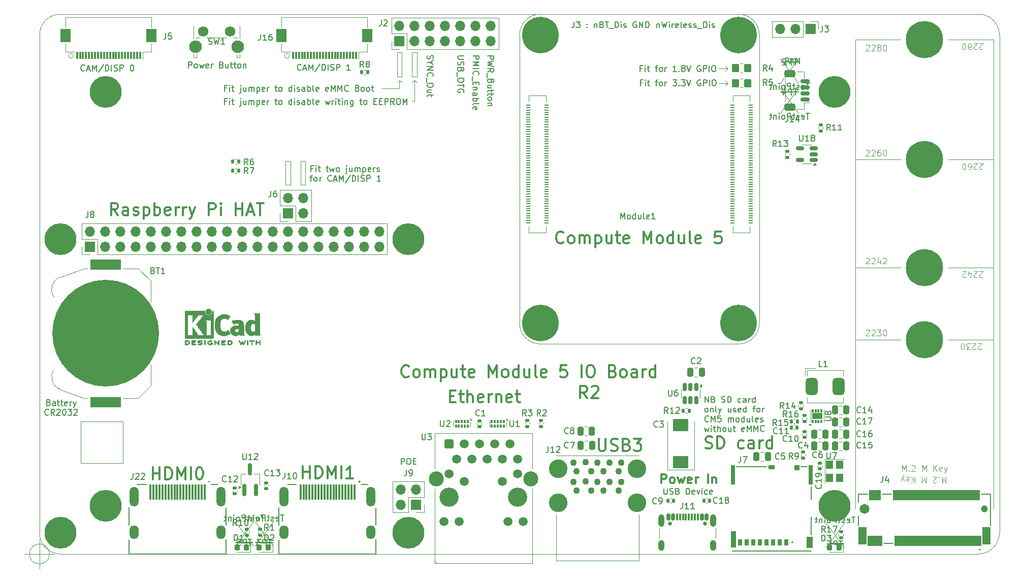
<source format=gbr>
G04 #@! TF.GenerationSoftware,KiCad,Pcbnew,9.0.3*
G04 #@! TF.CreationDate,2025-11-20T01:27:36+01:00*
G04 #@! TF.ProjectId,CM5IO,434d3549-4f2e-46b6-9963-61645f706362,rev?*
G04 #@! TF.SameCoordinates,Original*
G04 #@! TF.FileFunction,AssemblyDrawing,Bot*
%FSLAX46Y46*%
G04 Gerber Fmt 4.6, Leading zero omitted, Abs format (unit mm)*
G04 Created by KiCad (PCBNEW 9.0.3) date 2025-11-20 01:27:36*
%MOMM*%
%LPD*%
G01*
G04 APERTURE LIST*
G04 Aperture macros list*
%AMRoundRect*
0 Rectangle with rounded corners*
0 $1 Rounding radius*
0 $2 $3 $4 $5 $6 $7 $8 $9 X,Y pos of 4 corners*
0 Add a 4 corners polygon primitive as box body*
4,1,4,$2,$3,$4,$5,$6,$7,$8,$9,$2,$3,0*
0 Add four circle primitives for the rounded corners*
1,1,$1+$1,$2,$3*
1,1,$1+$1,$4,$5*
1,1,$1+$1,$6,$7*
1,1,$1+$1,$8,$9*
0 Add four rect primitives between the rounded corners*
20,1,$1+$1,$2,$3,$4,$5,0*
20,1,$1+$1,$4,$5,$6,$7,0*
20,1,$1+$1,$6,$7,$8,$9,0*
20,1,$1+$1,$8,$9,$2,$3,0*%
G04 Aperture macros list end*
%ADD10C,0.150000*%
%ADD11C,0.100000*%
%ADD12R,5.080000X1.770000*%
%ADD13C,17.800000*%
%ADD14RoundRect,0.140000X0.170000X-0.140000X0.170000X0.140000X-0.170000X0.140000X-0.170000X-0.140000X0*%
%ADD15RoundRect,0.250000X0.250000X0.475000X-0.250000X0.475000X-0.250000X-0.475000X0.250000X-0.475000X0*%
%ADD16R,0.300000X1.300000*%
%ADD17R,1.800000X2.200000*%
%ADD18RoundRect,0.135000X0.185000X-0.135000X0.185000X0.135000X-0.185000X0.135000X-0.185000X-0.135000X0*%
%ADD19RoundRect,0.075000X0.075000X0.200000X-0.075000X0.200000X-0.075000X-0.200000X0.075000X-0.200000X0*%
%ADD20RoundRect,0.162500X0.162500X-0.837500X0.162500X0.837500X-0.162500X0.837500X-0.162500X-0.837500X0*%
%ADD21R,1.700000X1.700000*%
%ADD22O,1.700000X1.700000*%
%ADD23RoundRect,0.218750X0.218750X0.256250X-0.218750X0.256250X-0.218750X-0.256250X0.218750X-0.256250X0*%
%ADD24C,0.650000*%
%ADD25RoundRect,0.150000X-0.150000X-0.425000X0.150000X-0.425000X0.150000X0.425000X-0.150000X0.425000X0*%
%ADD26RoundRect,0.075000X-0.075000X-0.500000X0.075000X-0.500000X0.075000X0.500000X-0.075000X0.500000X0*%
%ADD27O,1.000000X2.100000*%
%ADD28O,1.000000X1.800000*%
%ADD29RoundRect,0.150000X0.512500X0.150000X-0.512500X0.150000X-0.512500X-0.150000X0.512500X-0.150000X0*%
%ADD30C,3.200000*%
%ADD31RoundRect,0.250500X-0.499500X-0.499500X0.499500X-0.499500X0.499500X0.499500X-0.499500X0.499500X0*%
%ADD32C,1.500000*%
%ADD33C,2.500000*%
%ADD34R,0.300000X2.600000*%
%ADD35O,1.500000X3.300000*%
%ADD36O,1.500000X2.300000*%
%ADD37C,5.300000*%
%ADD38RoundRect,0.135000X-0.135000X-0.185000X0.135000X-0.185000X0.135000X0.185000X-0.135000X0.185000X0*%
%ADD39RoundRect,0.250000X-0.350000X-0.450000X0.350000X-0.450000X0.350000X0.450000X-0.350000X0.450000X0*%
%ADD40R,0.300000X0.500000*%
%ADD41R,1.750000X1.050000*%
%ADD42R,0.700000X1.100000*%
%ADD43R,0.900000X0.930000*%
%ADD44R,1.050000X0.780000*%
%ADD45R,0.700000X3.330000*%
%ADD46R,1.140000X1.830000*%
%ADD47R,0.860000X2.800000*%
%ADD48C,1.150000*%
%ADD49C,1.650000*%
%ADD50RoundRect,0.102000X0.150000X0.775000X-0.150000X0.775000X-0.150000X-0.775000X0.150000X-0.775000X0*%
%ADD51C,6.200000*%
%ADD52RoundRect,0.102000X0.600000X1.375000X-0.600000X1.375000X-0.600000X-1.375000X0.600000X-1.375000X0*%
%ADD53RoundRect,0.135000X-0.185000X0.135000X-0.185000X-0.135000X0.185000X-0.135000X0.185000X0.135000X0*%
%ADD54RoundRect,0.250000X-0.250000X-0.475000X0.250000X-0.475000X0.250000X0.475000X-0.250000X0.475000X0*%
%ADD55RoundRect,0.140000X-0.170000X0.140000X-0.170000X-0.140000X0.170000X-0.140000X0.170000X0.140000X0*%
%ADD56RoundRect,0.140000X-0.140000X-0.170000X0.140000X-0.170000X0.140000X0.170000X-0.140000X0.170000X0*%
%ADD57C,3.100000*%
%ADD58C,1.100000*%
%ADD59RoundRect,0.150000X0.625000X-0.150000X0.625000X0.150000X-0.625000X0.150000X-0.625000X-0.150000X0*%
%ADD60RoundRect,0.250000X0.650000X-0.350000X0.650000X0.350000X-0.650000X0.350000X-0.650000X-0.350000X0*%
%ADD61RoundRect,0.250000X1.025000X-0.787500X1.025000X0.787500X-1.025000X0.787500X-1.025000X-0.787500X0*%
%ADD62R,1.200000X1.400000*%
%ADD63RoundRect,0.150000X-0.150000X0.512500X-0.150000X-0.512500X0.150000X-0.512500X0.150000X0.512500X0*%
%ADD64RoundRect,0.500000X-0.500000X-0.900000X0.500000X-0.900000X0.500000X0.900000X-0.500000X0.900000X0*%
%ADD65C,2.100000*%
%ADD66C,1.750000*%
%ADD67RoundRect,0.135000X0.135000X0.185000X-0.135000X0.185000X-0.135000X-0.185000X0.135000X-0.185000X0*%
%ADD68RoundRect,0.140000X0.140000X0.170000X-0.140000X0.170000X-0.140000X-0.170000X0.140000X-0.170000X0*%
%ADD69C,6.100000*%
%ADD70R,0.700000X0.200000*%
%ADD71C,0.120000*%
%ADD72C,0.300000*%
%ADD73C,0.127000*%
%ADD74C,0.200000*%
%ADD75C,0.010000*%
G04 #@! TA.AperFunction,Profile*
%ADD76C,0.050000*%
G04 #@! TD*
G04 APERTURE END LIST*
D10*
X214933333Y-153804819D02*
X214361905Y-153804819D01*
X214647619Y-154804819D02*
X214647619Y-153804819D01*
X213647619Y-154757200D02*
X213742857Y-154804819D01*
X213742857Y-154804819D02*
X213933333Y-154804819D01*
X213933333Y-154804819D02*
X214028571Y-154757200D01*
X214028571Y-154757200D02*
X214076190Y-154661961D01*
X214076190Y-154661961D02*
X214076190Y-154281009D01*
X214076190Y-154281009D02*
X214028571Y-154185771D01*
X214028571Y-154185771D02*
X213933333Y-154138152D01*
X213933333Y-154138152D02*
X213742857Y-154138152D01*
X213742857Y-154138152D02*
X213647619Y-154185771D01*
X213647619Y-154185771D02*
X213600000Y-154281009D01*
X213600000Y-154281009D02*
X213600000Y-154376247D01*
X213600000Y-154376247D02*
X214076190Y-154471485D01*
X213219047Y-154757200D02*
X213123809Y-154804819D01*
X213123809Y-154804819D02*
X212933333Y-154804819D01*
X212933333Y-154804819D02*
X212838095Y-154757200D01*
X212838095Y-154757200D02*
X212790476Y-154661961D01*
X212790476Y-154661961D02*
X212790476Y-154614342D01*
X212790476Y-154614342D02*
X212838095Y-154519104D01*
X212838095Y-154519104D02*
X212933333Y-154471485D01*
X212933333Y-154471485D02*
X213076190Y-154471485D01*
X213076190Y-154471485D02*
X213171428Y-154423866D01*
X213171428Y-154423866D02*
X213219047Y-154328628D01*
X213219047Y-154328628D02*
X213219047Y-154281009D01*
X213219047Y-154281009D02*
X213171428Y-154185771D01*
X213171428Y-154185771D02*
X213076190Y-154138152D01*
X213076190Y-154138152D02*
X212933333Y-154138152D01*
X212933333Y-154138152D02*
X212838095Y-154185771D01*
X212504761Y-154138152D02*
X212123809Y-154138152D01*
X212361904Y-153804819D02*
X212361904Y-154661961D01*
X212361904Y-154661961D02*
X212314285Y-154757200D01*
X212314285Y-154757200D02*
X212219047Y-154804819D01*
X212219047Y-154804819D02*
X212123809Y-154804819D01*
X211790475Y-154804819D02*
X211790475Y-153804819D01*
X211790475Y-153804819D02*
X211409523Y-153804819D01*
X211409523Y-153804819D02*
X211314285Y-153852438D01*
X211314285Y-153852438D02*
X211266666Y-153900057D01*
X211266666Y-153900057D02*
X211219047Y-153995295D01*
X211219047Y-153995295D02*
X211219047Y-154138152D01*
X211219047Y-154138152D02*
X211266666Y-154233390D01*
X211266666Y-154233390D02*
X211314285Y-154281009D01*
X211314285Y-154281009D02*
X211409523Y-154328628D01*
X211409523Y-154328628D02*
X211790475Y-154328628D01*
X210647618Y-154804819D02*
X210742856Y-154757200D01*
X210742856Y-154757200D02*
X210790475Y-154709580D01*
X210790475Y-154709580D02*
X210838094Y-154614342D01*
X210838094Y-154614342D02*
X210838094Y-154328628D01*
X210838094Y-154328628D02*
X210790475Y-154233390D01*
X210790475Y-154233390D02*
X210742856Y-154185771D01*
X210742856Y-154185771D02*
X210647618Y-154138152D01*
X210647618Y-154138152D02*
X210504761Y-154138152D01*
X210504761Y-154138152D02*
X210409523Y-154185771D01*
X210409523Y-154185771D02*
X210361904Y-154233390D01*
X210361904Y-154233390D02*
X210314285Y-154328628D01*
X210314285Y-154328628D02*
X210314285Y-154614342D01*
X210314285Y-154614342D02*
X210361904Y-154709580D01*
X210361904Y-154709580D02*
X210409523Y-154757200D01*
X210409523Y-154757200D02*
X210504761Y-154804819D01*
X210504761Y-154804819D02*
X210647618Y-154804819D01*
X209885713Y-154804819D02*
X209885713Y-154138152D01*
X209885713Y-153804819D02*
X209933332Y-153852438D01*
X209933332Y-153852438D02*
X209885713Y-153900057D01*
X209885713Y-153900057D02*
X209838094Y-153852438D01*
X209838094Y-153852438D02*
X209885713Y-153804819D01*
X209885713Y-153804819D02*
X209885713Y-153900057D01*
X209409523Y-154138152D02*
X209409523Y-154804819D01*
X209409523Y-154233390D02*
X209361904Y-154185771D01*
X209361904Y-154185771D02*
X209266666Y-154138152D01*
X209266666Y-154138152D02*
X209123809Y-154138152D01*
X209123809Y-154138152D02*
X209028571Y-154185771D01*
X209028571Y-154185771D02*
X208980952Y-154281009D01*
X208980952Y-154281009D02*
X208980952Y-154804819D01*
X208647618Y-154138152D02*
X208266666Y-154138152D01*
X208504761Y-153804819D02*
X208504761Y-154661961D01*
X208504761Y-154661961D02*
X208457142Y-154757200D01*
X208457142Y-154757200D02*
X208361904Y-154804819D01*
X208361904Y-154804819D02*
X208266666Y-154804819D01*
X212861904Y-157854819D02*
X212290476Y-157854819D01*
X212576190Y-158854819D02*
X212576190Y-157854819D01*
X211957142Y-158854819D02*
X211957142Y-157854819D01*
X211957142Y-157854819D02*
X211576190Y-157854819D01*
X211576190Y-157854819D02*
X211480952Y-157902438D01*
X211480952Y-157902438D02*
X211433333Y-157950057D01*
X211433333Y-157950057D02*
X211385714Y-158045295D01*
X211385714Y-158045295D02*
X211385714Y-158188152D01*
X211385714Y-158188152D02*
X211433333Y-158283390D01*
X211433333Y-158283390D02*
X211480952Y-158331009D01*
X211480952Y-158331009D02*
X211576190Y-158378628D01*
X211576190Y-158378628D02*
X211957142Y-158378628D01*
X210433333Y-158854819D02*
X211004761Y-158854819D01*
X210719047Y-158854819D02*
X210719047Y-157854819D01*
X210719047Y-157854819D02*
X210814285Y-157997676D01*
X210814285Y-157997676D02*
X210909523Y-158092914D01*
X210909523Y-158092914D02*
X211004761Y-158140533D01*
X210214042Y-158354819D02*
X213081195Y-158354819D01*
X207333333Y-86504819D02*
X206761905Y-86504819D01*
X207047619Y-87504819D02*
X207047619Y-86504819D01*
X206047619Y-87457200D02*
X206142857Y-87504819D01*
X206142857Y-87504819D02*
X206333333Y-87504819D01*
X206333333Y-87504819D02*
X206428571Y-87457200D01*
X206428571Y-87457200D02*
X206476190Y-87361961D01*
X206476190Y-87361961D02*
X206476190Y-86981009D01*
X206476190Y-86981009D02*
X206428571Y-86885771D01*
X206428571Y-86885771D02*
X206333333Y-86838152D01*
X206333333Y-86838152D02*
X206142857Y-86838152D01*
X206142857Y-86838152D02*
X206047619Y-86885771D01*
X206047619Y-86885771D02*
X206000000Y-86981009D01*
X206000000Y-86981009D02*
X206000000Y-87076247D01*
X206000000Y-87076247D02*
X206476190Y-87171485D01*
X205619047Y-87457200D02*
X205523809Y-87504819D01*
X205523809Y-87504819D02*
X205333333Y-87504819D01*
X205333333Y-87504819D02*
X205238095Y-87457200D01*
X205238095Y-87457200D02*
X205190476Y-87361961D01*
X205190476Y-87361961D02*
X205190476Y-87314342D01*
X205190476Y-87314342D02*
X205238095Y-87219104D01*
X205238095Y-87219104D02*
X205333333Y-87171485D01*
X205333333Y-87171485D02*
X205476190Y-87171485D01*
X205476190Y-87171485D02*
X205571428Y-87123866D01*
X205571428Y-87123866D02*
X205619047Y-87028628D01*
X205619047Y-87028628D02*
X205619047Y-86981009D01*
X205619047Y-86981009D02*
X205571428Y-86885771D01*
X205571428Y-86885771D02*
X205476190Y-86838152D01*
X205476190Y-86838152D02*
X205333333Y-86838152D01*
X205333333Y-86838152D02*
X205238095Y-86885771D01*
X204904761Y-86838152D02*
X204523809Y-86838152D01*
X204761904Y-86504819D02*
X204761904Y-87361961D01*
X204761904Y-87361961D02*
X204714285Y-87457200D01*
X204714285Y-87457200D02*
X204619047Y-87504819D01*
X204619047Y-87504819D02*
X204523809Y-87504819D01*
X204190475Y-87504819D02*
X204190475Y-86504819D01*
X204190475Y-86504819D02*
X203809523Y-86504819D01*
X203809523Y-86504819D02*
X203714285Y-86552438D01*
X203714285Y-86552438D02*
X203666666Y-86600057D01*
X203666666Y-86600057D02*
X203619047Y-86695295D01*
X203619047Y-86695295D02*
X203619047Y-86838152D01*
X203619047Y-86838152D02*
X203666666Y-86933390D01*
X203666666Y-86933390D02*
X203714285Y-86981009D01*
X203714285Y-86981009D02*
X203809523Y-87028628D01*
X203809523Y-87028628D02*
X204190475Y-87028628D01*
X203047618Y-87504819D02*
X203142856Y-87457200D01*
X203142856Y-87457200D02*
X203190475Y-87409580D01*
X203190475Y-87409580D02*
X203238094Y-87314342D01*
X203238094Y-87314342D02*
X203238094Y-87028628D01*
X203238094Y-87028628D02*
X203190475Y-86933390D01*
X203190475Y-86933390D02*
X203142856Y-86885771D01*
X203142856Y-86885771D02*
X203047618Y-86838152D01*
X203047618Y-86838152D02*
X202904761Y-86838152D01*
X202904761Y-86838152D02*
X202809523Y-86885771D01*
X202809523Y-86885771D02*
X202761904Y-86933390D01*
X202761904Y-86933390D02*
X202714285Y-87028628D01*
X202714285Y-87028628D02*
X202714285Y-87314342D01*
X202714285Y-87314342D02*
X202761904Y-87409580D01*
X202761904Y-87409580D02*
X202809523Y-87457200D01*
X202809523Y-87457200D02*
X202904761Y-87504819D01*
X202904761Y-87504819D02*
X203047618Y-87504819D01*
X202285713Y-87504819D02*
X202285713Y-86838152D01*
X202285713Y-86504819D02*
X202333332Y-86552438D01*
X202333332Y-86552438D02*
X202285713Y-86600057D01*
X202285713Y-86600057D02*
X202238094Y-86552438D01*
X202238094Y-86552438D02*
X202285713Y-86504819D01*
X202285713Y-86504819D02*
X202285713Y-86600057D01*
X201809523Y-86838152D02*
X201809523Y-87504819D01*
X201809523Y-86933390D02*
X201761904Y-86885771D01*
X201761904Y-86885771D02*
X201666666Y-86838152D01*
X201666666Y-86838152D02*
X201523809Y-86838152D01*
X201523809Y-86838152D02*
X201428571Y-86885771D01*
X201428571Y-86885771D02*
X201380952Y-86981009D01*
X201380952Y-86981009D02*
X201380952Y-87504819D01*
X201047618Y-86838152D02*
X200666666Y-86838152D01*
X200904761Y-86504819D02*
X200904761Y-87361961D01*
X200904761Y-87361961D02*
X200857142Y-87457200D01*
X200857142Y-87457200D02*
X200761904Y-87504819D01*
X200761904Y-87504819D02*
X200666666Y-87504819D01*
X205261904Y-82454819D02*
X204690476Y-82454819D01*
X204976190Y-83454819D02*
X204976190Y-82454819D01*
X204357142Y-83454819D02*
X204357142Y-82454819D01*
X204357142Y-82454819D02*
X203976190Y-82454819D01*
X203976190Y-82454819D02*
X203880952Y-82502438D01*
X203880952Y-82502438D02*
X203833333Y-82550057D01*
X203833333Y-82550057D02*
X203785714Y-82645295D01*
X203785714Y-82645295D02*
X203785714Y-82788152D01*
X203785714Y-82788152D02*
X203833333Y-82883390D01*
X203833333Y-82883390D02*
X203880952Y-82931009D01*
X203880952Y-82931009D02*
X203976190Y-82978628D01*
X203976190Y-82978628D02*
X204357142Y-82978628D01*
X202928571Y-82788152D02*
X202928571Y-83454819D01*
X203166666Y-82407200D02*
X203404761Y-83121485D01*
X203404761Y-83121485D02*
X202785714Y-83121485D01*
X202566423Y-82928249D02*
X205481195Y-82928249D01*
X207333333Y-81504819D02*
X206761905Y-81504819D01*
X207047619Y-82504819D02*
X207047619Y-81504819D01*
X206047619Y-82457200D02*
X206142857Y-82504819D01*
X206142857Y-82504819D02*
X206333333Y-82504819D01*
X206333333Y-82504819D02*
X206428571Y-82457200D01*
X206428571Y-82457200D02*
X206476190Y-82361961D01*
X206476190Y-82361961D02*
X206476190Y-81981009D01*
X206476190Y-81981009D02*
X206428571Y-81885771D01*
X206428571Y-81885771D02*
X206333333Y-81838152D01*
X206333333Y-81838152D02*
X206142857Y-81838152D01*
X206142857Y-81838152D02*
X206047619Y-81885771D01*
X206047619Y-81885771D02*
X206000000Y-81981009D01*
X206000000Y-81981009D02*
X206000000Y-82076247D01*
X206000000Y-82076247D02*
X206476190Y-82171485D01*
X205619047Y-82457200D02*
X205523809Y-82504819D01*
X205523809Y-82504819D02*
X205333333Y-82504819D01*
X205333333Y-82504819D02*
X205238095Y-82457200D01*
X205238095Y-82457200D02*
X205190476Y-82361961D01*
X205190476Y-82361961D02*
X205190476Y-82314342D01*
X205190476Y-82314342D02*
X205238095Y-82219104D01*
X205238095Y-82219104D02*
X205333333Y-82171485D01*
X205333333Y-82171485D02*
X205476190Y-82171485D01*
X205476190Y-82171485D02*
X205571428Y-82123866D01*
X205571428Y-82123866D02*
X205619047Y-82028628D01*
X205619047Y-82028628D02*
X205619047Y-81981009D01*
X205619047Y-81981009D02*
X205571428Y-81885771D01*
X205571428Y-81885771D02*
X205476190Y-81838152D01*
X205476190Y-81838152D02*
X205333333Y-81838152D01*
X205333333Y-81838152D02*
X205238095Y-81885771D01*
X204904761Y-81838152D02*
X204523809Y-81838152D01*
X204761904Y-81504819D02*
X204761904Y-82361961D01*
X204761904Y-82361961D02*
X204714285Y-82457200D01*
X204714285Y-82457200D02*
X204619047Y-82504819D01*
X204619047Y-82504819D02*
X204523809Y-82504819D01*
X204190475Y-82504819D02*
X204190475Y-81504819D01*
X204190475Y-81504819D02*
X203809523Y-81504819D01*
X203809523Y-81504819D02*
X203714285Y-81552438D01*
X203714285Y-81552438D02*
X203666666Y-81600057D01*
X203666666Y-81600057D02*
X203619047Y-81695295D01*
X203619047Y-81695295D02*
X203619047Y-81838152D01*
X203619047Y-81838152D02*
X203666666Y-81933390D01*
X203666666Y-81933390D02*
X203714285Y-81981009D01*
X203714285Y-81981009D02*
X203809523Y-82028628D01*
X203809523Y-82028628D02*
X204190475Y-82028628D01*
X203047618Y-82504819D02*
X203142856Y-82457200D01*
X203142856Y-82457200D02*
X203190475Y-82409580D01*
X203190475Y-82409580D02*
X203238094Y-82314342D01*
X203238094Y-82314342D02*
X203238094Y-82028628D01*
X203238094Y-82028628D02*
X203190475Y-81933390D01*
X203190475Y-81933390D02*
X203142856Y-81885771D01*
X203142856Y-81885771D02*
X203047618Y-81838152D01*
X203047618Y-81838152D02*
X202904761Y-81838152D01*
X202904761Y-81838152D02*
X202809523Y-81885771D01*
X202809523Y-81885771D02*
X202761904Y-81933390D01*
X202761904Y-81933390D02*
X202714285Y-82028628D01*
X202714285Y-82028628D02*
X202714285Y-82314342D01*
X202714285Y-82314342D02*
X202761904Y-82409580D01*
X202761904Y-82409580D02*
X202809523Y-82457200D01*
X202809523Y-82457200D02*
X202904761Y-82504819D01*
X202904761Y-82504819D02*
X203047618Y-82504819D01*
X202285713Y-82504819D02*
X202285713Y-81838152D01*
X202285713Y-81504819D02*
X202333332Y-81552438D01*
X202333332Y-81552438D02*
X202285713Y-81600057D01*
X202285713Y-81600057D02*
X202238094Y-81552438D01*
X202238094Y-81552438D02*
X202285713Y-81504819D01*
X202285713Y-81504819D02*
X202285713Y-81600057D01*
X201809523Y-81838152D02*
X201809523Y-82504819D01*
X201809523Y-81933390D02*
X201761904Y-81885771D01*
X201761904Y-81885771D02*
X201666666Y-81838152D01*
X201666666Y-81838152D02*
X201523809Y-81838152D01*
X201523809Y-81838152D02*
X201428571Y-81885771D01*
X201428571Y-81885771D02*
X201380952Y-81981009D01*
X201380952Y-81981009D02*
X201380952Y-82504819D01*
X201047618Y-81838152D02*
X200666666Y-81838152D01*
X200904761Y-81504819D02*
X200904761Y-82361961D01*
X200904761Y-82361961D02*
X200857142Y-82457200D01*
X200857142Y-82457200D02*
X200761904Y-82504819D01*
X200761904Y-82504819D02*
X200666666Y-82504819D01*
X205261904Y-77454819D02*
X204690476Y-77454819D01*
X204976190Y-78454819D02*
X204976190Y-77454819D01*
X204357142Y-78454819D02*
X204357142Y-77454819D01*
X204357142Y-77454819D02*
X203976190Y-77454819D01*
X203976190Y-77454819D02*
X203880952Y-77502438D01*
X203880952Y-77502438D02*
X203833333Y-77550057D01*
X203833333Y-77550057D02*
X203785714Y-77645295D01*
X203785714Y-77645295D02*
X203785714Y-77788152D01*
X203785714Y-77788152D02*
X203833333Y-77883390D01*
X203833333Y-77883390D02*
X203880952Y-77931009D01*
X203880952Y-77931009D02*
X203976190Y-77978628D01*
X203976190Y-77978628D02*
X204357142Y-77978628D01*
X203404761Y-77550057D02*
X203357142Y-77502438D01*
X203357142Y-77502438D02*
X203261904Y-77454819D01*
X203261904Y-77454819D02*
X203023809Y-77454819D01*
X203023809Y-77454819D02*
X202928571Y-77502438D01*
X202928571Y-77502438D02*
X202880952Y-77550057D01*
X202880952Y-77550057D02*
X202833333Y-77645295D01*
X202833333Y-77645295D02*
X202833333Y-77740533D01*
X202833333Y-77740533D02*
X202880952Y-77883390D01*
X202880952Y-77883390D02*
X203452380Y-78454819D01*
X203452380Y-78454819D02*
X202833333Y-78454819D01*
X202608333Y-77954819D02*
X205481195Y-77954819D01*
X119744939Y-153504819D02*
X119173511Y-153504819D01*
X119459225Y-154504819D02*
X119459225Y-153504819D01*
X118459225Y-154457200D02*
X118554463Y-154504819D01*
X118554463Y-154504819D02*
X118744939Y-154504819D01*
X118744939Y-154504819D02*
X118840177Y-154457200D01*
X118840177Y-154457200D02*
X118887796Y-154361961D01*
X118887796Y-154361961D02*
X118887796Y-153981009D01*
X118887796Y-153981009D02*
X118840177Y-153885771D01*
X118840177Y-153885771D02*
X118744939Y-153838152D01*
X118744939Y-153838152D02*
X118554463Y-153838152D01*
X118554463Y-153838152D02*
X118459225Y-153885771D01*
X118459225Y-153885771D02*
X118411606Y-153981009D01*
X118411606Y-153981009D02*
X118411606Y-154076247D01*
X118411606Y-154076247D02*
X118887796Y-154171485D01*
X118030653Y-154457200D02*
X117935415Y-154504819D01*
X117935415Y-154504819D02*
X117744939Y-154504819D01*
X117744939Y-154504819D02*
X117649701Y-154457200D01*
X117649701Y-154457200D02*
X117602082Y-154361961D01*
X117602082Y-154361961D02*
X117602082Y-154314342D01*
X117602082Y-154314342D02*
X117649701Y-154219104D01*
X117649701Y-154219104D02*
X117744939Y-154171485D01*
X117744939Y-154171485D02*
X117887796Y-154171485D01*
X117887796Y-154171485D02*
X117983034Y-154123866D01*
X117983034Y-154123866D02*
X118030653Y-154028628D01*
X118030653Y-154028628D02*
X118030653Y-153981009D01*
X118030653Y-153981009D02*
X117983034Y-153885771D01*
X117983034Y-153885771D02*
X117887796Y-153838152D01*
X117887796Y-153838152D02*
X117744939Y-153838152D01*
X117744939Y-153838152D02*
X117649701Y-153885771D01*
X117316367Y-153838152D02*
X116935415Y-153838152D01*
X117173510Y-153504819D02*
X117173510Y-154361961D01*
X117173510Y-154361961D02*
X117125891Y-154457200D01*
X117125891Y-154457200D02*
X117030653Y-154504819D01*
X117030653Y-154504819D02*
X116935415Y-154504819D01*
X116602081Y-154504819D02*
X116602081Y-153504819D01*
X116602081Y-153504819D02*
X116221129Y-153504819D01*
X116221129Y-153504819D02*
X116125891Y-153552438D01*
X116125891Y-153552438D02*
X116078272Y-153600057D01*
X116078272Y-153600057D02*
X116030653Y-153695295D01*
X116030653Y-153695295D02*
X116030653Y-153838152D01*
X116030653Y-153838152D02*
X116078272Y-153933390D01*
X116078272Y-153933390D02*
X116125891Y-153981009D01*
X116125891Y-153981009D02*
X116221129Y-154028628D01*
X116221129Y-154028628D02*
X116602081Y-154028628D01*
X115459224Y-154504819D02*
X115554462Y-154457200D01*
X115554462Y-154457200D02*
X115602081Y-154409580D01*
X115602081Y-154409580D02*
X115649700Y-154314342D01*
X115649700Y-154314342D02*
X115649700Y-154028628D01*
X115649700Y-154028628D02*
X115602081Y-153933390D01*
X115602081Y-153933390D02*
X115554462Y-153885771D01*
X115554462Y-153885771D02*
X115459224Y-153838152D01*
X115459224Y-153838152D02*
X115316367Y-153838152D01*
X115316367Y-153838152D02*
X115221129Y-153885771D01*
X115221129Y-153885771D02*
X115173510Y-153933390D01*
X115173510Y-153933390D02*
X115125891Y-154028628D01*
X115125891Y-154028628D02*
X115125891Y-154314342D01*
X115125891Y-154314342D02*
X115173510Y-154409580D01*
X115173510Y-154409580D02*
X115221129Y-154457200D01*
X115221129Y-154457200D02*
X115316367Y-154504819D01*
X115316367Y-154504819D02*
X115459224Y-154504819D01*
X114697319Y-154504819D02*
X114697319Y-153838152D01*
X114697319Y-153504819D02*
X114744938Y-153552438D01*
X114744938Y-153552438D02*
X114697319Y-153600057D01*
X114697319Y-153600057D02*
X114649700Y-153552438D01*
X114649700Y-153552438D02*
X114697319Y-153504819D01*
X114697319Y-153504819D02*
X114697319Y-153600057D01*
X114221129Y-153838152D02*
X114221129Y-154504819D01*
X114221129Y-153933390D02*
X114173510Y-153885771D01*
X114173510Y-153885771D02*
X114078272Y-153838152D01*
X114078272Y-153838152D02*
X113935415Y-153838152D01*
X113935415Y-153838152D02*
X113840177Y-153885771D01*
X113840177Y-153885771D02*
X113792558Y-153981009D01*
X113792558Y-153981009D02*
X113792558Y-154504819D01*
X113459224Y-153838152D02*
X113078272Y-153838152D01*
X113316367Y-153504819D02*
X113316367Y-154361961D01*
X113316367Y-154361961D02*
X113268748Y-154457200D01*
X113268748Y-154457200D02*
X113173510Y-154504819D01*
X113173510Y-154504819D02*
X113078272Y-154504819D01*
X117673510Y-157554819D02*
X117102082Y-157554819D01*
X117387796Y-158554819D02*
X117387796Y-157554819D01*
X116768748Y-158554819D02*
X116768748Y-157554819D01*
X116768748Y-157554819D02*
X116387796Y-157554819D01*
X116387796Y-157554819D02*
X116292558Y-157602438D01*
X116292558Y-157602438D02*
X116244939Y-157650057D01*
X116244939Y-157650057D02*
X116197320Y-157745295D01*
X116197320Y-157745295D02*
X116197320Y-157888152D01*
X116197320Y-157888152D02*
X116244939Y-157983390D01*
X116244939Y-157983390D02*
X116292558Y-158031009D01*
X116292558Y-158031009D02*
X116387796Y-158078628D01*
X116387796Y-158078628D02*
X116768748Y-158078628D01*
X115863986Y-157554819D02*
X115244939Y-157554819D01*
X115244939Y-157554819D02*
X115578272Y-157935771D01*
X115578272Y-157935771D02*
X115435415Y-157935771D01*
X115435415Y-157935771D02*
X115340177Y-157983390D01*
X115340177Y-157983390D02*
X115292558Y-158031009D01*
X115292558Y-158031009D02*
X115244939Y-158126247D01*
X115244939Y-158126247D02*
X115244939Y-158364342D01*
X115244939Y-158364342D02*
X115292558Y-158459580D01*
X115292558Y-158459580D02*
X115340177Y-158507200D01*
X115340177Y-158507200D02*
X115435415Y-158554819D01*
X115435415Y-158554819D02*
X115721129Y-158554819D01*
X115721129Y-158554819D02*
X115816367Y-158507200D01*
X115816367Y-158507200D02*
X115863986Y-158459580D01*
X115019939Y-158054819D02*
X117892801Y-158054819D01*
X116433333Y-153504819D02*
X115861905Y-153504819D01*
X116147619Y-154504819D02*
X116147619Y-153504819D01*
X115147619Y-154457200D02*
X115242857Y-154504819D01*
X115242857Y-154504819D02*
X115433333Y-154504819D01*
X115433333Y-154504819D02*
X115528571Y-154457200D01*
X115528571Y-154457200D02*
X115576190Y-154361961D01*
X115576190Y-154361961D02*
X115576190Y-153981009D01*
X115576190Y-153981009D02*
X115528571Y-153885771D01*
X115528571Y-153885771D02*
X115433333Y-153838152D01*
X115433333Y-153838152D02*
X115242857Y-153838152D01*
X115242857Y-153838152D02*
X115147619Y-153885771D01*
X115147619Y-153885771D02*
X115100000Y-153981009D01*
X115100000Y-153981009D02*
X115100000Y-154076247D01*
X115100000Y-154076247D02*
X115576190Y-154171485D01*
X114719047Y-154457200D02*
X114623809Y-154504819D01*
X114623809Y-154504819D02*
X114433333Y-154504819D01*
X114433333Y-154504819D02*
X114338095Y-154457200D01*
X114338095Y-154457200D02*
X114290476Y-154361961D01*
X114290476Y-154361961D02*
X114290476Y-154314342D01*
X114290476Y-154314342D02*
X114338095Y-154219104D01*
X114338095Y-154219104D02*
X114433333Y-154171485D01*
X114433333Y-154171485D02*
X114576190Y-154171485D01*
X114576190Y-154171485D02*
X114671428Y-154123866D01*
X114671428Y-154123866D02*
X114719047Y-154028628D01*
X114719047Y-154028628D02*
X114719047Y-153981009D01*
X114719047Y-153981009D02*
X114671428Y-153885771D01*
X114671428Y-153885771D02*
X114576190Y-153838152D01*
X114576190Y-153838152D02*
X114433333Y-153838152D01*
X114433333Y-153838152D02*
X114338095Y-153885771D01*
X114004761Y-153838152D02*
X113623809Y-153838152D01*
X113861904Y-153504819D02*
X113861904Y-154361961D01*
X113861904Y-154361961D02*
X113814285Y-154457200D01*
X113814285Y-154457200D02*
X113719047Y-154504819D01*
X113719047Y-154504819D02*
X113623809Y-154504819D01*
X113290475Y-154504819D02*
X113290475Y-153504819D01*
X113290475Y-153504819D02*
X112909523Y-153504819D01*
X112909523Y-153504819D02*
X112814285Y-153552438D01*
X112814285Y-153552438D02*
X112766666Y-153600057D01*
X112766666Y-153600057D02*
X112719047Y-153695295D01*
X112719047Y-153695295D02*
X112719047Y-153838152D01*
X112719047Y-153838152D02*
X112766666Y-153933390D01*
X112766666Y-153933390D02*
X112814285Y-153981009D01*
X112814285Y-153981009D02*
X112909523Y-154028628D01*
X112909523Y-154028628D02*
X113290475Y-154028628D01*
X112147618Y-154504819D02*
X112242856Y-154457200D01*
X112242856Y-154457200D02*
X112290475Y-154409580D01*
X112290475Y-154409580D02*
X112338094Y-154314342D01*
X112338094Y-154314342D02*
X112338094Y-154028628D01*
X112338094Y-154028628D02*
X112290475Y-153933390D01*
X112290475Y-153933390D02*
X112242856Y-153885771D01*
X112242856Y-153885771D02*
X112147618Y-153838152D01*
X112147618Y-153838152D02*
X112004761Y-153838152D01*
X112004761Y-153838152D02*
X111909523Y-153885771D01*
X111909523Y-153885771D02*
X111861904Y-153933390D01*
X111861904Y-153933390D02*
X111814285Y-154028628D01*
X111814285Y-154028628D02*
X111814285Y-154314342D01*
X111814285Y-154314342D02*
X111861904Y-154409580D01*
X111861904Y-154409580D02*
X111909523Y-154457200D01*
X111909523Y-154457200D02*
X112004761Y-154504819D01*
X112004761Y-154504819D02*
X112147618Y-154504819D01*
X111385713Y-154504819D02*
X111385713Y-153838152D01*
X111385713Y-153504819D02*
X111433332Y-153552438D01*
X111433332Y-153552438D02*
X111385713Y-153600057D01*
X111385713Y-153600057D02*
X111338094Y-153552438D01*
X111338094Y-153552438D02*
X111385713Y-153504819D01*
X111385713Y-153504819D02*
X111385713Y-153600057D01*
X110909523Y-153838152D02*
X110909523Y-154504819D01*
X110909523Y-153933390D02*
X110861904Y-153885771D01*
X110861904Y-153885771D02*
X110766666Y-153838152D01*
X110766666Y-153838152D02*
X110623809Y-153838152D01*
X110623809Y-153838152D02*
X110528571Y-153885771D01*
X110528571Y-153885771D02*
X110480952Y-153981009D01*
X110480952Y-153981009D02*
X110480952Y-154504819D01*
X110147618Y-153838152D02*
X109766666Y-153838152D01*
X110004761Y-153504819D02*
X110004761Y-154361961D01*
X110004761Y-154361961D02*
X109957142Y-154457200D01*
X109957142Y-154457200D02*
X109861904Y-154504819D01*
X109861904Y-154504819D02*
X109766666Y-154504819D01*
X114361904Y-157554819D02*
X113790476Y-157554819D01*
X114076190Y-158554819D02*
X114076190Y-157554819D01*
X113457142Y-158554819D02*
X113457142Y-157554819D01*
X113457142Y-157554819D02*
X113076190Y-157554819D01*
X113076190Y-157554819D02*
X112980952Y-157602438D01*
X112980952Y-157602438D02*
X112933333Y-157650057D01*
X112933333Y-157650057D02*
X112885714Y-157745295D01*
X112885714Y-157745295D02*
X112885714Y-157888152D01*
X112885714Y-157888152D02*
X112933333Y-157983390D01*
X112933333Y-157983390D02*
X112980952Y-158031009D01*
X112980952Y-158031009D02*
X113076190Y-158078628D01*
X113076190Y-158078628D02*
X113457142Y-158078628D01*
X111980952Y-157554819D02*
X112457142Y-157554819D01*
X112457142Y-157554819D02*
X112504761Y-158031009D01*
X112504761Y-158031009D02*
X112457142Y-157983390D01*
X112457142Y-157983390D02*
X112361904Y-157935771D01*
X112361904Y-157935771D02*
X112123809Y-157935771D01*
X112123809Y-157935771D02*
X112028571Y-157983390D01*
X112028571Y-157983390D02*
X111980952Y-158031009D01*
X111980952Y-158031009D02*
X111933333Y-158126247D01*
X111933333Y-158126247D02*
X111933333Y-158364342D01*
X111933333Y-158364342D02*
X111980952Y-158459580D01*
X111980952Y-158459580D02*
X112028571Y-158507200D01*
X112028571Y-158507200D02*
X112123809Y-158554819D01*
X112123809Y-158554819D02*
X112361904Y-158554819D01*
X112361904Y-158554819D02*
X112457142Y-158507200D01*
X112457142Y-158507200D02*
X112504761Y-158459580D01*
X111708333Y-158054819D02*
X114581195Y-158054819D01*
D11*
X210075000Y-154875000D02*
X213125000Y-158949819D01*
X210075000Y-158949819D02*
X213125000Y-154875000D01*
X202475000Y-82307251D02*
X205525000Y-86525000D01*
X202475000Y-86525000D02*
X205525000Y-82307251D01*
X202475000Y-77354870D02*
X205525000Y-81525000D01*
X202475000Y-81525000D02*
X205525000Y-77354870D01*
X114886606Y-154575000D02*
X117936606Y-158654768D01*
X114886606Y-158654768D02*
X117936606Y-154575000D01*
X111575000Y-154575000D02*
X114625000Y-158654768D01*
X111575000Y-158654768D02*
X114625000Y-154575000D01*
D12*
X90000000Y-111715000D03*
X90000000Y-134685000D03*
D13*
X90000000Y-123200000D03*
D14*
X152300000Y-138780000D03*
X152300000Y-137820000D03*
D15*
X200400000Y-143750000D03*
X198500000Y-143750000D03*
D14*
X111550000Y-149980000D03*
X111550000Y-149020000D03*
X116800000Y-149080000D03*
X116800000Y-148120000D03*
D16*
X85250000Y-76850000D03*
X85750000Y-76850000D03*
X86250000Y-76850000D03*
X86750000Y-76850000D03*
X87250000Y-76850000D03*
X87750000Y-76850000D03*
X88250000Y-76850000D03*
X88750000Y-76850000D03*
X89250000Y-76850000D03*
X89750000Y-76850000D03*
X90250000Y-76850000D03*
X90750000Y-76850000D03*
X91250000Y-76850000D03*
X91750000Y-76850000D03*
X92250000Y-76850000D03*
X92750000Y-76850000D03*
X93250000Y-76850000D03*
X93750000Y-76850000D03*
X94250000Y-76850000D03*
X94750000Y-76850000D03*
X95250000Y-76850000D03*
X95750000Y-76850000D03*
D17*
X97650000Y-73600000D03*
X83350000Y-73600000D03*
D16*
X121250000Y-76850000D03*
X121750000Y-76850000D03*
X122250000Y-76850000D03*
X122750000Y-76850000D03*
X123250000Y-76850000D03*
X123750000Y-76850000D03*
X124250000Y-76850000D03*
X124750000Y-76850000D03*
X125250000Y-76850000D03*
X125750000Y-76850000D03*
X126250000Y-76850000D03*
X126750000Y-76850000D03*
X127250000Y-76850000D03*
X127750000Y-76850000D03*
X128250000Y-76850000D03*
X128750000Y-76850000D03*
X129250000Y-76850000D03*
X129750000Y-76850000D03*
X130250000Y-76850000D03*
X130750000Y-76850000D03*
X131250000Y-76850000D03*
X131750000Y-76850000D03*
D17*
X133650000Y-73600000D03*
X119350000Y-73600000D03*
D18*
X113600000Y-156910000D03*
X113600000Y-155890000D03*
D19*
X156400000Y-137900000D03*
X155900000Y-137900000D03*
X155400000Y-137900000D03*
X154900000Y-137900000D03*
X154400000Y-137900000D03*
X154400000Y-138670000D03*
X154900000Y-138670000D03*
X155400000Y-138670000D03*
X155900000Y-138670000D03*
X156400000Y-138670000D03*
D20*
X113150000Y-149310000D03*
X115050000Y-149310000D03*
X114100000Y-145890000D03*
D21*
X87370000Y-108770000D03*
D22*
X87370000Y-106230000D03*
X89910000Y-108770000D03*
X89910000Y-106230000D03*
X92450000Y-108770000D03*
X92450000Y-106230000D03*
X94990000Y-108770000D03*
X94990000Y-106230000D03*
X97530000Y-108770000D03*
X97530000Y-106230000D03*
X100070000Y-108770000D03*
X100070000Y-106230000D03*
X102610000Y-108770000D03*
X102610000Y-106230000D03*
X105150000Y-108770000D03*
X105150000Y-106230000D03*
X107690000Y-108770000D03*
X107690000Y-106230000D03*
X110230000Y-108770000D03*
X110230000Y-106230000D03*
X112770000Y-108770000D03*
X112770000Y-106230000D03*
X115310000Y-108770000D03*
X115310000Y-106230000D03*
X117850000Y-108770000D03*
X117850000Y-106230000D03*
X120390000Y-108770000D03*
X120390000Y-106230000D03*
X122930000Y-108770000D03*
X122930000Y-106230000D03*
X125470000Y-108770000D03*
X125470000Y-106230000D03*
X128010000Y-108770000D03*
X128010000Y-106230000D03*
X130550000Y-108770000D03*
X130550000Y-106230000D03*
X133090000Y-108770000D03*
X133090000Y-106230000D03*
X135630000Y-108770000D03*
X135630000Y-106230000D03*
D23*
X117137500Y-158900000D03*
X115562500Y-158900000D03*
D18*
X160300000Y-138725000D03*
X160300000Y-137705000D03*
X162600000Y-138725000D03*
X162600000Y-137705000D03*
D21*
X141770000Y-151770000D03*
D22*
X139230000Y-151770000D03*
X141770000Y-149230000D03*
X139230000Y-149230000D03*
D24*
X184110000Y-154920000D03*
X189890000Y-154920000D03*
D25*
X183800000Y-153845000D03*
X184600000Y-153845000D03*
D26*
X185750000Y-153845000D03*
X186750000Y-153845000D03*
X187250000Y-153845000D03*
X188250000Y-153845000D03*
D25*
X189400000Y-153845000D03*
X190200000Y-153845000D03*
X190200000Y-153845000D03*
X189400000Y-153845000D03*
D26*
X188750000Y-153845000D03*
X187750000Y-153845000D03*
X186250000Y-153845000D03*
X185250000Y-153845000D03*
D25*
X184600000Y-153845000D03*
X183800000Y-153845000D03*
D27*
X182680000Y-154420000D03*
D28*
X182680000Y-158600000D03*
D27*
X191320000Y-154420000D03*
D28*
X191320000Y-158600000D03*
D23*
X113487500Y-158900000D03*
X111912500Y-158900000D03*
D18*
X115800000Y-156910000D03*
X115800000Y-155890000D03*
D29*
X208037500Y-94300000D03*
X208037500Y-93350000D03*
X208037500Y-92400000D03*
X205762500Y-92400000D03*
X205762500Y-94300000D03*
D30*
X147285000Y-150500000D03*
X158715000Y-150500000D03*
D31*
X147285000Y-141610000D03*
D32*
X148555000Y-144150000D03*
X149825000Y-141610000D03*
X151095000Y-144150000D03*
X152365000Y-141610000D03*
X153635000Y-144150000D03*
X154905000Y-141610000D03*
X156175000Y-144150000D03*
X157445000Y-141610000D03*
X158715000Y-144150000D03*
X147285000Y-146670000D03*
X149825000Y-147940000D03*
X156175000Y-147940000D03*
X158715000Y-146670000D03*
X146370000Y-154560000D03*
X148910000Y-154560000D03*
X157090000Y-154560000D03*
X159630000Y-154560000D03*
D33*
X145125000Y-147450000D03*
X160875000Y-147450000D03*
D34*
X131500000Y-149720000D03*
X131000000Y-149720000D03*
X130500000Y-149720000D03*
X130000000Y-149720000D03*
X129500000Y-149720000D03*
X129000000Y-149720000D03*
X128500000Y-149720000D03*
X128000000Y-149720000D03*
X127500000Y-149720000D03*
X127000000Y-149720000D03*
X126500000Y-149720000D03*
X126000000Y-149720000D03*
X125500000Y-149720000D03*
X125000000Y-149720000D03*
X124500000Y-149720000D03*
X124000000Y-149720000D03*
X123500000Y-149720000D03*
X123000000Y-149720000D03*
X122500000Y-149720000D03*
D35*
X134250000Y-150450000D03*
X119750000Y-150450000D03*
D36*
X119750000Y-156410000D03*
X134250000Y-156410000D03*
D34*
X106500000Y-149720000D03*
X106000000Y-149720000D03*
X105500000Y-149720000D03*
X105000000Y-149720000D03*
X104500000Y-149720000D03*
X104000000Y-149720000D03*
X103500000Y-149720000D03*
X103000000Y-149720000D03*
X102500000Y-149720000D03*
X102000000Y-149720000D03*
X101500000Y-149720000D03*
X101000000Y-149720000D03*
X100500000Y-149720000D03*
X100000000Y-149720000D03*
X99500000Y-149720000D03*
X99000000Y-149720000D03*
X98500000Y-149720000D03*
X98000000Y-149720000D03*
X97500000Y-149720000D03*
D35*
X109250000Y-150450000D03*
X94750000Y-150450000D03*
D36*
X94750000Y-156410000D03*
X109250000Y-156410000D03*
D37*
X90000000Y-152000000D03*
X82500000Y-156500000D03*
X82500000Y-107500000D03*
X140500000Y-156500000D03*
X140500000Y-107500000D03*
X211500000Y-83000000D03*
X90000000Y-83000000D03*
X211500000Y-152000000D03*
D21*
X120400000Y-103200000D03*
D22*
X120400000Y-100660000D03*
X122940000Y-103200000D03*
X122940000Y-100660000D03*
D38*
X111175000Y-94600000D03*
X112195000Y-94600000D03*
X111175000Y-96100000D03*
X112195000Y-96100000D03*
D19*
X150400000Y-137900000D03*
X149900000Y-137900000D03*
X149400000Y-137900000D03*
X148900000Y-137900000D03*
X148400000Y-137900000D03*
X148400000Y-138670000D03*
X148900000Y-138670000D03*
X149400000Y-138670000D03*
X149900000Y-138670000D03*
X150400000Y-138670000D03*
D21*
X139000000Y-74500000D03*
D22*
X139000000Y-71960000D03*
X141540000Y-74500000D03*
X141540000Y-71960000D03*
X144080000Y-74500000D03*
X144080000Y-71960000D03*
X146620000Y-74500000D03*
X146620000Y-71960000D03*
X149160000Y-74500000D03*
X149160000Y-71960000D03*
X151700000Y-74500000D03*
X151700000Y-71960000D03*
X154240000Y-74500000D03*
X154240000Y-71960000D03*
D39*
X195000000Y-79000000D03*
X197000000Y-79000000D03*
X195000000Y-81500000D03*
X197000000Y-81500000D03*
D23*
X212287500Y-158900000D03*
X210712500Y-158900000D03*
D40*
X207850000Y-137900000D03*
X208350000Y-137900000D03*
X208850000Y-137900000D03*
X209350000Y-137900000D03*
X209350000Y-136100000D03*
X208850000Y-136100000D03*
X208350000Y-136100000D03*
X207850000Y-136100000D03*
D41*
X208600000Y-137000000D03*
D21*
X207500000Y-72500000D03*
D22*
X204960000Y-72500000D03*
X202420000Y-72500000D03*
D42*
X203460000Y-158075000D03*
X202360000Y-158075000D03*
X201260000Y-158075000D03*
X200160000Y-158075000D03*
X199060000Y-158075000D03*
X197960000Y-158075000D03*
X196860000Y-158075000D03*
X195760000Y-158075000D03*
D43*
X205250000Y-145610000D03*
D44*
X200985000Y-145535000D03*
D45*
X207560000Y-146810000D03*
D46*
X207340000Y-158060000D03*
D47*
X194680000Y-157575000D03*
D45*
X194600000Y-146810000D03*
D48*
X236500000Y-152500000D03*
D49*
X216500000Y-152500000D03*
D50*
X235750000Y-157775000D03*
X235500000Y-150225000D03*
X235250000Y-157775000D03*
X235000000Y-150225000D03*
X234750000Y-157775000D03*
X234500000Y-150225000D03*
X234250000Y-157775000D03*
X234000000Y-150225000D03*
X233750000Y-157775000D03*
X233500000Y-150225000D03*
X233250000Y-157775000D03*
X233000000Y-150225000D03*
X232750000Y-157775000D03*
X232500000Y-150225000D03*
X232250000Y-157775000D03*
X232000000Y-150225000D03*
X231750000Y-157775000D03*
X231500000Y-150225000D03*
X231250000Y-157775000D03*
X231000000Y-150225000D03*
X230750000Y-157775000D03*
X230500000Y-150225000D03*
X230250000Y-157775000D03*
X230000000Y-150225000D03*
X229750000Y-157775000D03*
X229500000Y-150225000D03*
X229250000Y-157775000D03*
X229000000Y-150225000D03*
X228750000Y-157775000D03*
X228500000Y-150225000D03*
X228250000Y-157775000D03*
X228000000Y-150225000D03*
X227750000Y-157775000D03*
X227500000Y-150225000D03*
X227250000Y-157775000D03*
X227000000Y-150225000D03*
X226750000Y-157775000D03*
X226500000Y-150225000D03*
X226250000Y-157775000D03*
X226000000Y-150225000D03*
X225750000Y-157775000D03*
X225500000Y-150225000D03*
X225250000Y-157775000D03*
X225000000Y-150225000D03*
X224750000Y-157775000D03*
X224500000Y-150225000D03*
X224250000Y-157775000D03*
X224000000Y-150225000D03*
X223750000Y-157775000D03*
X223500000Y-150225000D03*
X223250000Y-157775000D03*
X223000000Y-150225000D03*
X222750000Y-157775000D03*
X222500000Y-150225000D03*
X222250000Y-157775000D03*
X222000000Y-150225000D03*
X221750000Y-157775000D03*
X221500000Y-150225000D03*
X219250000Y-157775000D03*
X219000000Y-150225000D03*
X218750000Y-157775000D03*
X218500000Y-150225000D03*
X218250000Y-157775000D03*
X218000000Y-150225000D03*
X217750000Y-157775000D03*
X217500000Y-150225000D03*
X217250000Y-157775000D03*
D51*
X226500000Y-124250000D03*
X226500000Y-112250000D03*
X226500000Y-94250000D03*
X226500000Y-74250000D03*
D52*
X236850000Y-157000000D03*
X216150000Y-157000000D03*
D38*
X132705000Y-79700000D03*
X133725000Y-79700000D03*
D53*
X206300000Y-142990000D03*
X206300000Y-144010000D03*
D54*
X208100000Y-142000000D03*
X210000000Y-142000000D03*
D15*
X213500000Y-140000000D03*
X211600000Y-140000000D03*
D55*
X206500000Y-139605000D03*
X206500000Y-140565000D03*
D56*
X204320000Y-138900000D03*
X205280000Y-138900000D03*
D54*
X169187500Y-139500000D03*
X171087500Y-139500000D03*
D57*
X165430000Y-145770000D03*
X165430000Y-151450000D03*
X178570000Y-145770000D03*
X178570000Y-151450000D03*
D58*
X168500000Y-149450000D03*
X171000000Y-149450000D03*
X173000000Y-149450000D03*
X175500000Y-149450000D03*
X176000000Y-147950000D03*
X174000000Y-147950000D03*
X172000000Y-147950000D03*
X170000000Y-147900000D03*
X168000000Y-147950000D03*
X168500000Y-146250000D03*
X171000000Y-146250000D03*
X173000000Y-146250000D03*
X175500000Y-146250000D03*
X176000000Y-144750000D03*
X174000000Y-144750000D03*
X172000000Y-144750000D03*
X170000000Y-144700000D03*
X168000000Y-144750000D03*
D59*
X206625000Y-84200000D03*
X206625000Y-83200000D03*
X206625000Y-82200000D03*
X206625000Y-81200000D03*
D60*
X204100000Y-85500000D03*
X204100000Y-79900000D03*
D15*
X189387500Y-129700000D03*
X187487500Y-129700000D03*
D61*
X185900000Y-144700000D03*
X185900000Y-138475000D03*
D15*
X213487500Y-138000000D03*
X211587500Y-138000000D03*
D62*
X210700000Y-145100000D03*
X210700000Y-147300000D03*
X212400000Y-147300000D03*
X212400000Y-145100000D03*
D18*
X212600000Y-157310000D03*
X212600000Y-156290000D03*
D63*
X188450000Y-132125000D03*
X187500000Y-132125000D03*
X186550000Y-132125000D03*
X186550000Y-134400000D03*
X187500000Y-134400000D03*
X188450000Y-134400000D03*
D64*
X207700000Y-132100000D03*
X212200000Y-132100000D03*
D56*
X189740000Y-151100000D03*
X190700000Y-151100000D03*
D65*
X105000000Y-75390000D03*
X112010000Y-75390000D03*
D66*
X106250000Y-72900000D03*
X110750000Y-72900000D03*
D18*
X209200000Y-89460000D03*
X209200000Y-88440000D03*
X203650000Y-93860000D03*
X203650000Y-92840000D03*
X206500000Y-137925000D03*
X206500000Y-136905000D03*
D54*
X169200000Y-141900000D03*
X171100000Y-141900000D03*
D38*
X204290000Y-137900000D03*
X205310000Y-137900000D03*
D67*
X187310000Y-136100000D03*
X186290000Y-136100000D03*
D15*
X213500000Y-142000000D03*
X211600000Y-142000000D03*
X213500000Y-136000000D03*
X211600000Y-136000000D03*
D68*
X184700000Y-151100000D03*
X183740000Y-151100000D03*
D53*
X205900000Y-134805000D03*
X205900000Y-135825000D03*
D69*
X195500000Y-121500000D03*
X195500000Y-73500000D03*
X162500000Y-121500000D03*
X162500000Y-73500000D03*
D70*
X197540000Y-104800000D03*
X194460000Y-104800000D03*
X197540000Y-104400000D03*
X194460000Y-104400000D03*
X197540000Y-104000000D03*
X194460000Y-104000000D03*
X197540000Y-103600000D03*
X194460000Y-103600000D03*
X197540000Y-103200000D03*
X194460000Y-103200000D03*
X197540000Y-102800000D03*
X194460000Y-102800000D03*
X197540000Y-102400000D03*
X194460000Y-102400000D03*
X197540000Y-102000000D03*
X194460000Y-102000000D03*
X197540000Y-101600000D03*
X194460000Y-101600000D03*
X197540000Y-101200000D03*
X194460000Y-101200000D03*
X197540000Y-100800000D03*
X194460000Y-100800000D03*
X197540000Y-100400000D03*
X194460000Y-100400000D03*
X197540000Y-100000000D03*
X194460000Y-100000000D03*
X197540000Y-99600000D03*
X194460000Y-99600000D03*
X197540000Y-99200000D03*
X194460000Y-99200000D03*
X197540000Y-98800000D03*
X194460000Y-98800000D03*
X197540000Y-98400000D03*
X194460000Y-98400000D03*
X197540000Y-98000000D03*
X194460000Y-98000000D03*
X197540000Y-97600000D03*
X194460000Y-97600000D03*
X197540000Y-97200000D03*
X194460000Y-97200000D03*
X197540000Y-96800000D03*
X194460000Y-96800000D03*
X197540000Y-96400000D03*
X194460000Y-96400000D03*
X197540000Y-96000000D03*
X194460000Y-96000000D03*
X197540000Y-95600000D03*
X194460000Y-95600000D03*
X197540000Y-95200000D03*
X194460000Y-95200000D03*
X197540000Y-94800000D03*
X194460000Y-94800000D03*
X197540000Y-94400000D03*
X194460000Y-94400000D03*
X197540000Y-94000000D03*
X194460000Y-94000000D03*
X197540000Y-93600000D03*
X194460000Y-93600000D03*
X197540000Y-93200000D03*
X194460000Y-93200000D03*
X197540000Y-92800000D03*
X194460000Y-92800000D03*
X197540000Y-92400000D03*
X194460000Y-92400000D03*
X197540000Y-92000000D03*
X194460000Y-92000000D03*
X197540000Y-91600000D03*
X194460000Y-91600000D03*
X197540000Y-91200000D03*
X194460000Y-91200000D03*
X197540000Y-90800000D03*
X194460000Y-90800000D03*
X197540000Y-90400000D03*
X194460000Y-90400000D03*
X197540000Y-90000000D03*
X194460000Y-90000000D03*
X197540000Y-89600000D03*
X194460000Y-89600000D03*
X197540000Y-89200000D03*
X194460000Y-89200000D03*
X197540000Y-88800000D03*
X194460000Y-88800000D03*
X197540000Y-88400000D03*
X194460000Y-88400000D03*
X197540000Y-88000000D03*
X194460000Y-88000000D03*
X197540000Y-87600000D03*
X194460000Y-87600000D03*
X197540000Y-87200000D03*
X194460000Y-87200000D03*
X197540000Y-86800000D03*
X194460000Y-86800000D03*
X197540000Y-86400000D03*
X194460000Y-86400000D03*
X197540000Y-86000000D03*
X194460000Y-86000000D03*
X197540000Y-85600000D03*
X194460000Y-85600000D03*
X197540000Y-85200000D03*
X194460000Y-85200000D03*
X163540000Y-104800000D03*
X160460000Y-104800000D03*
X163540000Y-104400000D03*
X160460000Y-104400000D03*
X163540000Y-104000000D03*
X160460000Y-104000000D03*
X163540000Y-103600000D03*
X160460000Y-103600000D03*
X163540000Y-103200000D03*
X160460000Y-103200000D03*
X163540000Y-102800000D03*
X160460000Y-102800000D03*
X163540000Y-102400000D03*
X160460000Y-102400000D03*
X163540000Y-102000000D03*
X160460000Y-102000000D03*
X163540000Y-101600000D03*
X160460000Y-101600000D03*
X163540000Y-101200000D03*
X160460000Y-101200000D03*
X163540000Y-100800000D03*
X160460000Y-100800000D03*
X163540000Y-100400000D03*
X160460000Y-100400000D03*
X163540000Y-100000000D03*
X160460000Y-100000000D03*
X163540000Y-99600000D03*
X160460000Y-99600000D03*
X163540000Y-99200000D03*
X160460000Y-99200000D03*
X163540000Y-98800000D03*
X160460000Y-98800000D03*
X163540000Y-98400000D03*
X160460000Y-98400000D03*
X163540000Y-98000000D03*
X160460000Y-98000000D03*
X163540000Y-97600000D03*
X160460000Y-97600000D03*
X163540000Y-97200000D03*
X160460000Y-97200000D03*
X163540000Y-96800000D03*
X160460000Y-96800000D03*
X163540000Y-96400000D03*
X160460000Y-96400000D03*
X163540000Y-96000000D03*
X160460000Y-96000000D03*
X163540000Y-95600000D03*
X160460000Y-95600000D03*
X163540000Y-95200000D03*
X160460000Y-95200000D03*
X163540000Y-94800000D03*
X160460000Y-94800000D03*
X163540000Y-94400000D03*
X160460000Y-94400000D03*
X163540000Y-94000000D03*
X160460000Y-94000000D03*
X163540000Y-93600000D03*
X160460000Y-93600000D03*
X163540000Y-93200000D03*
X160460000Y-93200000D03*
X163540000Y-92800000D03*
X160460000Y-92800000D03*
X163540000Y-92400000D03*
X160460000Y-92400000D03*
X163540000Y-92000000D03*
X160460000Y-92000000D03*
X163540000Y-91600000D03*
X160460000Y-91600000D03*
X163540000Y-91200000D03*
X160460000Y-91200000D03*
X163540000Y-90800000D03*
X160460000Y-90800000D03*
X163540000Y-90400000D03*
X160460000Y-90400000D03*
X163540000Y-90000000D03*
X160460000Y-90000000D03*
X163540000Y-89600000D03*
X160460000Y-89600000D03*
X163540000Y-89200000D03*
X160460000Y-89200000D03*
X163540000Y-88800000D03*
X160460000Y-88800000D03*
X163540000Y-88400000D03*
X160460000Y-88400000D03*
X163540000Y-88000000D03*
X160460000Y-88000000D03*
X163540000Y-87600000D03*
X160460000Y-87600000D03*
X163540000Y-87200000D03*
X160460000Y-87200000D03*
X163540000Y-86800000D03*
X160460000Y-86800000D03*
X163540000Y-86400000D03*
X160460000Y-86400000D03*
X163540000Y-86000000D03*
X160460000Y-86000000D03*
X163540000Y-85600000D03*
X160460000Y-85600000D03*
X163540000Y-85200000D03*
X160460000Y-85200000D03*
D54*
X208100000Y-140000000D03*
X210000000Y-140000000D03*
D55*
X209100000Y-144840000D03*
X209100000Y-145800000D03*
D71*
X136100000Y-82400000D02*
X138500000Y-82400000D01*
X141500000Y-81000000D02*
X141100000Y-81400000D01*
X92900000Y-144900000D02*
X85900000Y-144900000D01*
X192200000Y-81500000D02*
X193700000Y-81500000D01*
X85900000Y-137900000D02*
X85900000Y-144900000D01*
X85900000Y-137900000D01*
X192200000Y-79100000D02*
X193700000Y-79100000D01*
X92900000Y-144900000D02*
X92900000Y-138900000D01*
X92900000Y-137900000D02*
X92900000Y-138900000D01*
X139000000Y-81000000D02*
X139400000Y-81400000D01*
X193700000Y-81500000D02*
X193300000Y-81900000D01*
X193700000Y-81500000D02*
X193300000Y-81100000D01*
X193300000Y-81100000D02*
X193700000Y-81500000D01*
X122500000Y-94500000D02*
X123300000Y-94500000D01*
X123300000Y-98500000D01*
X122500000Y-98500000D01*
X122500000Y-94500000D01*
X139000000Y-82400000D02*
X139000000Y-81000000D01*
X141100000Y-84500000D02*
X141500000Y-84500000D01*
X193700000Y-79100000D02*
X193300000Y-78700000D01*
X138500000Y-82400000D02*
X139000000Y-82400000D01*
X193700000Y-79100000D02*
X193300000Y-79500000D01*
X139000000Y-81000000D02*
X138600000Y-81400000D01*
X85900000Y-137900000D02*
X92900000Y-137900000D01*
X141500000Y-81000000D02*
X141900000Y-81400000D01*
X120000000Y-94500000D02*
X120800000Y-94500000D01*
X120800000Y-98500000D01*
X120000000Y-98500000D01*
X120000000Y-94500000D01*
X138600000Y-76400000D02*
X139400000Y-76400000D01*
X139400000Y-80400000D01*
X138600000Y-80400000D01*
X138600000Y-76400000D01*
X141500000Y-84500000D02*
X141500000Y-81000000D01*
X141100000Y-76400000D02*
X141900000Y-76400000D01*
X141900000Y-80400000D01*
X141100000Y-80400000D01*
X141100000Y-76400000D01*
D10*
X179466666Y-81431009D02*
X179133333Y-81431009D01*
X179133333Y-81954819D02*
X179133333Y-80954819D01*
X179133333Y-80954819D02*
X179609523Y-80954819D01*
X179990476Y-81954819D02*
X179990476Y-81288152D01*
X179990476Y-80954819D02*
X179942857Y-81002438D01*
X179942857Y-81002438D02*
X179990476Y-81050057D01*
X179990476Y-81050057D02*
X180038095Y-81002438D01*
X180038095Y-81002438D02*
X179990476Y-80954819D01*
X179990476Y-80954819D02*
X179990476Y-81050057D01*
X180323809Y-81288152D02*
X180704761Y-81288152D01*
X180466666Y-80954819D02*
X180466666Y-81811961D01*
X180466666Y-81811961D02*
X180514285Y-81907200D01*
X180514285Y-81907200D02*
X180609523Y-81954819D01*
X180609523Y-81954819D02*
X180704761Y-81954819D01*
X181657143Y-81288152D02*
X182038095Y-81288152D01*
X181800000Y-81954819D02*
X181800000Y-81097676D01*
X181800000Y-81097676D02*
X181847619Y-81002438D01*
X181847619Y-81002438D02*
X181942857Y-80954819D01*
X181942857Y-80954819D02*
X182038095Y-80954819D01*
X182514286Y-81954819D02*
X182419048Y-81907200D01*
X182419048Y-81907200D02*
X182371429Y-81859580D01*
X182371429Y-81859580D02*
X182323810Y-81764342D01*
X182323810Y-81764342D02*
X182323810Y-81478628D01*
X182323810Y-81478628D02*
X182371429Y-81383390D01*
X182371429Y-81383390D02*
X182419048Y-81335771D01*
X182419048Y-81335771D02*
X182514286Y-81288152D01*
X182514286Y-81288152D02*
X182657143Y-81288152D01*
X182657143Y-81288152D02*
X182752381Y-81335771D01*
X182752381Y-81335771D02*
X182800000Y-81383390D01*
X182800000Y-81383390D02*
X182847619Y-81478628D01*
X182847619Y-81478628D02*
X182847619Y-81764342D01*
X182847619Y-81764342D02*
X182800000Y-81859580D01*
X182800000Y-81859580D02*
X182752381Y-81907200D01*
X182752381Y-81907200D02*
X182657143Y-81954819D01*
X182657143Y-81954819D02*
X182514286Y-81954819D01*
X183276191Y-81954819D02*
X183276191Y-81288152D01*
X183276191Y-81478628D02*
X183323810Y-81383390D01*
X183323810Y-81383390D02*
X183371429Y-81335771D01*
X183371429Y-81335771D02*
X183466667Y-81288152D01*
X183466667Y-81288152D02*
X183561905Y-81288152D01*
X184561906Y-80954819D02*
X185180953Y-80954819D01*
X185180953Y-80954819D02*
X184847620Y-81335771D01*
X184847620Y-81335771D02*
X184990477Y-81335771D01*
X184990477Y-81335771D02*
X185085715Y-81383390D01*
X185085715Y-81383390D02*
X185133334Y-81431009D01*
X185133334Y-81431009D02*
X185180953Y-81526247D01*
X185180953Y-81526247D02*
X185180953Y-81764342D01*
X185180953Y-81764342D02*
X185133334Y-81859580D01*
X185133334Y-81859580D02*
X185085715Y-81907200D01*
X185085715Y-81907200D02*
X184990477Y-81954819D01*
X184990477Y-81954819D02*
X184704763Y-81954819D01*
X184704763Y-81954819D02*
X184609525Y-81907200D01*
X184609525Y-81907200D02*
X184561906Y-81859580D01*
X185609525Y-81859580D02*
X185657144Y-81907200D01*
X185657144Y-81907200D02*
X185609525Y-81954819D01*
X185609525Y-81954819D02*
X185561906Y-81907200D01*
X185561906Y-81907200D02*
X185609525Y-81859580D01*
X185609525Y-81859580D02*
X185609525Y-81954819D01*
X185990477Y-80954819D02*
X186609524Y-80954819D01*
X186609524Y-80954819D02*
X186276191Y-81335771D01*
X186276191Y-81335771D02*
X186419048Y-81335771D01*
X186419048Y-81335771D02*
X186514286Y-81383390D01*
X186514286Y-81383390D02*
X186561905Y-81431009D01*
X186561905Y-81431009D02*
X186609524Y-81526247D01*
X186609524Y-81526247D02*
X186609524Y-81764342D01*
X186609524Y-81764342D02*
X186561905Y-81859580D01*
X186561905Y-81859580D02*
X186514286Y-81907200D01*
X186514286Y-81907200D02*
X186419048Y-81954819D01*
X186419048Y-81954819D02*
X186133334Y-81954819D01*
X186133334Y-81954819D02*
X186038096Y-81907200D01*
X186038096Y-81907200D02*
X185990477Y-81859580D01*
X186895239Y-80954819D02*
X187228572Y-81954819D01*
X187228572Y-81954819D02*
X187561905Y-80954819D01*
X189180953Y-81002438D02*
X189085715Y-80954819D01*
X189085715Y-80954819D02*
X188942858Y-80954819D01*
X188942858Y-80954819D02*
X188800001Y-81002438D01*
X188800001Y-81002438D02*
X188704763Y-81097676D01*
X188704763Y-81097676D02*
X188657144Y-81192914D01*
X188657144Y-81192914D02*
X188609525Y-81383390D01*
X188609525Y-81383390D02*
X188609525Y-81526247D01*
X188609525Y-81526247D02*
X188657144Y-81716723D01*
X188657144Y-81716723D02*
X188704763Y-81811961D01*
X188704763Y-81811961D02*
X188800001Y-81907200D01*
X188800001Y-81907200D02*
X188942858Y-81954819D01*
X188942858Y-81954819D02*
X189038096Y-81954819D01*
X189038096Y-81954819D02*
X189180953Y-81907200D01*
X189180953Y-81907200D02*
X189228572Y-81859580D01*
X189228572Y-81859580D02*
X189228572Y-81526247D01*
X189228572Y-81526247D02*
X189038096Y-81526247D01*
X189657144Y-81954819D02*
X189657144Y-80954819D01*
X189657144Y-80954819D02*
X190038096Y-80954819D01*
X190038096Y-80954819D02*
X190133334Y-81002438D01*
X190133334Y-81002438D02*
X190180953Y-81050057D01*
X190180953Y-81050057D02*
X190228572Y-81145295D01*
X190228572Y-81145295D02*
X190228572Y-81288152D01*
X190228572Y-81288152D02*
X190180953Y-81383390D01*
X190180953Y-81383390D02*
X190133334Y-81431009D01*
X190133334Y-81431009D02*
X190038096Y-81478628D01*
X190038096Y-81478628D02*
X189657144Y-81478628D01*
X190657144Y-81954819D02*
X190657144Y-80954819D01*
X191323810Y-80954819D02*
X191514286Y-80954819D01*
X191514286Y-80954819D02*
X191609524Y-81002438D01*
X191609524Y-81002438D02*
X191704762Y-81097676D01*
X191704762Y-81097676D02*
X191752381Y-81288152D01*
X191752381Y-81288152D02*
X191752381Y-81621485D01*
X191752381Y-81621485D02*
X191704762Y-81811961D01*
X191704762Y-81811961D02*
X191609524Y-81907200D01*
X191609524Y-81907200D02*
X191514286Y-81954819D01*
X191514286Y-81954819D02*
X191323810Y-81954819D01*
X191323810Y-81954819D02*
X191228572Y-81907200D01*
X191228572Y-81907200D02*
X191133334Y-81811961D01*
X191133334Y-81811961D02*
X191085715Y-81621485D01*
X191085715Y-81621485D02*
X191085715Y-81288152D01*
X191085715Y-81288152D02*
X191133334Y-81097676D01*
X191133334Y-81097676D02*
X191228572Y-81002438D01*
X191228572Y-81002438D02*
X191323810Y-80954819D01*
X110170112Y-84531009D02*
X109836779Y-84531009D01*
X109836779Y-85054819D02*
X109836779Y-84054819D01*
X109836779Y-84054819D02*
X110312969Y-84054819D01*
X110693922Y-85054819D02*
X110693922Y-84388152D01*
X110693922Y-84054819D02*
X110646303Y-84102438D01*
X110646303Y-84102438D02*
X110693922Y-84150057D01*
X110693922Y-84150057D02*
X110741541Y-84102438D01*
X110741541Y-84102438D02*
X110693922Y-84054819D01*
X110693922Y-84054819D02*
X110693922Y-84150057D01*
X111027255Y-84388152D02*
X111408207Y-84388152D01*
X111170112Y-84054819D02*
X111170112Y-84911961D01*
X111170112Y-84911961D02*
X111217731Y-85007200D01*
X111217731Y-85007200D02*
X111312969Y-85054819D01*
X111312969Y-85054819D02*
X111408207Y-85054819D01*
X112503446Y-84388152D02*
X112503446Y-85245295D01*
X112503446Y-85245295D02*
X112455827Y-85340533D01*
X112455827Y-85340533D02*
X112360589Y-85388152D01*
X112360589Y-85388152D02*
X112312970Y-85388152D01*
X112503446Y-84054819D02*
X112455827Y-84102438D01*
X112455827Y-84102438D02*
X112503446Y-84150057D01*
X112503446Y-84150057D02*
X112551065Y-84102438D01*
X112551065Y-84102438D02*
X112503446Y-84054819D01*
X112503446Y-84054819D02*
X112503446Y-84150057D01*
X113408207Y-84388152D02*
X113408207Y-85054819D01*
X112979636Y-84388152D02*
X112979636Y-84911961D01*
X112979636Y-84911961D02*
X113027255Y-85007200D01*
X113027255Y-85007200D02*
X113122493Y-85054819D01*
X113122493Y-85054819D02*
X113265350Y-85054819D01*
X113265350Y-85054819D02*
X113360588Y-85007200D01*
X113360588Y-85007200D02*
X113408207Y-84959580D01*
X113884398Y-85054819D02*
X113884398Y-84388152D01*
X113884398Y-84483390D02*
X113932017Y-84435771D01*
X113932017Y-84435771D02*
X114027255Y-84388152D01*
X114027255Y-84388152D02*
X114170112Y-84388152D01*
X114170112Y-84388152D02*
X114265350Y-84435771D01*
X114265350Y-84435771D02*
X114312969Y-84531009D01*
X114312969Y-84531009D02*
X114312969Y-85054819D01*
X114312969Y-84531009D02*
X114360588Y-84435771D01*
X114360588Y-84435771D02*
X114455826Y-84388152D01*
X114455826Y-84388152D02*
X114598683Y-84388152D01*
X114598683Y-84388152D02*
X114693922Y-84435771D01*
X114693922Y-84435771D02*
X114741541Y-84531009D01*
X114741541Y-84531009D02*
X114741541Y-85054819D01*
X115217731Y-84388152D02*
X115217731Y-85388152D01*
X115217731Y-84435771D02*
X115312969Y-84388152D01*
X115312969Y-84388152D02*
X115503445Y-84388152D01*
X115503445Y-84388152D02*
X115598683Y-84435771D01*
X115598683Y-84435771D02*
X115646302Y-84483390D01*
X115646302Y-84483390D02*
X115693921Y-84578628D01*
X115693921Y-84578628D02*
X115693921Y-84864342D01*
X115693921Y-84864342D02*
X115646302Y-84959580D01*
X115646302Y-84959580D02*
X115598683Y-85007200D01*
X115598683Y-85007200D02*
X115503445Y-85054819D01*
X115503445Y-85054819D02*
X115312969Y-85054819D01*
X115312969Y-85054819D02*
X115217731Y-85007200D01*
X116503445Y-85007200D02*
X116408207Y-85054819D01*
X116408207Y-85054819D02*
X116217731Y-85054819D01*
X116217731Y-85054819D02*
X116122493Y-85007200D01*
X116122493Y-85007200D02*
X116074874Y-84911961D01*
X116074874Y-84911961D02*
X116074874Y-84531009D01*
X116074874Y-84531009D02*
X116122493Y-84435771D01*
X116122493Y-84435771D02*
X116217731Y-84388152D01*
X116217731Y-84388152D02*
X116408207Y-84388152D01*
X116408207Y-84388152D02*
X116503445Y-84435771D01*
X116503445Y-84435771D02*
X116551064Y-84531009D01*
X116551064Y-84531009D02*
X116551064Y-84626247D01*
X116551064Y-84626247D02*
X116074874Y-84721485D01*
X116979636Y-85054819D02*
X116979636Y-84388152D01*
X116979636Y-84578628D02*
X117027255Y-84483390D01*
X117027255Y-84483390D02*
X117074874Y-84435771D01*
X117074874Y-84435771D02*
X117170112Y-84388152D01*
X117170112Y-84388152D02*
X117265350Y-84388152D01*
X118217732Y-84388152D02*
X118598684Y-84388152D01*
X118360589Y-84054819D02*
X118360589Y-84911961D01*
X118360589Y-84911961D02*
X118408208Y-85007200D01*
X118408208Y-85007200D02*
X118503446Y-85054819D01*
X118503446Y-85054819D02*
X118598684Y-85054819D01*
X119074875Y-85054819D02*
X118979637Y-85007200D01*
X118979637Y-85007200D02*
X118932018Y-84959580D01*
X118932018Y-84959580D02*
X118884399Y-84864342D01*
X118884399Y-84864342D02*
X118884399Y-84578628D01*
X118884399Y-84578628D02*
X118932018Y-84483390D01*
X118932018Y-84483390D02*
X118979637Y-84435771D01*
X118979637Y-84435771D02*
X119074875Y-84388152D01*
X119074875Y-84388152D02*
X119217732Y-84388152D01*
X119217732Y-84388152D02*
X119312970Y-84435771D01*
X119312970Y-84435771D02*
X119360589Y-84483390D01*
X119360589Y-84483390D02*
X119408208Y-84578628D01*
X119408208Y-84578628D02*
X119408208Y-84864342D01*
X119408208Y-84864342D02*
X119360589Y-84959580D01*
X119360589Y-84959580D02*
X119312970Y-85007200D01*
X119312970Y-85007200D02*
X119217732Y-85054819D01*
X119217732Y-85054819D02*
X119074875Y-85054819D01*
X121027256Y-85054819D02*
X121027256Y-84054819D01*
X121027256Y-85007200D02*
X120932018Y-85054819D01*
X120932018Y-85054819D02*
X120741542Y-85054819D01*
X120741542Y-85054819D02*
X120646304Y-85007200D01*
X120646304Y-85007200D02*
X120598685Y-84959580D01*
X120598685Y-84959580D02*
X120551066Y-84864342D01*
X120551066Y-84864342D02*
X120551066Y-84578628D01*
X120551066Y-84578628D02*
X120598685Y-84483390D01*
X120598685Y-84483390D02*
X120646304Y-84435771D01*
X120646304Y-84435771D02*
X120741542Y-84388152D01*
X120741542Y-84388152D02*
X120932018Y-84388152D01*
X120932018Y-84388152D02*
X121027256Y-84435771D01*
X121503447Y-85054819D02*
X121503447Y-84388152D01*
X121503447Y-84054819D02*
X121455828Y-84102438D01*
X121455828Y-84102438D02*
X121503447Y-84150057D01*
X121503447Y-84150057D02*
X121551066Y-84102438D01*
X121551066Y-84102438D02*
X121503447Y-84054819D01*
X121503447Y-84054819D02*
X121503447Y-84150057D01*
X121932018Y-85007200D02*
X122027256Y-85054819D01*
X122027256Y-85054819D02*
X122217732Y-85054819D01*
X122217732Y-85054819D02*
X122312970Y-85007200D01*
X122312970Y-85007200D02*
X122360589Y-84911961D01*
X122360589Y-84911961D02*
X122360589Y-84864342D01*
X122360589Y-84864342D02*
X122312970Y-84769104D01*
X122312970Y-84769104D02*
X122217732Y-84721485D01*
X122217732Y-84721485D02*
X122074875Y-84721485D01*
X122074875Y-84721485D02*
X121979637Y-84673866D01*
X121979637Y-84673866D02*
X121932018Y-84578628D01*
X121932018Y-84578628D02*
X121932018Y-84531009D01*
X121932018Y-84531009D02*
X121979637Y-84435771D01*
X121979637Y-84435771D02*
X122074875Y-84388152D01*
X122074875Y-84388152D02*
X122217732Y-84388152D01*
X122217732Y-84388152D02*
X122312970Y-84435771D01*
X123217732Y-85054819D02*
X123217732Y-84531009D01*
X123217732Y-84531009D02*
X123170113Y-84435771D01*
X123170113Y-84435771D02*
X123074875Y-84388152D01*
X123074875Y-84388152D02*
X122884399Y-84388152D01*
X122884399Y-84388152D02*
X122789161Y-84435771D01*
X123217732Y-85007200D02*
X123122494Y-85054819D01*
X123122494Y-85054819D02*
X122884399Y-85054819D01*
X122884399Y-85054819D02*
X122789161Y-85007200D01*
X122789161Y-85007200D02*
X122741542Y-84911961D01*
X122741542Y-84911961D02*
X122741542Y-84816723D01*
X122741542Y-84816723D02*
X122789161Y-84721485D01*
X122789161Y-84721485D02*
X122884399Y-84673866D01*
X122884399Y-84673866D02*
X123122494Y-84673866D01*
X123122494Y-84673866D02*
X123217732Y-84626247D01*
X123693923Y-85054819D02*
X123693923Y-84054819D01*
X123693923Y-84435771D02*
X123789161Y-84388152D01*
X123789161Y-84388152D02*
X123979637Y-84388152D01*
X123979637Y-84388152D02*
X124074875Y-84435771D01*
X124074875Y-84435771D02*
X124122494Y-84483390D01*
X124122494Y-84483390D02*
X124170113Y-84578628D01*
X124170113Y-84578628D02*
X124170113Y-84864342D01*
X124170113Y-84864342D02*
X124122494Y-84959580D01*
X124122494Y-84959580D02*
X124074875Y-85007200D01*
X124074875Y-85007200D02*
X123979637Y-85054819D01*
X123979637Y-85054819D02*
X123789161Y-85054819D01*
X123789161Y-85054819D02*
X123693923Y-85007200D01*
X124741542Y-85054819D02*
X124646304Y-85007200D01*
X124646304Y-85007200D02*
X124598685Y-84911961D01*
X124598685Y-84911961D02*
X124598685Y-84054819D01*
X125503447Y-85007200D02*
X125408209Y-85054819D01*
X125408209Y-85054819D02*
X125217733Y-85054819D01*
X125217733Y-85054819D02*
X125122495Y-85007200D01*
X125122495Y-85007200D02*
X125074876Y-84911961D01*
X125074876Y-84911961D02*
X125074876Y-84531009D01*
X125074876Y-84531009D02*
X125122495Y-84435771D01*
X125122495Y-84435771D02*
X125217733Y-84388152D01*
X125217733Y-84388152D02*
X125408209Y-84388152D01*
X125408209Y-84388152D02*
X125503447Y-84435771D01*
X125503447Y-84435771D02*
X125551066Y-84531009D01*
X125551066Y-84531009D02*
X125551066Y-84626247D01*
X125551066Y-84626247D02*
X125074876Y-84721485D01*
X126646305Y-84388152D02*
X126836781Y-85054819D01*
X126836781Y-85054819D02*
X127027257Y-84578628D01*
X127027257Y-84578628D02*
X127217733Y-85054819D01*
X127217733Y-85054819D02*
X127408209Y-84388152D01*
X127789162Y-85054819D02*
X127789162Y-84388152D01*
X127789162Y-84578628D02*
X127836781Y-84483390D01*
X127836781Y-84483390D02*
X127884400Y-84435771D01*
X127884400Y-84435771D02*
X127979638Y-84388152D01*
X127979638Y-84388152D02*
X128074876Y-84388152D01*
X128408210Y-85054819D02*
X128408210Y-84388152D01*
X128408210Y-84054819D02*
X128360591Y-84102438D01*
X128360591Y-84102438D02*
X128408210Y-84150057D01*
X128408210Y-84150057D02*
X128455829Y-84102438D01*
X128455829Y-84102438D02*
X128408210Y-84054819D01*
X128408210Y-84054819D02*
X128408210Y-84150057D01*
X128741543Y-84388152D02*
X129122495Y-84388152D01*
X128884400Y-84054819D02*
X128884400Y-84911961D01*
X128884400Y-84911961D02*
X128932019Y-85007200D01*
X128932019Y-85007200D02*
X129027257Y-85054819D01*
X129027257Y-85054819D02*
X129122495Y-85054819D01*
X129455829Y-85054819D02*
X129455829Y-84388152D01*
X129455829Y-84054819D02*
X129408210Y-84102438D01*
X129408210Y-84102438D02*
X129455829Y-84150057D01*
X129455829Y-84150057D02*
X129503448Y-84102438D01*
X129503448Y-84102438D02*
X129455829Y-84054819D01*
X129455829Y-84054819D02*
X129455829Y-84150057D01*
X129932019Y-84388152D02*
X129932019Y-85054819D01*
X129932019Y-84483390D02*
X129979638Y-84435771D01*
X129979638Y-84435771D02*
X130074876Y-84388152D01*
X130074876Y-84388152D02*
X130217733Y-84388152D01*
X130217733Y-84388152D02*
X130312971Y-84435771D01*
X130312971Y-84435771D02*
X130360590Y-84531009D01*
X130360590Y-84531009D02*
X130360590Y-85054819D01*
X131265352Y-84388152D02*
X131265352Y-85197676D01*
X131265352Y-85197676D02*
X131217733Y-85292914D01*
X131217733Y-85292914D02*
X131170114Y-85340533D01*
X131170114Y-85340533D02*
X131074876Y-85388152D01*
X131074876Y-85388152D02*
X130932019Y-85388152D01*
X130932019Y-85388152D02*
X130836781Y-85340533D01*
X131265352Y-85007200D02*
X131170114Y-85054819D01*
X131170114Y-85054819D02*
X130979638Y-85054819D01*
X130979638Y-85054819D02*
X130884400Y-85007200D01*
X130884400Y-85007200D02*
X130836781Y-84959580D01*
X130836781Y-84959580D02*
X130789162Y-84864342D01*
X130789162Y-84864342D02*
X130789162Y-84578628D01*
X130789162Y-84578628D02*
X130836781Y-84483390D01*
X130836781Y-84483390D02*
X130884400Y-84435771D01*
X130884400Y-84435771D02*
X130979638Y-84388152D01*
X130979638Y-84388152D02*
X131170114Y-84388152D01*
X131170114Y-84388152D02*
X131265352Y-84435771D01*
X132360591Y-84388152D02*
X132741543Y-84388152D01*
X132503448Y-84054819D02*
X132503448Y-84911961D01*
X132503448Y-84911961D02*
X132551067Y-85007200D01*
X132551067Y-85007200D02*
X132646305Y-85054819D01*
X132646305Y-85054819D02*
X132741543Y-85054819D01*
X133217734Y-85054819D02*
X133122496Y-85007200D01*
X133122496Y-85007200D02*
X133074877Y-84959580D01*
X133074877Y-84959580D02*
X133027258Y-84864342D01*
X133027258Y-84864342D02*
X133027258Y-84578628D01*
X133027258Y-84578628D02*
X133074877Y-84483390D01*
X133074877Y-84483390D02*
X133122496Y-84435771D01*
X133122496Y-84435771D02*
X133217734Y-84388152D01*
X133217734Y-84388152D02*
X133360591Y-84388152D01*
X133360591Y-84388152D02*
X133455829Y-84435771D01*
X133455829Y-84435771D02*
X133503448Y-84483390D01*
X133503448Y-84483390D02*
X133551067Y-84578628D01*
X133551067Y-84578628D02*
X133551067Y-84864342D01*
X133551067Y-84864342D02*
X133503448Y-84959580D01*
X133503448Y-84959580D02*
X133455829Y-85007200D01*
X133455829Y-85007200D02*
X133360591Y-85054819D01*
X133360591Y-85054819D02*
X133217734Y-85054819D01*
X134741544Y-84531009D02*
X135074877Y-84531009D01*
X135217734Y-85054819D02*
X134741544Y-85054819D01*
X134741544Y-85054819D02*
X134741544Y-84054819D01*
X134741544Y-84054819D02*
X135217734Y-84054819D01*
X135646306Y-84531009D02*
X135979639Y-84531009D01*
X136122496Y-85054819D02*
X135646306Y-85054819D01*
X135646306Y-85054819D02*
X135646306Y-84054819D01*
X135646306Y-84054819D02*
X136122496Y-84054819D01*
X136551068Y-85054819D02*
X136551068Y-84054819D01*
X136551068Y-84054819D02*
X136932020Y-84054819D01*
X136932020Y-84054819D02*
X137027258Y-84102438D01*
X137027258Y-84102438D02*
X137074877Y-84150057D01*
X137074877Y-84150057D02*
X137122496Y-84245295D01*
X137122496Y-84245295D02*
X137122496Y-84388152D01*
X137122496Y-84388152D02*
X137074877Y-84483390D01*
X137074877Y-84483390D02*
X137027258Y-84531009D01*
X137027258Y-84531009D02*
X136932020Y-84578628D01*
X136932020Y-84578628D02*
X136551068Y-84578628D01*
X138122496Y-85054819D02*
X137789163Y-84578628D01*
X137551068Y-85054819D02*
X137551068Y-84054819D01*
X137551068Y-84054819D02*
X137932020Y-84054819D01*
X137932020Y-84054819D02*
X138027258Y-84102438D01*
X138027258Y-84102438D02*
X138074877Y-84150057D01*
X138074877Y-84150057D02*
X138122496Y-84245295D01*
X138122496Y-84245295D02*
X138122496Y-84388152D01*
X138122496Y-84388152D02*
X138074877Y-84483390D01*
X138074877Y-84483390D02*
X138027258Y-84531009D01*
X138027258Y-84531009D02*
X137932020Y-84578628D01*
X137932020Y-84578628D02*
X137551068Y-84578628D01*
X138741544Y-84054819D02*
X138932020Y-84054819D01*
X138932020Y-84054819D02*
X139027258Y-84102438D01*
X139027258Y-84102438D02*
X139122496Y-84197676D01*
X139122496Y-84197676D02*
X139170115Y-84388152D01*
X139170115Y-84388152D02*
X139170115Y-84721485D01*
X139170115Y-84721485D02*
X139122496Y-84911961D01*
X139122496Y-84911961D02*
X139027258Y-85007200D01*
X139027258Y-85007200D02*
X138932020Y-85054819D01*
X138932020Y-85054819D02*
X138741544Y-85054819D01*
X138741544Y-85054819D02*
X138646306Y-85007200D01*
X138646306Y-85007200D02*
X138551068Y-84911961D01*
X138551068Y-84911961D02*
X138503449Y-84721485D01*
X138503449Y-84721485D02*
X138503449Y-84388152D01*
X138503449Y-84388152D02*
X138551068Y-84197676D01*
X138551068Y-84197676D02*
X138646306Y-84102438D01*
X138646306Y-84102438D02*
X138741544Y-84054819D01*
X139598687Y-85054819D02*
X139598687Y-84054819D01*
X139598687Y-84054819D02*
X139932020Y-84769104D01*
X139932020Y-84769104D02*
X140265353Y-84054819D01*
X140265353Y-84054819D02*
X140265353Y-85054819D01*
D72*
X182654510Y-148200828D02*
X182654510Y-146700828D01*
X182654510Y-146700828D02*
X183225939Y-146700828D01*
X183225939Y-146700828D02*
X183368796Y-146772257D01*
X183368796Y-146772257D02*
X183440225Y-146843685D01*
X183440225Y-146843685D02*
X183511653Y-146986542D01*
X183511653Y-146986542D02*
X183511653Y-147200828D01*
X183511653Y-147200828D02*
X183440225Y-147343685D01*
X183440225Y-147343685D02*
X183368796Y-147415114D01*
X183368796Y-147415114D02*
X183225939Y-147486542D01*
X183225939Y-147486542D02*
X182654510Y-147486542D01*
X184368796Y-148200828D02*
X184225939Y-148129400D01*
X184225939Y-148129400D02*
X184154510Y-148057971D01*
X184154510Y-148057971D02*
X184083082Y-147915114D01*
X184083082Y-147915114D02*
X184083082Y-147486542D01*
X184083082Y-147486542D02*
X184154510Y-147343685D01*
X184154510Y-147343685D02*
X184225939Y-147272257D01*
X184225939Y-147272257D02*
X184368796Y-147200828D01*
X184368796Y-147200828D02*
X184583082Y-147200828D01*
X184583082Y-147200828D02*
X184725939Y-147272257D01*
X184725939Y-147272257D02*
X184797368Y-147343685D01*
X184797368Y-147343685D02*
X184868796Y-147486542D01*
X184868796Y-147486542D02*
X184868796Y-147915114D01*
X184868796Y-147915114D02*
X184797368Y-148057971D01*
X184797368Y-148057971D02*
X184725939Y-148129400D01*
X184725939Y-148129400D02*
X184583082Y-148200828D01*
X184583082Y-148200828D02*
X184368796Y-148200828D01*
X185368796Y-147200828D02*
X185654511Y-148200828D01*
X185654511Y-148200828D02*
X185940225Y-147486542D01*
X185940225Y-147486542D02*
X186225939Y-148200828D01*
X186225939Y-148200828D02*
X186511653Y-147200828D01*
X187654511Y-148129400D02*
X187511654Y-148200828D01*
X187511654Y-148200828D02*
X187225940Y-148200828D01*
X187225940Y-148200828D02*
X187083082Y-148129400D01*
X187083082Y-148129400D02*
X187011654Y-147986542D01*
X187011654Y-147986542D02*
X187011654Y-147415114D01*
X187011654Y-147415114D02*
X187083082Y-147272257D01*
X187083082Y-147272257D02*
X187225940Y-147200828D01*
X187225940Y-147200828D02*
X187511654Y-147200828D01*
X187511654Y-147200828D02*
X187654511Y-147272257D01*
X187654511Y-147272257D02*
X187725940Y-147415114D01*
X187725940Y-147415114D02*
X187725940Y-147557971D01*
X187725940Y-147557971D02*
X187011654Y-147700828D01*
X188368796Y-148200828D02*
X188368796Y-147200828D01*
X188368796Y-147486542D02*
X188440225Y-147343685D01*
X188440225Y-147343685D02*
X188511654Y-147272257D01*
X188511654Y-147272257D02*
X188654511Y-147200828D01*
X188654511Y-147200828D02*
X188797368Y-147200828D01*
X190440224Y-148200828D02*
X190440224Y-146700828D01*
X191154510Y-147200828D02*
X191154510Y-148200828D01*
X191154510Y-147343685D02*
X191225939Y-147272257D01*
X191225939Y-147272257D02*
X191368796Y-147200828D01*
X191368796Y-147200828D02*
X191583082Y-147200828D01*
X191583082Y-147200828D02*
X191725939Y-147272257D01*
X191725939Y-147272257D02*
X191797368Y-147415114D01*
X191797368Y-147415114D02*
X191797368Y-148200828D01*
D10*
X181914285Y-71588152D02*
X181914285Y-72254819D01*
X181914285Y-71683390D02*
X181961904Y-71635771D01*
X181961904Y-71635771D02*
X182057142Y-71588152D01*
X182057142Y-71588152D02*
X182199999Y-71588152D01*
X182199999Y-71588152D02*
X182295237Y-71635771D01*
X182295237Y-71635771D02*
X182342856Y-71731009D01*
X182342856Y-71731009D02*
X182342856Y-72254819D01*
X182723809Y-71254819D02*
X182961904Y-72254819D01*
X182961904Y-72254819D02*
X183152380Y-71540533D01*
X183152380Y-71540533D02*
X183342856Y-72254819D01*
X183342856Y-72254819D02*
X183580952Y-71254819D01*
X183961904Y-72254819D02*
X183961904Y-71588152D01*
X183961904Y-71254819D02*
X183914285Y-71302438D01*
X183914285Y-71302438D02*
X183961904Y-71350057D01*
X183961904Y-71350057D02*
X184009523Y-71302438D01*
X184009523Y-71302438D02*
X183961904Y-71254819D01*
X183961904Y-71254819D02*
X183961904Y-71350057D01*
X184438094Y-72254819D02*
X184438094Y-71588152D01*
X184438094Y-71778628D02*
X184485713Y-71683390D01*
X184485713Y-71683390D02*
X184533332Y-71635771D01*
X184533332Y-71635771D02*
X184628570Y-71588152D01*
X184628570Y-71588152D02*
X184723808Y-71588152D01*
X185438094Y-72207200D02*
X185342856Y-72254819D01*
X185342856Y-72254819D02*
X185152380Y-72254819D01*
X185152380Y-72254819D02*
X185057142Y-72207200D01*
X185057142Y-72207200D02*
X185009523Y-72111961D01*
X185009523Y-72111961D02*
X185009523Y-71731009D01*
X185009523Y-71731009D02*
X185057142Y-71635771D01*
X185057142Y-71635771D02*
X185152380Y-71588152D01*
X185152380Y-71588152D02*
X185342856Y-71588152D01*
X185342856Y-71588152D02*
X185438094Y-71635771D01*
X185438094Y-71635771D02*
X185485713Y-71731009D01*
X185485713Y-71731009D02*
X185485713Y-71826247D01*
X185485713Y-71826247D02*
X185009523Y-71921485D01*
X186057142Y-72254819D02*
X185961904Y-72207200D01*
X185961904Y-72207200D02*
X185914285Y-72111961D01*
X185914285Y-72111961D02*
X185914285Y-71254819D01*
X186819047Y-72207200D02*
X186723809Y-72254819D01*
X186723809Y-72254819D02*
X186533333Y-72254819D01*
X186533333Y-72254819D02*
X186438095Y-72207200D01*
X186438095Y-72207200D02*
X186390476Y-72111961D01*
X186390476Y-72111961D02*
X186390476Y-71731009D01*
X186390476Y-71731009D02*
X186438095Y-71635771D01*
X186438095Y-71635771D02*
X186533333Y-71588152D01*
X186533333Y-71588152D02*
X186723809Y-71588152D01*
X186723809Y-71588152D02*
X186819047Y-71635771D01*
X186819047Y-71635771D02*
X186866666Y-71731009D01*
X186866666Y-71731009D02*
X186866666Y-71826247D01*
X186866666Y-71826247D02*
X186390476Y-71921485D01*
X187247619Y-72207200D02*
X187342857Y-72254819D01*
X187342857Y-72254819D02*
X187533333Y-72254819D01*
X187533333Y-72254819D02*
X187628571Y-72207200D01*
X187628571Y-72207200D02*
X187676190Y-72111961D01*
X187676190Y-72111961D02*
X187676190Y-72064342D01*
X187676190Y-72064342D02*
X187628571Y-71969104D01*
X187628571Y-71969104D02*
X187533333Y-71921485D01*
X187533333Y-71921485D02*
X187390476Y-71921485D01*
X187390476Y-71921485D02*
X187295238Y-71873866D01*
X187295238Y-71873866D02*
X187247619Y-71778628D01*
X187247619Y-71778628D02*
X187247619Y-71731009D01*
X187247619Y-71731009D02*
X187295238Y-71635771D01*
X187295238Y-71635771D02*
X187390476Y-71588152D01*
X187390476Y-71588152D02*
X187533333Y-71588152D01*
X187533333Y-71588152D02*
X187628571Y-71635771D01*
X188057143Y-72207200D02*
X188152381Y-72254819D01*
X188152381Y-72254819D02*
X188342857Y-72254819D01*
X188342857Y-72254819D02*
X188438095Y-72207200D01*
X188438095Y-72207200D02*
X188485714Y-72111961D01*
X188485714Y-72111961D02*
X188485714Y-72064342D01*
X188485714Y-72064342D02*
X188438095Y-71969104D01*
X188438095Y-71969104D02*
X188342857Y-71921485D01*
X188342857Y-71921485D02*
X188200000Y-71921485D01*
X188200000Y-71921485D02*
X188104762Y-71873866D01*
X188104762Y-71873866D02*
X188057143Y-71778628D01*
X188057143Y-71778628D02*
X188057143Y-71731009D01*
X188057143Y-71731009D02*
X188104762Y-71635771D01*
X188104762Y-71635771D02*
X188200000Y-71588152D01*
X188200000Y-71588152D02*
X188342857Y-71588152D01*
X188342857Y-71588152D02*
X188438095Y-71635771D01*
X188676191Y-72350057D02*
X189438095Y-72350057D01*
X189676191Y-72254819D02*
X189676191Y-71254819D01*
X189676191Y-71254819D02*
X189914286Y-71254819D01*
X189914286Y-71254819D02*
X190057143Y-71302438D01*
X190057143Y-71302438D02*
X190152381Y-71397676D01*
X190152381Y-71397676D02*
X190200000Y-71492914D01*
X190200000Y-71492914D02*
X190247619Y-71683390D01*
X190247619Y-71683390D02*
X190247619Y-71826247D01*
X190247619Y-71826247D02*
X190200000Y-72016723D01*
X190200000Y-72016723D02*
X190152381Y-72111961D01*
X190152381Y-72111961D02*
X190057143Y-72207200D01*
X190057143Y-72207200D02*
X189914286Y-72254819D01*
X189914286Y-72254819D02*
X189676191Y-72254819D01*
X190676191Y-72254819D02*
X190676191Y-71588152D01*
X190676191Y-71254819D02*
X190628572Y-71302438D01*
X190628572Y-71302438D02*
X190676191Y-71350057D01*
X190676191Y-71350057D02*
X190723810Y-71302438D01*
X190723810Y-71302438D02*
X190676191Y-71254819D01*
X190676191Y-71254819D02*
X190676191Y-71350057D01*
X191104762Y-72207200D02*
X191200000Y-72254819D01*
X191200000Y-72254819D02*
X191390476Y-72254819D01*
X191390476Y-72254819D02*
X191485714Y-72207200D01*
X191485714Y-72207200D02*
X191533333Y-72111961D01*
X191533333Y-72111961D02*
X191533333Y-72064342D01*
X191533333Y-72064342D02*
X191485714Y-71969104D01*
X191485714Y-71969104D02*
X191390476Y-71921485D01*
X191390476Y-71921485D02*
X191247619Y-71921485D01*
X191247619Y-71921485D02*
X191152381Y-71873866D01*
X191152381Y-71873866D02*
X191104762Y-71778628D01*
X191104762Y-71778628D02*
X191104762Y-71731009D01*
X191104762Y-71731009D02*
X191152381Y-71635771D01*
X191152381Y-71635771D02*
X191247619Y-71588152D01*
X191247619Y-71588152D02*
X191390476Y-71588152D01*
X191390476Y-71588152D02*
X191485714Y-71635771D01*
X86514285Y-79359580D02*
X86466666Y-79407200D01*
X86466666Y-79407200D02*
X86323809Y-79454819D01*
X86323809Y-79454819D02*
X86228571Y-79454819D01*
X86228571Y-79454819D02*
X86085714Y-79407200D01*
X86085714Y-79407200D02*
X85990476Y-79311961D01*
X85990476Y-79311961D02*
X85942857Y-79216723D01*
X85942857Y-79216723D02*
X85895238Y-79026247D01*
X85895238Y-79026247D02*
X85895238Y-78883390D01*
X85895238Y-78883390D02*
X85942857Y-78692914D01*
X85942857Y-78692914D02*
X85990476Y-78597676D01*
X85990476Y-78597676D02*
X86085714Y-78502438D01*
X86085714Y-78502438D02*
X86228571Y-78454819D01*
X86228571Y-78454819D02*
X86323809Y-78454819D01*
X86323809Y-78454819D02*
X86466666Y-78502438D01*
X86466666Y-78502438D02*
X86514285Y-78550057D01*
X86895238Y-79169104D02*
X87371428Y-79169104D01*
X86800000Y-79454819D02*
X87133333Y-78454819D01*
X87133333Y-78454819D02*
X87466666Y-79454819D01*
X87800000Y-79454819D02*
X87800000Y-78454819D01*
X87800000Y-78454819D02*
X88133333Y-79169104D01*
X88133333Y-79169104D02*
X88466666Y-78454819D01*
X88466666Y-78454819D02*
X88466666Y-79454819D01*
X89657142Y-78407200D02*
X88800000Y-79692914D01*
X89990476Y-79454819D02*
X89990476Y-78454819D01*
X89990476Y-78454819D02*
X90228571Y-78454819D01*
X90228571Y-78454819D02*
X90371428Y-78502438D01*
X90371428Y-78502438D02*
X90466666Y-78597676D01*
X90466666Y-78597676D02*
X90514285Y-78692914D01*
X90514285Y-78692914D02*
X90561904Y-78883390D01*
X90561904Y-78883390D02*
X90561904Y-79026247D01*
X90561904Y-79026247D02*
X90514285Y-79216723D01*
X90514285Y-79216723D02*
X90466666Y-79311961D01*
X90466666Y-79311961D02*
X90371428Y-79407200D01*
X90371428Y-79407200D02*
X90228571Y-79454819D01*
X90228571Y-79454819D02*
X89990476Y-79454819D01*
X90990476Y-79454819D02*
X90990476Y-78454819D01*
X91419047Y-79407200D02*
X91561904Y-79454819D01*
X91561904Y-79454819D02*
X91799999Y-79454819D01*
X91799999Y-79454819D02*
X91895237Y-79407200D01*
X91895237Y-79407200D02*
X91942856Y-79359580D01*
X91942856Y-79359580D02*
X91990475Y-79264342D01*
X91990475Y-79264342D02*
X91990475Y-79169104D01*
X91990475Y-79169104D02*
X91942856Y-79073866D01*
X91942856Y-79073866D02*
X91895237Y-79026247D01*
X91895237Y-79026247D02*
X91799999Y-78978628D01*
X91799999Y-78978628D02*
X91609523Y-78931009D01*
X91609523Y-78931009D02*
X91514285Y-78883390D01*
X91514285Y-78883390D02*
X91466666Y-78835771D01*
X91466666Y-78835771D02*
X91419047Y-78740533D01*
X91419047Y-78740533D02*
X91419047Y-78645295D01*
X91419047Y-78645295D02*
X91466666Y-78550057D01*
X91466666Y-78550057D02*
X91514285Y-78502438D01*
X91514285Y-78502438D02*
X91609523Y-78454819D01*
X91609523Y-78454819D02*
X91847618Y-78454819D01*
X91847618Y-78454819D02*
X91990475Y-78502438D01*
X92419047Y-79454819D02*
X92419047Y-78454819D01*
X92419047Y-78454819D02*
X92799999Y-78454819D01*
X92799999Y-78454819D02*
X92895237Y-78502438D01*
X92895237Y-78502438D02*
X92942856Y-78550057D01*
X92942856Y-78550057D02*
X92990475Y-78645295D01*
X92990475Y-78645295D02*
X92990475Y-78788152D01*
X92990475Y-78788152D02*
X92942856Y-78883390D01*
X92942856Y-78883390D02*
X92895237Y-78931009D01*
X92895237Y-78931009D02*
X92799999Y-78978628D01*
X92799999Y-78978628D02*
X92419047Y-78978628D01*
X94371428Y-78454819D02*
X94466666Y-78454819D01*
X94466666Y-78454819D02*
X94561904Y-78502438D01*
X94561904Y-78502438D02*
X94609523Y-78550057D01*
X94609523Y-78550057D02*
X94657142Y-78645295D01*
X94657142Y-78645295D02*
X94704761Y-78835771D01*
X94704761Y-78835771D02*
X94704761Y-79073866D01*
X94704761Y-79073866D02*
X94657142Y-79264342D01*
X94657142Y-79264342D02*
X94609523Y-79359580D01*
X94609523Y-79359580D02*
X94561904Y-79407200D01*
X94561904Y-79407200D02*
X94466666Y-79454819D01*
X94466666Y-79454819D02*
X94371428Y-79454819D01*
X94371428Y-79454819D02*
X94276190Y-79407200D01*
X94276190Y-79407200D02*
X94228571Y-79359580D01*
X94228571Y-79359580D02*
X94180952Y-79264342D01*
X94180952Y-79264342D02*
X94133333Y-79073866D01*
X94133333Y-79073866D02*
X94133333Y-78835771D01*
X94133333Y-78835771D02*
X94180952Y-78645295D01*
X94180952Y-78645295D02*
X94228571Y-78550057D01*
X94228571Y-78550057D02*
X94276190Y-78502438D01*
X94276190Y-78502438D02*
X94371428Y-78454819D01*
X115822493Y-73369819D02*
X115822493Y-74084104D01*
X115822493Y-74084104D02*
X115774874Y-74226961D01*
X115774874Y-74226961D02*
X115679636Y-74322200D01*
X115679636Y-74322200D02*
X115536779Y-74369819D01*
X115536779Y-74369819D02*
X115441541Y-74369819D01*
X116822493Y-74369819D02*
X116251065Y-74369819D01*
X116536779Y-74369819D02*
X116536779Y-73369819D01*
X116536779Y-73369819D02*
X116441541Y-73512676D01*
X116441541Y-73512676D02*
X116346303Y-73607914D01*
X116346303Y-73607914D02*
X116251065Y-73655533D01*
X117679636Y-73369819D02*
X117489160Y-73369819D01*
X117489160Y-73369819D02*
X117393922Y-73417438D01*
X117393922Y-73417438D02*
X117346303Y-73465057D01*
X117346303Y-73465057D02*
X117251065Y-73607914D01*
X117251065Y-73607914D02*
X117203446Y-73798390D01*
X117203446Y-73798390D02*
X117203446Y-74179342D01*
X117203446Y-74179342D02*
X117251065Y-74274580D01*
X117251065Y-74274580D02*
X117298684Y-74322200D01*
X117298684Y-74322200D02*
X117393922Y-74369819D01*
X117393922Y-74369819D02*
X117584398Y-74369819D01*
X117584398Y-74369819D02*
X117679636Y-74322200D01*
X117679636Y-74322200D02*
X117727255Y-74274580D01*
X117727255Y-74274580D02*
X117774874Y-74179342D01*
X117774874Y-74179342D02*
X117774874Y-73941247D01*
X117774874Y-73941247D02*
X117727255Y-73846009D01*
X117727255Y-73846009D02*
X117679636Y-73798390D01*
X117679636Y-73798390D02*
X117584398Y-73750771D01*
X117584398Y-73750771D02*
X117393922Y-73750771D01*
X117393922Y-73750771D02*
X117298684Y-73798390D01*
X117298684Y-73798390D02*
X117251065Y-73846009D01*
X117251065Y-73846009D02*
X117203446Y-73941247D01*
X203690476Y-77731009D02*
X203357143Y-77731009D01*
X203357143Y-78254819D02*
X203357143Y-77254819D01*
X203357143Y-77254819D02*
X203833333Y-77254819D01*
X204166667Y-77969104D02*
X204642857Y-77969104D01*
X204071429Y-78254819D02*
X204404762Y-77254819D01*
X204404762Y-77254819D02*
X204738095Y-78254819D01*
X205071429Y-78254819D02*
X205071429Y-77254819D01*
X205071429Y-77254819D02*
X205642857Y-78254819D01*
X205642857Y-78254819D02*
X205642857Y-77254819D01*
X183052381Y-149054819D02*
X183052381Y-149864342D01*
X183052381Y-149864342D02*
X183100000Y-149959580D01*
X183100000Y-149959580D02*
X183147619Y-150007200D01*
X183147619Y-150007200D02*
X183242857Y-150054819D01*
X183242857Y-150054819D02*
X183433333Y-150054819D01*
X183433333Y-150054819D02*
X183528571Y-150007200D01*
X183528571Y-150007200D02*
X183576190Y-149959580D01*
X183576190Y-149959580D02*
X183623809Y-149864342D01*
X183623809Y-149864342D02*
X183623809Y-149054819D01*
X184052381Y-150007200D02*
X184195238Y-150054819D01*
X184195238Y-150054819D02*
X184433333Y-150054819D01*
X184433333Y-150054819D02*
X184528571Y-150007200D01*
X184528571Y-150007200D02*
X184576190Y-149959580D01*
X184576190Y-149959580D02*
X184623809Y-149864342D01*
X184623809Y-149864342D02*
X184623809Y-149769104D01*
X184623809Y-149769104D02*
X184576190Y-149673866D01*
X184576190Y-149673866D02*
X184528571Y-149626247D01*
X184528571Y-149626247D02*
X184433333Y-149578628D01*
X184433333Y-149578628D02*
X184242857Y-149531009D01*
X184242857Y-149531009D02*
X184147619Y-149483390D01*
X184147619Y-149483390D02*
X184100000Y-149435771D01*
X184100000Y-149435771D02*
X184052381Y-149340533D01*
X184052381Y-149340533D02*
X184052381Y-149245295D01*
X184052381Y-149245295D02*
X184100000Y-149150057D01*
X184100000Y-149150057D02*
X184147619Y-149102438D01*
X184147619Y-149102438D02*
X184242857Y-149054819D01*
X184242857Y-149054819D02*
X184480952Y-149054819D01*
X184480952Y-149054819D02*
X184623809Y-149102438D01*
X185385714Y-149531009D02*
X185528571Y-149578628D01*
X185528571Y-149578628D02*
X185576190Y-149626247D01*
X185576190Y-149626247D02*
X185623809Y-149721485D01*
X185623809Y-149721485D02*
X185623809Y-149864342D01*
X185623809Y-149864342D02*
X185576190Y-149959580D01*
X185576190Y-149959580D02*
X185528571Y-150007200D01*
X185528571Y-150007200D02*
X185433333Y-150054819D01*
X185433333Y-150054819D02*
X185052381Y-150054819D01*
X185052381Y-150054819D02*
X185052381Y-149054819D01*
X185052381Y-149054819D02*
X185385714Y-149054819D01*
X185385714Y-149054819D02*
X185480952Y-149102438D01*
X185480952Y-149102438D02*
X185528571Y-149150057D01*
X185528571Y-149150057D02*
X185576190Y-149245295D01*
X185576190Y-149245295D02*
X185576190Y-149340533D01*
X185576190Y-149340533D02*
X185528571Y-149435771D01*
X185528571Y-149435771D02*
X185480952Y-149483390D01*
X185480952Y-149483390D02*
X185385714Y-149531009D01*
X185385714Y-149531009D02*
X185052381Y-149531009D01*
X186814286Y-150054819D02*
X186814286Y-149054819D01*
X186814286Y-149054819D02*
X187052381Y-149054819D01*
X187052381Y-149054819D02*
X187195238Y-149102438D01*
X187195238Y-149102438D02*
X187290476Y-149197676D01*
X187290476Y-149197676D02*
X187338095Y-149292914D01*
X187338095Y-149292914D02*
X187385714Y-149483390D01*
X187385714Y-149483390D02*
X187385714Y-149626247D01*
X187385714Y-149626247D02*
X187338095Y-149816723D01*
X187338095Y-149816723D02*
X187290476Y-149911961D01*
X187290476Y-149911961D02*
X187195238Y-150007200D01*
X187195238Y-150007200D02*
X187052381Y-150054819D01*
X187052381Y-150054819D02*
X186814286Y-150054819D01*
X188195238Y-150007200D02*
X188100000Y-150054819D01*
X188100000Y-150054819D02*
X187909524Y-150054819D01*
X187909524Y-150054819D02*
X187814286Y-150007200D01*
X187814286Y-150007200D02*
X187766667Y-149911961D01*
X187766667Y-149911961D02*
X187766667Y-149531009D01*
X187766667Y-149531009D02*
X187814286Y-149435771D01*
X187814286Y-149435771D02*
X187909524Y-149388152D01*
X187909524Y-149388152D02*
X188100000Y-149388152D01*
X188100000Y-149388152D02*
X188195238Y-149435771D01*
X188195238Y-149435771D02*
X188242857Y-149531009D01*
X188242857Y-149531009D02*
X188242857Y-149626247D01*
X188242857Y-149626247D02*
X187766667Y-149721485D01*
X188576191Y-149388152D02*
X188814286Y-150054819D01*
X188814286Y-150054819D02*
X189052381Y-149388152D01*
X189433334Y-150054819D02*
X189433334Y-149388152D01*
X189433334Y-149054819D02*
X189385715Y-149102438D01*
X189385715Y-149102438D02*
X189433334Y-149150057D01*
X189433334Y-149150057D02*
X189480953Y-149102438D01*
X189480953Y-149102438D02*
X189433334Y-149054819D01*
X189433334Y-149054819D02*
X189433334Y-149150057D01*
X190338095Y-150007200D02*
X190242857Y-150054819D01*
X190242857Y-150054819D02*
X190052381Y-150054819D01*
X190052381Y-150054819D02*
X189957143Y-150007200D01*
X189957143Y-150007200D02*
X189909524Y-149959580D01*
X189909524Y-149959580D02*
X189861905Y-149864342D01*
X189861905Y-149864342D02*
X189861905Y-149578628D01*
X189861905Y-149578628D02*
X189909524Y-149483390D01*
X189909524Y-149483390D02*
X189957143Y-149435771D01*
X189957143Y-149435771D02*
X190052381Y-149388152D01*
X190052381Y-149388152D02*
X190242857Y-149388152D01*
X190242857Y-149388152D02*
X190338095Y-149435771D01*
X191147619Y-150007200D02*
X191052381Y-150054819D01*
X191052381Y-150054819D02*
X190861905Y-150054819D01*
X190861905Y-150054819D02*
X190766667Y-150007200D01*
X190766667Y-150007200D02*
X190719048Y-149911961D01*
X190719048Y-149911961D02*
X190719048Y-149531009D01*
X190719048Y-149531009D02*
X190766667Y-149435771D01*
X190766667Y-149435771D02*
X190861905Y-149388152D01*
X190861905Y-149388152D02*
X191052381Y-149388152D01*
X191052381Y-149388152D02*
X191147619Y-149435771D01*
X191147619Y-149435771D02*
X191195238Y-149531009D01*
X191195238Y-149531009D02*
X191195238Y-149626247D01*
X191195238Y-149626247D02*
X190719048Y-149721485D01*
D72*
X170266666Y-134009638D02*
X169599999Y-133057257D01*
X169123809Y-134009638D02*
X169123809Y-132009638D01*
X169123809Y-132009638D02*
X169885714Y-132009638D01*
X169885714Y-132009638D02*
X170076190Y-132104876D01*
X170076190Y-132104876D02*
X170171428Y-132200114D01*
X170171428Y-132200114D02*
X170266666Y-132390590D01*
X170266666Y-132390590D02*
X170266666Y-132676304D01*
X170266666Y-132676304D02*
X170171428Y-132866780D01*
X170171428Y-132866780D02*
X170076190Y-132962019D01*
X170076190Y-132962019D02*
X169885714Y-133057257D01*
X169885714Y-133057257D02*
X169123809Y-133057257D01*
X171028571Y-132200114D02*
X171123809Y-132104876D01*
X171123809Y-132104876D02*
X171314285Y-132009638D01*
X171314285Y-132009638D02*
X171790476Y-132009638D01*
X171790476Y-132009638D02*
X171980952Y-132104876D01*
X171980952Y-132104876D02*
X172076190Y-132200114D01*
X172076190Y-132200114D02*
X172171428Y-132390590D01*
X172171428Y-132390590D02*
X172171428Y-132581066D01*
X172171428Y-132581066D02*
X172076190Y-132866780D01*
X172076190Y-132866780D02*
X170933333Y-134009638D01*
X170933333Y-134009638D02*
X172171428Y-134009638D01*
D11*
X222803884Y-146172419D02*
X222803884Y-145172419D01*
X222803884Y-145172419D02*
X223137217Y-145886704D01*
X223137217Y-145886704D02*
X223470550Y-145172419D01*
X223470550Y-145172419D02*
X223470550Y-146172419D01*
X223946741Y-146077180D02*
X223994360Y-146124800D01*
X223994360Y-146124800D02*
X223946741Y-146172419D01*
X223946741Y-146172419D02*
X223899122Y-146124800D01*
X223899122Y-146124800D02*
X223946741Y-146077180D01*
X223946741Y-146077180D02*
X223946741Y-146172419D01*
X224375312Y-145267657D02*
X224422931Y-145220038D01*
X224422931Y-145220038D02*
X224518169Y-145172419D01*
X224518169Y-145172419D02*
X224756264Y-145172419D01*
X224756264Y-145172419D02*
X224851502Y-145220038D01*
X224851502Y-145220038D02*
X224899121Y-145267657D01*
X224899121Y-145267657D02*
X224946740Y-145362895D01*
X224946740Y-145362895D02*
X224946740Y-145458133D01*
X224946740Y-145458133D02*
X224899121Y-145600990D01*
X224899121Y-145600990D02*
X224327693Y-146172419D01*
X224327693Y-146172419D02*
X224946740Y-146172419D01*
X226137217Y-146172419D02*
X226137217Y-145172419D01*
X226137217Y-145172419D02*
X226470550Y-145886704D01*
X226470550Y-145886704D02*
X226803883Y-145172419D01*
X226803883Y-145172419D02*
X226803883Y-146172419D01*
X228041979Y-146172419D02*
X228041979Y-145172419D01*
X228613407Y-146172419D02*
X228184836Y-145600990D01*
X228613407Y-145172419D02*
X228041979Y-145743847D01*
X229422931Y-146124800D02*
X229327693Y-146172419D01*
X229327693Y-146172419D02*
X229137217Y-146172419D01*
X229137217Y-146172419D02*
X229041979Y-146124800D01*
X229041979Y-146124800D02*
X228994360Y-146029561D01*
X228994360Y-146029561D02*
X228994360Y-145648609D01*
X228994360Y-145648609D02*
X229041979Y-145553371D01*
X229041979Y-145553371D02*
X229137217Y-145505752D01*
X229137217Y-145505752D02*
X229327693Y-145505752D01*
X229327693Y-145505752D02*
X229422931Y-145553371D01*
X229422931Y-145553371D02*
X229470550Y-145648609D01*
X229470550Y-145648609D02*
X229470550Y-145743847D01*
X229470550Y-145743847D02*
X228994360Y-145839085D01*
X229803884Y-145505752D02*
X230041979Y-146172419D01*
X230280074Y-145505752D02*
X230041979Y-146172419D01*
X230041979Y-146172419D02*
X229946741Y-146410514D01*
X229946741Y-146410514D02*
X229899122Y-146458133D01*
X229899122Y-146458133D02*
X229803884Y-146505752D01*
D72*
X92071427Y-103509638D02*
X91404760Y-102557257D01*
X90928570Y-103509638D02*
X90928570Y-101509638D01*
X90928570Y-101509638D02*
X91690475Y-101509638D01*
X91690475Y-101509638D02*
X91880951Y-101604876D01*
X91880951Y-101604876D02*
X91976189Y-101700114D01*
X91976189Y-101700114D02*
X92071427Y-101890590D01*
X92071427Y-101890590D02*
X92071427Y-102176304D01*
X92071427Y-102176304D02*
X91976189Y-102366780D01*
X91976189Y-102366780D02*
X91880951Y-102462019D01*
X91880951Y-102462019D02*
X91690475Y-102557257D01*
X91690475Y-102557257D02*
X90928570Y-102557257D01*
X93785713Y-103509638D02*
X93785713Y-102462019D01*
X93785713Y-102462019D02*
X93690475Y-102271542D01*
X93690475Y-102271542D02*
X93499999Y-102176304D01*
X93499999Y-102176304D02*
X93119046Y-102176304D01*
X93119046Y-102176304D02*
X92928570Y-102271542D01*
X93785713Y-103414400D02*
X93595237Y-103509638D01*
X93595237Y-103509638D02*
X93119046Y-103509638D01*
X93119046Y-103509638D02*
X92928570Y-103414400D01*
X92928570Y-103414400D02*
X92833332Y-103223923D01*
X92833332Y-103223923D02*
X92833332Y-103033447D01*
X92833332Y-103033447D02*
X92928570Y-102842971D01*
X92928570Y-102842971D02*
X93119046Y-102747733D01*
X93119046Y-102747733D02*
X93595237Y-102747733D01*
X93595237Y-102747733D02*
X93785713Y-102652495D01*
X94642856Y-103414400D02*
X94833332Y-103509638D01*
X94833332Y-103509638D02*
X95214284Y-103509638D01*
X95214284Y-103509638D02*
X95404761Y-103414400D01*
X95404761Y-103414400D02*
X95499999Y-103223923D01*
X95499999Y-103223923D02*
X95499999Y-103128685D01*
X95499999Y-103128685D02*
X95404761Y-102938209D01*
X95404761Y-102938209D02*
X95214284Y-102842971D01*
X95214284Y-102842971D02*
X94928570Y-102842971D01*
X94928570Y-102842971D02*
X94738094Y-102747733D01*
X94738094Y-102747733D02*
X94642856Y-102557257D01*
X94642856Y-102557257D02*
X94642856Y-102462019D01*
X94642856Y-102462019D02*
X94738094Y-102271542D01*
X94738094Y-102271542D02*
X94928570Y-102176304D01*
X94928570Y-102176304D02*
X95214284Y-102176304D01*
X95214284Y-102176304D02*
X95404761Y-102271542D01*
X96357142Y-102176304D02*
X96357142Y-104176304D01*
X96357142Y-102271542D02*
X96547618Y-102176304D01*
X96547618Y-102176304D02*
X96928571Y-102176304D01*
X96928571Y-102176304D02*
X97119047Y-102271542D01*
X97119047Y-102271542D02*
X97214285Y-102366780D01*
X97214285Y-102366780D02*
X97309523Y-102557257D01*
X97309523Y-102557257D02*
X97309523Y-103128685D01*
X97309523Y-103128685D02*
X97214285Y-103319161D01*
X97214285Y-103319161D02*
X97119047Y-103414400D01*
X97119047Y-103414400D02*
X96928571Y-103509638D01*
X96928571Y-103509638D02*
X96547618Y-103509638D01*
X96547618Y-103509638D02*
X96357142Y-103414400D01*
X98166666Y-103509638D02*
X98166666Y-101509638D01*
X98166666Y-102271542D02*
X98357142Y-102176304D01*
X98357142Y-102176304D02*
X98738095Y-102176304D01*
X98738095Y-102176304D02*
X98928571Y-102271542D01*
X98928571Y-102271542D02*
X99023809Y-102366780D01*
X99023809Y-102366780D02*
X99119047Y-102557257D01*
X99119047Y-102557257D02*
X99119047Y-103128685D01*
X99119047Y-103128685D02*
X99023809Y-103319161D01*
X99023809Y-103319161D02*
X98928571Y-103414400D01*
X98928571Y-103414400D02*
X98738095Y-103509638D01*
X98738095Y-103509638D02*
X98357142Y-103509638D01*
X98357142Y-103509638D02*
X98166666Y-103414400D01*
X100738095Y-103414400D02*
X100547619Y-103509638D01*
X100547619Y-103509638D02*
X100166666Y-103509638D01*
X100166666Y-103509638D02*
X99976190Y-103414400D01*
X99976190Y-103414400D02*
X99880952Y-103223923D01*
X99880952Y-103223923D02*
X99880952Y-102462019D01*
X99880952Y-102462019D02*
X99976190Y-102271542D01*
X99976190Y-102271542D02*
X100166666Y-102176304D01*
X100166666Y-102176304D02*
X100547619Y-102176304D01*
X100547619Y-102176304D02*
X100738095Y-102271542D01*
X100738095Y-102271542D02*
X100833333Y-102462019D01*
X100833333Y-102462019D02*
X100833333Y-102652495D01*
X100833333Y-102652495D02*
X99880952Y-102842971D01*
X101690476Y-103509638D02*
X101690476Y-102176304D01*
X101690476Y-102557257D02*
X101785714Y-102366780D01*
X101785714Y-102366780D02*
X101880952Y-102271542D01*
X101880952Y-102271542D02*
X102071428Y-102176304D01*
X102071428Y-102176304D02*
X102261905Y-102176304D01*
X102928571Y-103509638D02*
X102928571Y-102176304D01*
X102928571Y-102557257D02*
X103023809Y-102366780D01*
X103023809Y-102366780D02*
X103119047Y-102271542D01*
X103119047Y-102271542D02*
X103309523Y-102176304D01*
X103309523Y-102176304D02*
X103500000Y-102176304D01*
X103976190Y-102176304D02*
X104452380Y-103509638D01*
X104928571Y-102176304D02*
X104452380Y-103509638D01*
X104452380Y-103509638D02*
X104261904Y-103985828D01*
X104261904Y-103985828D02*
X104166666Y-104081066D01*
X104166666Y-104081066D02*
X103976190Y-104176304D01*
X107214286Y-103509638D02*
X107214286Y-101509638D01*
X107214286Y-101509638D02*
X107976191Y-101509638D01*
X107976191Y-101509638D02*
X108166667Y-101604876D01*
X108166667Y-101604876D02*
X108261905Y-101700114D01*
X108261905Y-101700114D02*
X108357143Y-101890590D01*
X108357143Y-101890590D02*
X108357143Y-102176304D01*
X108357143Y-102176304D02*
X108261905Y-102366780D01*
X108261905Y-102366780D02*
X108166667Y-102462019D01*
X108166667Y-102462019D02*
X107976191Y-102557257D01*
X107976191Y-102557257D02*
X107214286Y-102557257D01*
X109214286Y-103509638D02*
X109214286Y-102176304D01*
X109214286Y-101509638D02*
X109119048Y-101604876D01*
X109119048Y-101604876D02*
X109214286Y-101700114D01*
X109214286Y-101700114D02*
X109309524Y-101604876D01*
X109309524Y-101604876D02*
X109214286Y-101509638D01*
X109214286Y-101509638D02*
X109214286Y-101700114D01*
X111690477Y-103509638D02*
X111690477Y-101509638D01*
X111690477Y-102462019D02*
X112833334Y-102462019D01*
X112833334Y-103509638D02*
X112833334Y-101509638D01*
X113690477Y-102938209D02*
X114642858Y-102938209D01*
X113500001Y-103509638D02*
X114166667Y-101509638D01*
X114166667Y-101509638D02*
X114833334Y-103509638D01*
X115214287Y-101509638D02*
X116357144Y-101509638D01*
X115785715Y-103509638D02*
X115785715Y-101509638D01*
D10*
X179447618Y-79031009D02*
X179114285Y-79031009D01*
X179114285Y-79554819D02*
X179114285Y-78554819D01*
X179114285Y-78554819D02*
X179590475Y-78554819D01*
X179971428Y-79554819D02*
X179971428Y-78888152D01*
X179971428Y-78554819D02*
X179923809Y-78602438D01*
X179923809Y-78602438D02*
X179971428Y-78650057D01*
X179971428Y-78650057D02*
X180019047Y-78602438D01*
X180019047Y-78602438D02*
X179971428Y-78554819D01*
X179971428Y-78554819D02*
X179971428Y-78650057D01*
X180304761Y-78888152D02*
X180685713Y-78888152D01*
X180447618Y-78554819D02*
X180447618Y-79411961D01*
X180447618Y-79411961D02*
X180495237Y-79507200D01*
X180495237Y-79507200D02*
X180590475Y-79554819D01*
X180590475Y-79554819D02*
X180685713Y-79554819D01*
X181638095Y-78888152D02*
X182019047Y-78888152D01*
X181780952Y-79554819D02*
X181780952Y-78697676D01*
X181780952Y-78697676D02*
X181828571Y-78602438D01*
X181828571Y-78602438D02*
X181923809Y-78554819D01*
X181923809Y-78554819D02*
X182019047Y-78554819D01*
X182495238Y-79554819D02*
X182400000Y-79507200D01*
X182400000Y-79507200D02*
X182352381Y-79459580D01*
X182352381Y-79459580D02*
X182304762Y-79364342D01*
X182304762Y-79364342D02*
X182304762Y-79078628D01*
X182304762Y-79078628D02*
X182352381Y-78983390D01*
X182352381Y-78983390D02*
X182400000Y-78935771D01*
X182400000Y-78935771D02*
X182495238Y-78888152D01*
X182495238Y-78888152D02*
X182638095Y-78888152D01*
X182638095Y-78888152D02*
X182733333Y-78935771D01*
X182733333Y-78935771D02*
X182780952Y-78983390D01*
X182780952Y-78983390D02*
X182828571Y-79078628D01*
X182828571Y-79078628D02*
X182828571Y-79364342D01*
X182828571Y-79364342D02*
X182780952Y-79459580D01*
X182780952Y-79459580D02*
X182733333Y-79507200D01*
X182733333Y-79507200D02*
X182638095Y-79554819D01*
X182638095Y-79554819D02*
X182495238Y-79554819D01*
X183257143Y-79554819D02*
X183257143Y-78888152D01*
X183257143Y-79078628D02*
X183304762Y-78983390D01*
X183304762Y-78983390D02*
X183352381Y-78935771D01*
X183352381Y-78935771D02*
X183447619Y-78888152D01*
X183447619Y-78888152D02*
X183542857Y-78888152D01*
X185161905Y-79554819D02*
X184590477Y-79554819D01*
X184876191Y-79554819D02*
X184876191Y-78554819D01*
X184876191Y-78554819D02*
X184780953Y-78697676D01*
X184780953Y-78697676D02*
X184685715Y-78792914D01*
X184685715Y-78792914D02*
X184590477Y-78840533D01*
X185590477Y-79459580D02*
X185638096Y-79507200D01*
X185638096Y-79507200D02*
X185590477Y-79554819D01*
X185590477Y-79554819D02*
X185542858Y-79507200D01*
X185542858Y-79507200D02*
X185590477Y-79459580D01*
X185590477Y-79459580D02*
X185590477Y-79554819D01*
X186209524Y-78983390D02*
X186114286Y-78935771D01*
X186114286Y-78935771D02*
X186066667Y-78888152D01*
X186066667Y-78888152D02*
X186019048Y-78792914D01*
X186019048Y-78792914D02*
X186019048Y-78745295D01*
X186019048Y-78745295D02*
X186066667Y-78650057D01*
X186066667Y-78650057D02*
X186114286Y-78602438D01*
X186114286Y-78602438D02*
X186209524Y-78554819D01*
X186209524Y-78554819D02*
X186400000Y-78554819D01*
X186400000Y-78554819D02*
X186495238Y-78602438D01*
X186495238Y-78602438D02*
X186542857Y-78650057D01*
X186542857Y-78650057D02*
X186590476Y-78745295D01*
X186590476Y-78745295D02*
X186590476Y-78792914D01*
X186590476Y-78792914D02*
X186542857Y-78888152D01*
X186542857Y-78888152D02*
X186495238Y-78935771D01*
X186495238Y-78935771D02*
X186400000Y-78983390D01*
X186400000Y-78983390D02*
X186209524Y-78983390D01*
X186209524Y-78983390D02*
X186114286Y-79031009D01*
X186114286Y-79031009D02*
X186066667Y-79078628D01*
X186066667Y-79078628D02*
X186019048Y-79173866D01*
X186019048Y-79173866D02*
X186019048Y-79364342D01*
X186019048Y-79364342D02*
X186066667Y-79459580D01*
X186066667Y-79459580D02*
X186114286Y-79507200D01*
X186114286Y-79507200D02*
X186209524Y-79554819D01*
X186209524Y-79554819D02*
X186400000Y-79554819D01*
X186400000Y-79554819D02*
X186495238Y-79507200D01*
X186495238Y-79507200D02*
X186542857Y-79459580D01*
X186542857Y-79459580D02*
X186590476Y-79364342D01*
X186590476Y-79364342D02*
X186590476Y-79173866D01*
X186590476Y-79173866D02*
X186542857Y-79078628D01*
X186542857Y-79078628D02*
X186495238Y-79031009D01*
X186495238Y-79031009D02*
X186400000Y-78983390D01*
X186876191Y-78554819D02*
X187209524Y-79554819D01*
X187209524Y-79554819D02*
X187542857Y-78554819D01*
X189161905Y-78602438D02*
X189066667Y-78554819D01*
X189066667Y-78554819D02*
X188923810Y-78554819D01*
X188923810Y-78554819D02*
X188780953Y-78602438D01*
X188780953Y-78602438D02*
X188685715Y-78697676D01*
X188685715Y-78697676D02*
X188638096Y-78792914D01*
X188638096Y-78792914D02*
X188590477Y-78983390D01*
X188590477Y-78983390D02*
X188590477Y-79126247D01*
X188590477Y-79126247D02*
X188638096Y-79316723D01*
X188638096Y-79316723D02*
X188685715Y-79411961D01*
X188685715Y-79411961D02*
X188780953Y-79507200D01*
X188780953Y-79507200D02*
X188923810Y-79554819D01*
X188923810Y-79554819D02*
X189019048Y-79554819D01*
X189019048Y-79554819D02*
X189161905Y-79507200D01*
X189161905Y-79507200D02*
X189209524Y-79459580D01*
X189209524Y-79459580D02*
X189209524Y-79126247D01*
X189209524Y-79126247D02*
X189019048Y-79126247D01*
X189638096Y-79554819D02*
X189638096Y-78554819D01*
X189638096Y-78554819D02*
X190019048Y-78554819D01*
X190019048Y-78554819D02*
X190114286Y-78602438D01*
X190114286Y-78602438D02*
X190161905Y-78650057D01*
X190161905Y-78650057D02*
X190209524Y-78745295D01*
X190209524Y-78745295D02*
X190209524Y-78888152D01*
X190209524Y-78888152D02*
X190161905Y-78983390D01*
X190161905Y-78983390D02*
X190114286Y-79031009D01*
X190114286Y-79031009D02*
X190019048Y-79078628D01*
X190019048Y-79078628D02*
X189638096Y-79078628D01*
X190638096Y-79554819D02*
X190638096Y-78554819D01*
X191304762Y-78554819D02*
X191495238Y-78554819D01*
X191495238Y-78554819D02*
X191590476Y-78602438D01*
X191590476Y-78602438D02*
X191685714Y-78697676D01*
X191685714Y-78697676D02*
X191733333Y-78888152D01*
X191733333Y-78888152D02*
X191733333Y-79221485D01*
X191733333Y-79221485D02*
X191685714Y-79411961D01*
X191685714Y-79411961D02*
X191590476Y-79507200D01*
X191590476Y-79507200D02*
X191495238Y-79554819D01*
X191495238Y-79554819D02*
X191304762Y-79554819D01*
X191304762Y-79554819D02*
X191209524Y-79507200D01*
X191209524Y-79507200D02*
X191114286Y-79411961D01*
X191114286Y-79411961D02*
X191066667Y-79221485D01*
X191066667Y-79221485D02*
X191066667Y-78888152D01*
X191066667Y-78888152D02*
X191114286Y-78697676D01*
X191114286Y-78697676D02*
X191209524Y-78602438D01*
X191209524Y-78602438D02*
X191304762Y-78554819D01*
D72*
X140566415Y-130349161D02*
X140471177Y-130444400D01*
X140471177Y-130444400D02*
X140185463Y-130539638D01*
X140185463Y-130539638D02*
X139994987Y-130539638D01*
X139994987Y-130539638D02*
X139709272Y-130444400D01*
X139709272Y-130444400D02*
X139518796Y-130253923D01*
X139518796Y-130253923D02*
X139423558Y-130063447D01*
X139423558Y-130063447D02*
X139328320Y-129682495D01*
X139328320Y-129682495D02*
X139328320Y-129396780D01*
X139328320Y-129396780D02*
X139423558Y-129015828D01*
X139423558Y-129015828D02*
X139518796Y-128825352D01*
X139518796Y-128825352D02*
X139709272Y-128634876D01*
X139709272Y-128634876D02*
X139994987Y-128539638D01*
X139994987Y-128539638D02*
X140185463Y-128539638D01*
X140185463Y-128539638D02*
X140471177Y-128634876D01*
X140471177Y-128634876D02*
X140566415Y-128730114D01*
X141709272Y-130539638D02*
X141518796Y-130444400D01*
X141518796Y-130444400D02*
X141423558Y-130349161D01*
X141423558Y-130349161D02*
X141328320Y-130158685D01*
X141328320Y-130158685D02*
X141328320Y-129587257D01*
X141328320Y-129587257D02*
X141423558Y-129396780D01*
X141423558Y-129396780D02*
X141518796Y-129301542D01*
X141518796Y-129301542D02*
X141709272Y-129206304D01*
X141709272Y-129206304D02*
X141994987Y-129206304D01*
X141994987Y-129206304D02*
X142185463Y-129301542D01*
X142185463Y-129301542D02*
X142280701Y-129396780D01*
X142280701Y-129396780D02*
X142375939Y-129587257D01*
X142375939Y-129587257D02*
X142375939Y-130158685D01*
X142375939Y-130158685D02*
X142280701Y-130349161D01*
X142280701Y-130349161D02*
X142185463Y-130444400D01*
X142185463Y-130444400D02*
X141994987Y-130539638D01*
X141994987Y-130539638D02*
X141709272Y-130539638D01*
X143233082Y-130539638D02*
X143233082Y-129206304D01*
X143233082Y-129396780D02*
X143328320Y-129301542D01*
X143328320Y-129301542D02*
X143518796Y-129206304D01*
X143518796Y-129206304D02*
X143804511Y-129206304D01*
X143804511Y-129206304D02*
X143994987Y-129301542D01*
X143994987Y-129301542D02*
X144090225Y-129492019D01*
X144090225Y-129492019D02*
X144090225Y-130539638D01*
X144090225Y-129492019D02*
X144185463Y-129301542D01*
X144185463Y-129301542D02*
X144375939Y-129206304D01*
X144375939Y-129206304D02*
X144661653Y-129206304D01*
X144661653Y-129206304D02*
X144852130Y-129301542D01*
X144852130Y-129301542D02*
X144947368Y-129492019D01*
X144947368Y-129492019D02*
X144947368Y-130539638D01*
X145899749Y-129206304D02*
X145899749Y-131206304D01*
X145899749Y-129301542D02*
X146090225Y-129206304D01*
X146090225Y-129206304D02*
X146471178Y-129206304D01*
X146471178Y-129206304D02*
X146661654Y-129301542D01*
X146661654Y-129301542D02*
X146756892Y-129396780D01*
X146756892Y-129396780D02*
X146852130Y-129587257D01*
X146852130Y-129587257D02*
X146852130Y-130158685D01*
X146852130Y-130158685D02*
X146756892Y-130349161D01*
X146756892Y-130349161D02*
X146661654Y-130444400D01*
X146661654Y-130444400D02*
X146471178Y-130539638D01*
X146471178Y-130539638D02*
X146090225Y-130539638D01*
X146090225Y-130539638D02*
X145899749Y-130444400D01*
X148566416Y-129206304D02*
X148566416Y-130539638D01*
X147709273Y-129206304D02*
X147709273Y-130253923D01*
X147709273Y-130253923D02*
X147804511Y-130444400D01*
X147804511Y-130444400D02*
X147994987Y-130539638D01*
X147994987Y-130539638D02*
X148280702Y-130539638D01*
X148280702Y-130539638D02*
X148471178Y-130444400D01*
X148471178Y-130444400D02*
X148566416Y-130349161D01*
X149233083Y-129206304D02*
X149994987Y-129206304D01*
X149518797Y-128539638D02*
X149518797Y-130253923D01*
X149518797Y-130253923D02*
X149614035Y-130444400D01*
X149614035Y-130444400D02*
X149804511Y-130539638D01*
X149804511Y-130539638D02*
X149994987Y-130539638D01*
X151423559Y-130444400D02*
X151233083Y-130539638D01*
X151233083Y-130539638D02*
X150852130Y-130539638D01*
X150852130Y-130539638D02*
X150661654Y-130444400D01*
X150661654Y-130444400D02*
X150566416Y-130253923D01*
X150566416Y-130253923D02*
X150566416Y-129492019D01*
X150566416Y-129492019D02*
X150661654Y-129301542D01*
X150661654Y-129301542D02*
X150852130Y-129206304D01*
X150852130Y-129206304D02*
X151233083Y-129206304D01*
X151233083Y-129206304D02*
X151423559Y-129301542D01*
X151423559Y-129301542D02*
X151518797Y-129492019D01*
X151518797Y-129492019D02*
X151518797Y-129682495D01*
X151518797Y-129682495D02*
X150566416Y-129872971D01*
X153899750Y-130539638D02*
X153899750Y-128539638D01*
X153899750Y-128539638D02*
X154566417Y-129968209D01*
X154566417Y-129968209D02*
X155233083Y-128539638D01*
X155233083Y-128539638D02*
X155233083Y-130539638D01*
X156471178Y-130539638D02*
X156280702Y-130444400D01*
X156280702Y-130444400D02*
X156185464Y-130349161D01*
X156185464Y-130349161D02*
X156090226Y-130158685D01*
X156090226Y-130158685D02*
X156090226Y-129587257D01*
X156090226Y-129587257D02*
X156185464Y-129396780D01*
X156185464Y-129396780D02*
X156280702Y-129301542D01*
X156280702Y-129301542D02*
X156471178Y-129206304D01*
X156471178Y-129206304D02*
X156756893Y-129206304D01*
X156756893Y-129206304D02*
X156947369Y-129301542D01*
X156947369Y-129301542D02*
X157042607Y-129396780D01*
X157042607Y-129396780D02*
X157137845Y-129587257D01*
X157137845Y-129587257D02*
X157137845Y-130158685D01*
X157137845Y-130158685D02*
X157042607Y-130349161D01*
X157042607Y-130349161D02*
X156947369Y-130444400D01*
X156947369Y-130444400D02*
X156756893Y-130539638D01*
X156756893Y-130539638D02*
X156471178Y-130539638D01*
X158852131Y-130539638D02*
X158852131Y-128539638D01*
X158852131Y-130444400D02*
X158661655Y-130539638D01*
X158661655Y-130539638D02*
X158280702Y-130539638D01*
X158280702Y-130539638D02*
X158090226Y-130444400D01*
X158090226Y-130444400D02*
X157994988Y-130349161D01*
X157994988Y-130349161D02*
X157899750Y-130158685D01*
X157899750Y-130158685D02*
X157899750Y-129587257D01*
X157899750Y-129587257D02*
X157994988Y-129396780D01*
X157994988Y-129396780D02*
X158090226Y-129301542D01*
X158090226Y-129301542D02*
X158280702Y-129206304D01*
X158280702Y-129206304D02*
X158661655Y-129206304D01*
X158661655Y-129206304D02*
X158852131Y-129301542D01*
X160661655Y-129206304D02*
X160661655Y-130539638D01*
X159804512Y-129206304D02*
X159804512Y-130253923D01*
X159804512Y-130253923D02*
X159899750Y-130444400D01*
X159899750Y-130444400D02*
X160090226Y-130539638D01*
X160090226Y-130539638D02*
X160375941Y-130539638D01*
X160375941Y-130539638D02*
X160566417Y-130444400D01*
X160566417Y-130444400D02*
X160661655Y-130349161D01*
X161899750Y-130539638D02*
X161709274Y-130444400D01*
X161709274Y-130444400D02*
X161614036Y-130253923D01*
X161614036Y-130253923D02*
X161614036Y-128539638D01*
X163423560Y-130444400D02*
X163233084Y-130539638D01*
X163233084Y-130539638D02*
X162852131Y-130539638D01*
X162852131Y-130539638D02*
X162661655Y-130444400D01*
X162661655Y-130444400D02*
X162566417Y-130253923D01*
X162566417Y-130253923D02*
X162566417Y-129492019D01*
X162566417Y-129492019D02*
X162661655Y-129301542D01*
X162661655Y-129301542D02*
X162852131Y-129206304D01*
X162852131Y-129206304D02*
X163233084Y-129206304D01*
X163233084Y-129206304D02*
X163423560Y-129301542D01*
X163423560Y-129301542D02*
X163518798Y-129492019D01*
X163518798Y-129492019D02*
X163518798Y-129682495D01*
X163518798Y-129682495D02*
X162566417Y-129872971D01*
X166852132Y-128539638D02*
X165899751Y-128539638D01*
X165899751Y-128539638D02*
X165804513Y-129492019D01*
X165804513Y-129492019D02*
X165899751Y-129396780D01*
X165899751Y-129396780D02*
X166090227Y-129301542D01*
X166090227Y-129301542D02*
X166566418Y-129301542D01*
X166566418Y-129301542D02*
X166756894Y-129396780D01*
X166756894Y-129396780D02*
X166852132Y-129492019D01*
X166852132Y-129492019D02*
X166947370Y-129682495D01*
X166947370Y-129682495D02*
X166947370Y-130158685D01*
X166947370Y-130158685D02*
X166852132Y-130349161D01*
X166852132Y-130349161D02*
X166756894Y-130444400D01*
X166756894Y-130444400D02*
X166566418Y-130539638D01*
X166566418Y-130539638D02*
X166090227Y-130539638D01*
X166090227Y-130539638D02*
X165899751Y-130444400D01*
X165899751Y-130444400D02*
X165804513Y-130349161D01*
X169328323Y-130539638D02*
X169328323Y-128539638D01*
X170661656Y-128539638D02*
X171042609Y-128539638D01*
X171042609Y-128539638D02*
X171233085Y-128634876D01*
X171233085Y-128634876D02*
X171423561Y-128825352D01*
X171423561Y-128825352D02*
X171518799Y-129206304D01*
X171518799Y-129206304D02*
X171518799Y-129872971D01*
X171518799Y-129872971D02*
X171423561Y-130253923D01*
X171423561Y-130253923D02*
X171233085Y-130444400D01*
X171233085Y-130444400D02*
X171042609Y-130539638D01*
X171042609Y-130539638D02*
X170661656Y-130539638D01*
X170661656Y-130539638D02*
X170471180Y-130444400D01*
X170471180Y-130444400D02*
X170280704Y-130253923D01*
X170280704Y-130253923D02*
X170185466Y-129872971D01*
X170185466Y-129872971D02*
X170185466Y-129206304D01*
X170185466Y-129206304D02*
X170280704Y-128825352D01*
X170280704Y-128825352D02*
X170471180Y-128634876D01*
X170471180Y-128634876D02*
X170661656Y-128539638D01*
X174566419Y-129492019D02*
X174852133Y-129587257D01*
X174852133Y-129587257D02*
X174947371Y-129682495D01*
X174947371Y-129682495D02*
X175042609Y-129872971D01*
X175042609Y-129872971D02*
X175042609Y-130158685D01*
X175042609Y-130158685D02*
X174947371Y-130349161D01*
X174947371Y-130349161D02*
X174852133Y-130444400D01*
X174852133Y-130444400D02*
X174661657Y-130539638D01*
X174661657Y-130539638D02*
X173899752Y-130539638D01*
X173899752Y-130539638D02*
X173899752Y-128539638D01*
X173899752Y-128539638D02*
X174566419Y-128539638D01*
X174566419Y-128539638D02*
X174756895Y-128634876D01*
X174756895Y-128634876D02*
X174852133Y-128730114D01*
X174852133Y-128730114D02*
X174947371Y-128920590D01*
X174947371Y-128920590D02*
X174947371Y-129111066D01*
X174947371Y-129111066D02*
X174852133Y-129301542D01*
X174852133Y-129301542D02*
X174756895Y-129396780D01*
X174756895Y-129396780D02*
X174566419Y-129492019D01*
X174566419Y-129492019D02*
X173899752Y-129492019D01*
X176185466Y-130539638D02*
X175994990Y-130444400D01*
X175994990Y-130444400D02*
X175899752Y-130349161D01*
X175899752Y-130349161D02*
X175804514Y-130158685D01*
X175804514Y-130158685D02*
X175804514Y-129587257D01*
X175804514Y-129587257D02*
X175899752Y-129396780D01*
X175899752Y-129396780D02*
X175994990Y-129301542D01*
X175994990Y-129301542D02*
X176185466Y-129206304D01*
X176185466Y-129206304D02*
X176471181Y-129206304D01*
X176471181Y-129206304D02*
X176661657Y-129301542D01*
X176661657Y-129301542D02*
X176756895Y-129396780D01*
X176756895Y-129396780D02*
X176852133Y-129587257D01*
X176852133Y-129587257D02*
X176852133Y-130158685D01*
X176852133Y-130158685D02*
X176756895Y-130349161D01*
X176756895Y-130349161D02*
X176661657Y-130444400D01*
X176661657Y-130444400D02*
X176471181Y-130539638D01*
X176471181Y-130539638D02*
X176185466Y-130539638D01*
X178566419Y-130539638D02*
X178566419Y-129492019D01*
X178566419Y-129492019D02*
X178471181Y-129301542D01*
X178471181Y-129301542D02*
X178280705Y-129206304D01*
X178280705Y-129206304D02*
X177899752Y-129206304D01*
X177899752Y-129206304D02*
X177709276Y-129301542D01*
X178566419Y-130444400D02*
X178375943Y-130539638D01*
X178375943Y-130539638D02*
X177899752Y-130539638D01*
X177899752Y-130539638D02*
X177709276Y-130444400D01*
X177709276Y-130444400D02*
X177614038Y-130253923D01*
X177614038Y-130253923D02*
X177614038Y-130063447D01*
X177614038Y-130063447D02*
X177709276Y-129872971D01*
X177709276Y-129872971D02*
X177899752Y-129777733D01*
X177899752Y-129777733D02*
X178375943Y-129777733D01*
X178375943Y-129777733D02*
X178566419Y-129682495D01*
X179518800Y-130539638D02*
X179518800Y-129206304D01*
X179518800Y-129587257D02*
X179614038Y-129396780D01*
X179614038Y-129396780D02*
X179709276Y-129301542D01*
X179709276Y-129301542D02*
X179899752Y-129206304D01*
X179899752Y-129206304D02*
X180090229Y-129206304D01*
X181614038Y-130539638D02*
X181614038Y-128539638D01*
X181614038Y-130444400D02*
X181423562Y-130539638D01*
X181423562Y-130539638D02*
X181042609Y-130539638D01*
X181042609Y-130539638D02*
X180852133Y-130444400D01*
X180852133Y-130444400D02*
X180756895Y-130349161D01*
X180756895Y-130349161D02*
X180661657Y-130158685D01*
X180661657Y-130158685D02*
X180661657Y-129587257D01*
X180661657Y-129587257D02*
X180756895Y-129396780D01*
X180756895Y-129396780D02*
X180852133Y-129301542D01*
X180852133Y-129301542D02*
X181042609Y-129206304D01*
X181042609Y-129206304D02*
X181423562Y-129206304D01*
X181423562Y-129206304D02*
X181614038Y-129301542D01*
X172223809Y-140809638D02*
X172223809Y-142428685D01*
X172223809Y-142428685D02*
X172319047Y-142619161D01*
X172319047Y-142619161D02*
X172414285Y-142714400D01*
X172414285Y-142714400D02*
X172604761Y-142809638D01*
X172604761Y-142809638D02*
X172985714Y-142809638D01*
X172985714Y-142809638D02*
X173176190Y-142714400D01*
X173176190Y-142714400D02*
X173271428Y-142619161D01*
X173271428Y-142619161D02*
X173366666Y-142428685D01*
X173366666Y-142428685D02*
X173366666Y-140809638D01*
X174223809Y-142714400D02*
X174509523Y-142809638D01*
X174509523Y-142809638D02*
X174985714Y-142809638D01*
X174985714Y-142809638D02*
X175176190Y-142714400D01*
X175176190Y-142714400D02*
X175271428Y-142619161D01*
X175271428Y-142619161D02*
X175366666Y-142428685D01*
X175366666Y-142428685D02*
X175366666Y-142238209D01*
X175366666Y-142238209D02*
X175271428Y-142047733D01*
X175271428Y-142047733D02*
X175176190Y-141952495D01*
X175176190Y-141952495D02*
X174985714Y-141857257D01*
X174985714Y-141857257D02*
X174604761Y-141762019D01*
X174604761Y-141762019D02*
X174414285Y-141666780D01*
X174414285Y-141666780D02*
X174319047Y-141571542D01*
X174319047Y-141571542D02*
X174223809Y-141381066D01*
X174223809Y-141381066D02*
X174223809Y-141190590D01*
X174223809Y-141190590D02*
X174319047Y-141000114D01*
X174319047Y-141000114D02*
X174414285Y-140904876D01*
X174414285Y-140904876D02*
X174604761Y-140809638D01*
X174604761Y-140809638D02*
X175080952Y-140809638D01*
X175080952Y-140809638D02*
X175366666Y-140904876D01*
X176890476Y-141762019D02*
X177176190Y-141857257D01*
X177176190Y-141857257D02*
X177271428Y-141952495D01*
X177271428Y-141952495D02*
X177366666Y-142142971D01*
X177366666Y-142142971D02*
X177366666Y-142428685D01*
X177366666Y-142428685D02*
X177271428Y-142619161D01*
X177271428Y-142619161D02*
X177176190Y-142714400D01*
X177176190Y-142714400D02*
X176985714Y-142809638D01*
X176985714Y-142809638D02*
X176223809Y-142809638D01*
X176223809Y-142809638D02*
X176223809Y-140809638D01*
X176223809Y-140809638D02*
X176890476Y-140809638D01*
X176890476Y-140809638D02*
X177080952Y-140904876D01*
X177080952Y-140904876D02*
X177176190Y-141000114D01*
X177176190Y-141000114D02*
X177271428Y-141190590D01*
X177271428Y-141190590D02*
X177271428Y-141381066D01*
X177271428Y-141381066D02*
X177176190Y-141571542D01*
X177176190Y-141571542D02*
X177080952Y-141666780D01*
X177080952Y-141666780D02*
X176890476Y-141762019D01*
X176890476Y-141762019D02*
X176223809Y-141762019D01*
X178033333Y-140809638D02*
X179271428Y-140809638D01*
X179271428Y-140809638D02*
X178604761Y-141571542D01*
X178604761Y-141571542D02*
X178890476Y-141571542D01*
X178890476Y-141571542D02*
X179080952Y-141666780D01*
X179080952Y-141666780D02*
X179176190Y-141762019D01*
X179176190Y-141762019D02*
X179271428Y-141952495D01*
X179271428Y-141952495D02*
X179271428Y-142428685D01*
X179271428Y-142428685D02*
X179176190Y-142619161D01*
X179176190Y-142619161D02*
X179080952Y-142714400D01*
X179080952Y-142714400D02*
X178890476Y-142809638D01*
X178890476Y-142809638D02*
X178319047Y-142809638D01*
X178319047Y-142809638D02*
X178128571Y-142714400D01*
X178128571Y-142714400D02*
X178033333Y-142619161D01*
D10*
X153730180Y-76936779D02*
X154730180Y-76936779D01*
X154730180Y-76936779D02*
X154730180Y-77317731D01*
X154730180Y-77317731D02*
X154682561Y-77412969D01*
X154682561Y-77412969D02*
X154634942Y-77460588D01*
X154634942Y-77460588D02*
X154539704Y-77508207D01*
X154539704Y-77508207D02*
X154396847Y-77508207D01*
X154396847Y-77508207D02*
X154301609Y-77460588D01*
X154301609Y-77460588D02*
X154253990Y-77412969D01*
X154253990Y-77412969D02*
X154206371Y-77317731D01*
X154206371Y-77317731D02*
X154206371Y-76936779D01*
X154730180Y-77841541D02*
X153730180Y-78079636D01*
X153730180Y-78079636D02*
X154444466Y-78270112D01*
X154444466Y-78270112D02*
X153730180Y-78460588D01*
X153730180Y-78460588D02*
X154730180Y-78698684D01*
X153730180Y-79651064D02*
X154206371Y-79317731D01*
X153730180Y-79079636D02*
X154730180Y-79079636D01*
X154730180Y-79079636D02*
X154730180Y-79460588D01*
X154730180Y-79460588D02*
X154682561Y-79555826D01*
X154682561Y-79555826D02*
X154634942Y-79603445D01*
X154634942Y-79603445D02*
X154539704Y-79651064D01*
X154539704Y-79651064D02*
X154396847Y-79651064D01*
X154396847Y-79651064D02*
X154301609Y-79603445D01*
X154301609Y-79603445D02*
X154253990Y-79555826D01*
X154253990Y-79555826D02*
X154206371Y-79460588D01*
X154206371Y-79460588D02*
X154206371Y-79079636D01*
X153634942Y-79841541D02*
X153634942Y-80603445D01*
X154253990Y-81174874D02*
X154206371Y-81317731D01*
X154206371Y-81317731D02*
X154158752Y-81365350D01*
X154158752Y-81365350D02*
X154063514Y-81412969D01*
X154063514Y-81412969D02*
X153920657Y-81412969D01*
X153920657Y-81412969D02*
X153825419Y-81365350D01*
X153825419Y-81365350D02*
X153777800Y-81317731D01*
X153777800Y-81317731D02*
X153730180Y-81222493D01*
X153730180Y-81222493D02*
X153730180Y-80841541D01*
X153730180Y-80841541D02*
X154730180Y-80841541D01*
X154730180Y-80841541D02*
X154730180Y-81174874D01*
X154730180Y-81174874D02*
X154682561Y-81270112D01*
X154682561Y-81270112D02*
X154634942Y-81317731D01*
X154634942Y-81317731D02*
X154539704Y-81365350D01*
X154539704Y-81365350D02*
X154444466Y-81365350D01*
X154444466Y-81365350D02*
X154349228Y-81317731D01*
X154349228Y-81317731D02*
X154301609Y-81270112D01*
X154301609Y-81270112D02*
X154253990Y-81174874D01*
X154253990Y-81174874D02*
X154253990Y-80841541D01*
X154396847Y-82270112D02*
X153730180Y-82270112D01*
X154396847Y-81841541D02*
X153873038Y-81841541D01*
X153873038Y-81841541D02*
X153777800Y-81889160D01*
X153777800Y-81889160D02*
X153730180Y-81984398D01*
X153730180Y-81984398D02*
X153730180Y-82127255D01*
X153730180Y-82127255D02*
X153777800Y-82222493D01*
X153777800Y-82222493D02*
X153825419Y-82270112D01*
X154396847Y-82603446D02*
X154396847Y-82984398D01*
X154730180Y-82746303D02*
X153873038Y-82746303D01*
X153873038Y-82746303D02*
X153777800Y-82793922D01*
X153777800Y-82793922D02*
X153730180Y-82889160D01*
X153730180Y-82889160D02*
X153730180Y-82984398D01*
X154396847Y-83174875D02*
X154396847Y-83555827D01*
X154730180Y-83317732D02*
X153873038Y-83317732D01*
X153873038Y-83317732D02*
X153777800Y-83365351D01*
X153777800Y-83365351D02*
X153730180Y-83460589D01*
X153730180Y-83460589D02*
X153730180Y-83555827D01*
X153730180Y-84032018D02*
X153777800Y-83936780D01*
X153777800Y-83936780D02*
X153825419Y-83889161D01*
X153825419Y-83889161D02*
X153920657Y-83841542D01*
X153920657Y-83841542D02*
X154206371Y-83841542D01*
X154206371Y-83841542D02*
X154301609Y-83889161D01*
X154301609Y-83889161D02*
X154349228Y-83936780D01*
X154349228Y-83936780D02*
X154396847Y-84032018D01*
X154396847Y-84032018D02*
X154396847Y-84174875D01*
X154396847Y-84174875D02*
X154349228Y-84270113D01*
X154349228Y-84270113D02*
X154301609Y-84317732D01*
X154301609Y-84317732D02*
X154206371Y-84365351D01*
X154206371Y-84365351D02*
X153920657Y-84365351D01*
X153920657Y-84365351D02*
X153825419Y-84317732D01*
X153825419Y-84317732D02*
X153777800Y-84270113D01*
X153777800Y-84270113D02*
X153730180Y-84174875D01*
X153730180Y-84174875D02*
X153730180Y-84032018D01*
X154396847Y-84793923D02*
X153730180Y-84793923D01*
X154301609Y-84793923D02*
X154349228Y-84841542D01*
X154349228Y-84841542D02*
X154396847Y-84936780D01*
X154396847Y-84936780D02*
X154396847Y-85079637D01*
X154396847Y-85079637D02*
X154349228Y-85174875D01*
X154349228Y-85174875D02*
X154253990Y-85222494D01*
X154253990Y-85222494D02*
X153730180Y-85222494D01*
X124570112Y-95726037D02*
X124236779Y-95726037D01*
X124236779Y-96249847D02*
X124236779Y-95249847D01*
X124236779Y-95249847D02*
X124712969Y-95249847D01*
X125093922Y-96249847D02*
X125093922Y-95583180D01*
X125093922Y-95249847D02*
X125046303Y-95297466D01*
X125046303Y-95297466D02*
X125093922Y-95345085D01*
X125093922Y-95345085D02*
X125141541Y-95297466D01*
X125141541Y-95297466D02*
X125093922Y-95249847D01*
X125093922Y-95249847D02*
X125093922Y-95345085D01*
X125427255Y-95583180D02*
X125808207Y-95583180D01*
X125570112Y-95249847D02*
X125570112Y-96106989D01*
X125570112Y-96106989D02*
X125617731Y-96202228D01*
X125617731Y-96202228D02*
X125712969Y-96249847D01*
X125712969Y-96249847D02*
X125808207Y-96249847D01*
X126760589Y-95583180D02*
X127141541Y-95583180D01*
X126903446Y-95249847D02*
X126903446Y-96106989D01*
X126903446Y-96106989D02*
X126951065Y-96202228D01*
X126951065Y-96202228D02*
X127046303Y-96249847D01*
X127046303Y-96249847D02*
X127141541Y-96249847D01*
X127379637Y-95583180D02*
X127570113Y-96249847D01*
X127570113Y-96249847D02*
X127760589Y-95773656D01*
X127760589Y-95773656D02*
X127951065Y-96249847D01*
X127951065Y-96249847D02*
X128141541Y-95583180D01*
X128665351Y-96249847D02*
X128570113Y-96202228D01*
X128570113Y-96202228D02*
X128522494Y-96154608D01*
X128522494Y-96154608D02*
X128474875Y-96059370D01*
X128474875Y-96059370D02*
X128474875Y-95773656D01*
X128474875Y-95773656D02*
X128522494Y-95678418D01*
X128522494Y-95678418D02*
X128570113Y-95630799D01*
X128570113Y-95630799D02*
X128665351Y-95583180D01*
X128665351Y-95583180D02*
X128808208Y-95583180D01*
X128808208Y-95583180D02*
X128903446Y-95630799D01*
X128903446Y-95630799D02*
X128951065Y-95678418D01*
X128951065Y-95678418D02*
X128998684Y-95773656D01*
X128998684Y-95773656D02*
X128998684Y-96059370D01*
X128998684Y-96059370D02*
X128951065Y-96154608D01*
X128951065Y-96154608D02*
X128903446Y-96202228D01*
X128903446Y-96202228D02*
X128808208Y-96249847D01*
X128808208Y-96249847D02*
X128665351Y-96249847D01*
X130189161Y-95583180D02*
X130189161Y-96440323D01*
X130189161Y-96440323D02*
X130141542Y-96535561D01*
X130141542Y-96535561D02*
X130046304Y-96583180D01*
X130046304Y-96583180D02*
X129998685Y-96583180D01*
X130189161Y-95249847D02*
X130141542Y-95297466D01*
X130141542Y-95297466D02*
X130189161Y-95345085D01*
X130189161Y-95345085D02*
X130236780Y-95297466D01*
X130236780Y-95297466D02*
X130189161Y-95249847D01*
X130189161Y-95249847D02*
X130189161Y-95345085D01*
X131093922Y-95583180D02*
X131093922Y-96249847D01*
X130665351Y-95583180D02*
X130665351Y-96106989D01*
X130665351Y-96106989D02*
X130712970Y-96202228D01*
X130712970Y-96202228D02*
X130808208Y-96249847D01*
X130808208Y-96249847D02*
X130951065Y-96249847D01*
X130951065Y-96249847D02*
X131046303Y-96202228D01*
X131046303Y-96202228D02*
X131093922Y-96154608D01*
X131570113Y-96249847D02*
X131570113Y-95583180D01*
X131570113Y-95678418D02*
X131617732Y-95630799D01*
X131617732Y-95630799D02*
X131712970Y-95583180D01*
X131712970Y-95583180D02*
X131855827Y-95583180D01*
X131855827Y-95583180D02*
X131951065Y-95630799D01*
X131951065Y-95630799D02*
X131998684Y-95726037D01*
X131998684Y-95726037D02*
X131998684Y-96249847D01*
X131998684Y-95726037D02*
X132046303Y-95630799D01*
X132046303Y-95630799D02*
X132141541Y-95583180D01*
X132141541Y-95583180D02*
X132284398Y-95583180D01*
X132284398Y-95583180D02*
X132379637Y-95630799D01*
X132379637Y-95630799D02*
X132427256Y-95726037D01*
X132427256Y-95726037D02*
X132427256Y-96249847D01*
X132903446Y-95583180D02*
X132903446Y-96583180D01*
X132903446Y-95630799D02*
X132998684Y-95583180D01*
X132998684Y-95583180D02*
X133189160Y-95583180D01*
X133189160Y-95583180D02*
X133284398Y-95630799D01*
X133284398Y-95630799D02*
X133332017Y-95678418D01*
X133332017Y-95678418D02*
X133379636Y-95773656D01*
X133379636Y-95773656D02*
X133379636Y-96059370D01*
X133379636Y-96059370D02*
X133332017Y-96154608D01*
X133332017Y-96154608D02*
X133284398Y-96202228D01*
X133284398Y-96202228D02*
X133189160Y-96249847D01*
X133189160Y-96249847D02*
X132998684Y-96249847D01*
X132998684Y-96249847D02*
X132903446Y-96202228D01*
X134189160Y-96202228D02*
X134093922Y-96249847D01*
X134093922Y-96249847D02*
X133903446Y-96249847D01*
X133903446Y-96249847D02*
X133808208Y-96202228D01*
X133808208Y-96202228D02*
X133760589Y-96106989D01*
X133760589Y-96106989D02*
X133760589Y-95726037D01*
X133760589Y-95726037D02*
X133808208Y-95630799D01*
X133808208Y-95630799D02*
X133903446Y-95583180D01*
X133903446Y-95583180D02*
X134093922Y-95583180D01*
X134093922Y-95583180D02*
X134189160Y-95630799D01*
X134189160Y-95630799D02*
X134236779Y-95726037D01*
X134236779Y-95726037D02*
X134236779Y-95821275D01*
X134236779Y-95821275D02*
X133760589Y-95916513D01*
X134665351Y-96249847D02*
X134665351Y-95583180D01*
X134665351Y-95773656D02*
X134712970Y-95678418D01*
X134712970Y-95678418D02*
X134760589Y-95630799D01*
X134760589Y-95630799D02*
X134855827Y-95583180D01*
X134855827Y-95583180D02*
X134951065Y-95583180D01*
X135236780Y-96202228D02*
X135332018Y-96249847D01*
X135332018Y-96249847D02*
X135522494Y-96249847D01*
X135522494Y-96249847D02*
X135617732Y-96202228D01*
X135617732Y-96202228D02*
X135665351Y-96106989D01*
X135665351Y-96106989D02*
X135665351Y-96059370D01*
X135665351Y-96059370D02*
X135617732Y-95964132D01*
X135617732Y-95964132D02*
X135522494Y-95916513D01*
X135522494Y-95916513D02*
X135379637Y-95916513D01*
X135379637Y-95916513D02*
X135284399Y-95868894D01*
X135284399Y-95868894D02*
X135236780Y-95773656D01*
X135236780Y-95773656D02*
X135236780Y-95726037D01*
X135236780Y-95726037D02*
X135284399Y-95630799D01*
X135284399Y-95630799D02*
X135379637Y-95583180D01*
X135379637Y-95583180D02*
X135522494Y-95583180D01*
X135522494Y-95583180D02*
X135617732Y-95630799D01*
X124093922Y-97193124D02*
X124474874Y-97193124D01*
X124236779Y-97859791D02*
X124236779Y-97002648D01*
X124236779Y-97002648D02*
X124284398Y-96907410D01*
X124284398Y-96907410D02*
X124379636Y-96859791D01*
X124379636Y-96859791D02*
X124474874Y-96859791D01*
X124951065Y-97859791D02*
X124855827Y-97812172D01*
X124855827Y-97812172D02*
X124808208Y-97764552D01*
X124808208Y-97764552D02*
X124760589Y-97669314D01*
X124760589Y-97669314D02*
X124760589Y-97383600D01*
X124760589Y-97383600D02*
X124808208Y-97288362D01*
X124808208Y-97288362D02*
X124855827Y-97240743D01*
X124855827Y-97240743D02*
X124951065Y-97193124D01*
X124951065Y-97193124D02*
X125093922Y-97193124D01*
X125093922Y-97193124D02*
X125189160Y-97240743D01*
X125189160Y-97240743D02*
X125236779Y-97288362D01*
X125236779Y-97288362D02*
X125284398Y-97383600D01*
X125284398Y-97383600D02*
X125284398Y-97669314D01*
X125284398Y-97669314D02*
X125236779Y-97764552D01*
X125236779Y-97764552D02*
X125189160Y-97812172D01*
X125189160Y-97812172D02*
X125093922Y-97859791D01*
X125093922Y-97859791D02*
X124951065Y-97859791D01*
X125712970Y-97859791D02*
X125712970Y-97193124D01*
X125712970Y-97383600D02*
X125760589Y-97288362D01*
X125760589Y-97288362D02*
X125808208Y-97240743D01*
X125808208Y-97240743D02*
X125903446Y-97193124D01*
X125903446Y-97193124D02*
X125998684Y-97193124D01*
X127665351Y-97764552D02*
X127617732Y-97812172D01*
X127617732Y-97812172D02*
X127474875Y-97859791D01*
X127474875Y-97859791D02*
X127379637Y-97859791D01*
X127379637Y-97859791D02*
X127236780Y-97812172D01*
X127236780Y-97812172D02*
X127141542Y-97716933D01*
X127141542Y-97716933D02*
X127093923Y-97621695D01*
X127093923Y-97621695D02*
X127046304Y-97431219D01*
X127046304Y-97431219D02*
X127046304Y-97288362D01*
X127046304Y-97288362D02*
X127093923Y-97097886D01*
X127093923Y-97097886D02*
X127141542Y-97002648D01*
X127141542Y-97002648D02*
X127236780Y-96907410D01*
X127236780Y-96907410D02*
X127379637Y-96859791D01*
X127379637Y-96859791D02*
X127474875Y-96859791D01*
X127474875Y-96859791D02*
X127617732Y-96907410D01*
X127617732Y-96907410D02*
X127665351Y-96955029D01*
X128046304Y-97574076D02*
X128522494Y-97574076D01*
X127951066Y-97859791D02*
X128284399Y-96859791D01*
X128284399Y-96859791D02*
X128617732Y-97859791D01*
X128951066Y-97859791D02*
X128951066Y-96859791D01*
X128951066Y-96859791D02*
X129284399Y-97574076D01*
X129284399Y-97574076D02*
X129617732Y-96859791D01*
X129617732Y-96859791D02*
X129617732Y-97859791D01*
X130808208Y-96812172D02*
X129951066Y-98097886D01*
X131141542Y-97859791D02*
X131141542Y-96859791D01*
X131141542Y-96859791D02*
X131379637Y-96859791D01*
X131379637Y-96859791D02*
X131522494Y-96907410D01*
X131522494Y-96907410D02*
X131617732Y-97002648D01*
X131617732Y-97002648D02*
X131665351Y-97097886D01*
X131665351Y-97097886D02*
X131712970Y-97288362D01*
X131712970Y-97288362D02*
X131712970Y-97431219D01*
X131712970Y-97431219D02*
X131665351Y-97621695D01*
X131665351Y-97621695D02*
X131617732Y-97716933D01*
X131617732Y-97716933D02*
X131522494Y-97812172D01*
X131522494Y-97812172D02*
X131379637Y-97859791D01*
X131379637Y-97859791D02*
X131141542Y-97859791D01*
X132141542Y-97859791D02*
X132141542Y-96859791D01*
X132570113Y-97812172D02*
X132712970Y-97859791D01*
X132712970Y-97859791D02*
X132951065Y-97859791D01*
X132951065Y-97859791D02*
X133046303Y-97812172D01*
X133046303Y-97812172D02*
X133093922Y-97764552D01*
X133093922Y-97764552D02*
X133141541Y-97669314D01*
X133141541Y-97669314D02*
X133141541Y-97574076D01*
X133141541Y-97574076D02*
X133093922Y-97478838D01*
X133093922Y-97478838D02*
X133046303Y-97431219D01*
X133046303Y-97431219D02*
X132951065Y-97383600D01*
X132951065Y-97383600D02*
X132760589Y-97335981D01*
X132760589Y-97335981D02*
X132665351Y-97288362D01*
X132665351Y-97288362D02*
X132617732Y-97240743D01*
X132617732Y-97240743D02*
X132570113Y-97145505D01*
X132570113Y-97145505D02*
X132570113Y-97050267D01*
X132570113Y-97050267D02*
X132617732Y-96955029D01*
X132617732Y-96955029D02*
X132665351Y-96907410D01*
X132665351Y-96907410D02*
X132760589Y-96859791D01*
X132760589Y-96859791D02*
X132998684Y-96859791D01*
X132998684Y-96859791D02*
X133141541Y-96907410D01*
X133570113Y-97859791D02*
X133570113Y-96859791D01*
X133570113Y-96859791D02*
X133951065Y-96859791D01*
X133951065Y-96859791D02*
X134046303Y-96907410D01*
X134046303Y-96907410D02*
X134093922Y-96955029D01*
X134093922Y-96955029D02*
X134141541Y-97050267D01*
X134141541Y-97050267D02*
X134141541Y-97193124D01*
X134141541Y-97193124D02*
X134093922Y-97288362D01*
X134093922Y-97288362D02*
X134046303Y-97335981D01*
X134046303Y-97335981D02*
X133951065Y-97383600D01*
X133951065Y-97383600D02*
X133570113Y-97383600D01*
X135855827Y-97859791D02*
X135284399Y-97859791D01*
X135570113Y-97859791D02*
X135570113Y-96859791D01*
X135570113Y-96859791D02*
X135474875Y-97002648D01*
X135474875Y-97002648D02*
X135379637Y-97097886D01*
X135379637Y-97097886D02*
X135284399Y-97145505D01*
X168073809Y-71254819D02*
X168073809Y-71969104D01*
X168073809Y-71969104D02*
X168026190Y-72111961D01*
X168026190Y-72111961D02*
X167930952Y-72207200D01*
X167930952Y-72207200D02*
X167788095Y-72254819D01*
X167788095Y-72254819D02*
X167692857Y-72254819D01*
X168454762Y-71254819D02*
X169073809Y-71254819D01*
X169073809Y-71254819D02*
X168740476Y-71635771D01*
X168740476Y-71635771D02*
X168883333Y-71635771D01*
X168883333Y-71635771D02*
X168978571Y-71683390D01*
X168978571Y-71683390D02*
X169026190Y-71731009D01*
X169026190Y-71731009D02*
X169073809Y-71826247D01*
X169073809Y-71826247D02*
X169073809Y-72064342D01*
X169073809Y-72064342D02*
X169026190Y-72159580D01*
X169026190Y-72159580D02*
X168978571Y-72207200D01*
X168978571Y-72207200D02*
X168883333Y-72254819D01*
X168883333Y-72254819D02*
X168597619Y-72254819D01*
X168597619Y-72254819D02*
X168502381Y-72207200D01*
X168502381Y-72207200D02*
X168454762Y-72159580D01*
X170264286Y-72159580D02*
X170311905Y-72207200D01*
X170311905Y-72207200D02*
X170264286Y-72254819D01*
X170264286Y-72254819D02*
X170216667Y-72207200D01*
X170216667Y-72207200D02*
X170264286Y-72159580D01*
X170264286Y-72159580D02*
X170264286Y-72254819D01*
X170264286Y-71635771D02*
X170311905Y-71683390D01*
X170311905Y-71683390D02*
X170264286Y-71731009D01*
X170264286Y-71731009D02*
X170216667Y-71683390D01*
X170216667Y-71683390D02*
X170264286Y-71635771D01*
X170264286Y-71635771D02*
X170264286Y-71731009D01*
X171502381Y-71588152D02*
X171502381Y-72254819D01*
X171502381Y-71683390D02*
X171550000Y-71635771D01*
X171550000Y-71635771D02*
X171645238Y-71588152D01*
X171645238Y-71588152D02*
X171788095Y-71588152D01*
X171788095Y-71588152D02*
X171883333Y-71635771D01*
X171883333Y-71635771D02*
X171930952Y-71731009D01*
X171930952Y-71731009D02*
X171930952Y-72254819D01*
X172740476Y-71731009D02*
X172883333Y-71778628D01*
X172883333Y-71778628D02*
X172930952Y-71826247D01*
X172930952Y-71826247D02*
X172978571Y-71921485D01*
X172978571Y-71921485D02*
X172978571Y-72064342D01*
X172978571Y-72064342D02*
X172930952Y-72159580D01*
X172930952Y-72159580D02*
X172883333Y-72207200D01*
X172883333Y-72207200D02*
X172788095Y-72254819D01*
X172788095Y-72254819D02*
X172407143Y-72254819D01*
X172407143Y-72254819D02*
X172407143Y-71254819D01*
X172407143Y-71254819D02*
X172740476Y-71254819D01*
X172740476Y-71254819D02*
X172835714Y-71302438D01*
X172835714Y-71302438D02*
X172883333Y-71350057D01*
X172883333Y-71350057D02*
X172930952Y-71445295D01*
X172930952Y-71445295D02*
X172930952Y-71540533D01*
X172930952Y-71540533D02*
X172883333Y-71635771D01*
X172883333Y-71635771D02*
X172835714Y-71683390D01*
X172835714Y-71683390D02*
X172740476Y-71731009D01*
X172740476Y-71731009D02*
X172407143Y-71731009D01*
X173264286Y-71254819D02*
X173835714Y-71254819D01*
X173550000Y-72254819D02*
X173550000Y-71254819D01*
X173930953Y-72350057D02*
X174692857Y-72350057D01*
X174930953Y-72254819D02*
X174930953Y-71254819D01*
X174930953Y-71254819D02*
X175169048Y-71254819D01*
X175169048Y-71254819D02*
X175311905Y-71302438D01*
X175311905Y-71302438D02*
X175407143Y-71397676D01*
X175407143Y-71397676D02*
X175454762Y-71492914D01*
X175454762Y-71492914D02*
X175502381Y-71683390D01*
X175502381Y-71683390D02*
X175502381Y-71826247D01*
X175502381Y-71826247D02*
X175454762Y-72016723D01*
X175454762Y-72016723D02*
X175407143Y-72111961D01*
X175407143Y-72111961D02*
X175311905Y-72207200D01*
X175311905Y-72207200D02*
X175169048Y-72254819D01*
X175169048Y-72254819D02*
X174930953Y-72254819D01*
X175930953Y-72254819D02*
X175930953Y-71588152D01*
X175930953Y-71254819D02*
X175883334Y-71302438D01*
X175883334Y-71302438D02*
X175930953Y-71350057D01*
X175930953Y-71350057D02*
X175978572Y-71302438D01*
X175978572Y-71302438D02*
X175930953Y-71254819D01*
X175930953Y-71254819D02*
X175930953Y-71350057D01*
X176359524Y-72207200D02*
X176454762Y-72254819D01*
X176454762Y-72254819D02*
X176645238Y-72254819D01*
X176645238Y-72254819D02*
X176740476Y-72207200D01*
X176740476Y-72207200D02*
X176788095Y-72111961D01*
X176788095Y-72111961D02*
X176788095Y-72064342D01*
X176788095Y-72064342D02*
X176740476Y-71969104D01*
X176740476Y-71969104D02*
X176645238Y-71921485D01*
X176645238Y-71921485D02*
X176502381Y-71921485D01*
X176502381Y-71921485D02*
X176407143Y-71873866D01*
X176407143Y-71873866D02*
X176359524Y-71778628D01*
X176359524Y-71778628D02*
X176359524Y-71731009D01*
X176359524Y-71731009D02*
X176407143Y-71635771D01*
X176407143Y-71635771D02*
X176502381Y-71588152D01*
X176502381Y-71588152D02*
X176645238Y-71588152D01*
X176645238Y-71588152D02*
X176740476Y-71635771D01*
X178502381Y-71302438D02*
X178407143Y-71254819D01*
X178407143Y-71254819D02*
X178264286Y-71254819D01*
X178264286Y-71254819D02*
X178121429Y-71302438D01*
X178121429Y-71302438D02*
X178026191Y-71397676D01*
X178026191Y-71397676D02*
X177978572Y-71492914D01*
X177978572Y-71492914D02*
X177930953Y-71683390D01*
X177930953Y-71683390D02*
X177930953Y-71826247D01*
X177930953Y-71826247D02*
X177978572Y-72016723D01*
X177978572Y-72016723D02*
X178026191Y-72111961D01*
X178026191Y-72111961D02*
X178121429Y-72207200D01*
X178121429Y-72207200D02*
X178264286Y-72254819D01*
X178264286Y-72254819D02*
X178359524Y-72254819D01*
X178359524Y-72254819D02*
X178502381Y-72207200D01*
X178502381Y-72207200D02*
X178550000Y-72159580D01*
X178550000Y-72159580D02*
X178550000Y-71826247D01*
X178550000Y-71826247D02*
X178359524Y-71826247D01*
X178978572Y-72254819D02*
X178978572Y-71254819D01*
X178978572Y-71254819D02*
X179550000Y-72254819D01*
X179550000Y-72254819D02*
X179550000Y-71254819D01*
X180026191Y-72254819D02*
X180026191Y-71254819D01*
X180026191Y-71254819D02*
X180264286Y-71254819D01*
X180264286Y-71254819D02*
X180407143Y-71302438D01*
X180407143Y-71302438D02*
X180502381Y-71397676D01*
X180502381Y-71397676D02*
X180550000Y-71492914D01*
X180550000Y-71492914D02*
X180597619Y-71683390D01*
X180597619Y-71683390D02*
X180597619Y-71826247D01*
X180597619Y-71826247D02*
X180550000Y-72016723D01*
X180550000Y-72016723D02*
X180502381Y-72111961D01*
X180502381Y-72111961D02*
X180407143Y-72207200D01*
X180407143Y-72207200D02*
X180264286Y-72254819D01*
X180264286Y-72254819D02*
X180026191Y-72254819D01*
X143677800Y-76889160D02*
X143630180Y-77032017D01*
X143630180Y-77032017D02*
X143630180Y-77270112D01*
X143630180Y-77270112D02*
X143677800Y-77365350D01*
X143677800Y-77365350D02*
X143725419Y-77412969D01*
X143725419Y-77412969D02*
X143820657Y-77460588D01*
X143820657Y-77460588D02*
X143915895Y-77460588D01*
X143915895Y-77460588D02*
X144011133Y-77412969D01*
X144011133Y-77412969D02*
X144058752Y-77365350D01*
X144058752Y-77365350D02*
X144106371Y-77270112D01*
X144106371Y-77270112D02*
X144153990Y-77079636D01*
X144153990Y-77079636D02*
X144201609Y-76984398D01*
X144201609Y-76984398D02*
X144249228Y-76936779D01*
X144249228Y-76936779D02*
X144344466Y-76889160D01*
X144344466Y-76889160D02*
X144439704Y-76889160D01*
X144439704Y-76889160D02*
X144534942Y-76936779D01*
X144534942Y-76936779D02*
X144582561Y-76984398D01*
X144582561Y-76984398D02*
X144630180Y-77079636D01*
X144630180Y-77079636D02*
X144630180Y-77317731D01*
X144630180Y-77317731D02*
X144582561Y-77460588D01*
X144106371Y-78079636D02*
X143630180Y-78079636D01*
X144630180Y-77746303D02*
X144106371Y-78079636D01*
X144106371Y-78079636D02*
X144630180Y-78412969D01*
X143630180Y-78746303D02*
X144630180Y-78746303D01*
X144630180Y-78746303D02*
X143630180Y-79317731D01*
X143630180Y-79317731D02*
X144630180Y-79317731D01*
X143725419Y-80365350D02*
X143677800Y-80317731D01*
X143677800Y-80317731D02*
X143630180Y-80174874D01*
X143630180Y-80174874D02*
X143630180Y-80079636D01*
X143630180Y-80079636D02*
X143677800Y-79936779D01*
X143677800Y-79936779D02*
X143773038Y-79841541D01*
X143773038Y-79841541D02*
X143868276Y-79793922D01*
X143868276Y-79793922D02*
X144058752Y-79746303D01*
X144058752Y-79746303D02*
X144201609Y-79746303D01*
X144201609Y-79746303D02*
X144392085Y-79793922D01*
X144392085Y-79793922D02*
X144487323Y-79841541D01*
X144487323Y-79841541D02*
X144582561Y-79936779D01*
X144582561Y-79936779D02*
X144630180Y-80079636D01*
X144630180Y-80079636D02*
X144630180Y-80174874D01*
X144630180Y-80174874D02*
X144582561Y-80317731D01*
X144582561Y-80317731D02*
X144534942Y-80365350D01*
X143534942Y-80555827D02*
X143534942Y-81317731D01*
X144630180Y-81746303D02*
X144630180Y-81936779D01*
X144630180Y-81936779D02*
X144582561Y-82032017D01*
X144582561Y-82032017D02*
X144487323Y-82127255D01*
X144487323Y-82127255D02*
X144296847Y-82174874D01*
X144296847Y-82174874D02*
X143963514Y-82174874D01*
X143963514Y-82174874D02*
X143773038Y-82127255D01*
X143773038Y-82127255D02*
X143677800Y-82032017D01*
X143677800Y-82032017D02*
X143630180Y-81936779D01*
X143630180Y-81936779D02*
X143630180Y-81746303D01*
X143630180Y-81746303D02*
X143677800Y-81651065D01*
X143677800Y-81651065D02*
X143773038Y-81555827D01*
X143773038Y-81555827D02*
X143963514Y-81508208D01*
X143963514Y-81508208D02*
X144296847Y-81508208D01*
X144296847Y-81508208D02*
X144487323Y-81555827D01*
X144487323Y-81555827D02*
X144582561Y-81651065D01*
X144582561Y-81651065D02*
X144630180Y-81746303D01*
X144296847Y-83032017D02*
X143630180Y-83032017D01*
X144296847Y-82603446D02*
X143773038Y-82603446D01*
X143773038Y-82603446D02*
X143677800Y-82651065D01*
X143677800Y-82651065D02*
X143630180Y-82746303D01*
X143630180Y-82746303D02*
X143630180Y-82889160D01*
X143630180Y-82889160D02*
X143677800Y-82984398D01*
X143677800Y-82984398D02*
X143725419Y-83032017D01*
X144296847Y-83365351D02*
X144296847Y-83746303D01*
X144630180Y-83508208D02*
X143773038Y-83508208D01*
X143773038Y-83508208D02*
X143677800Y-83555827D01*
X143677800Y-83555827D02*
X143630180Y-83651065D01*
X143630180Y-83651065D02*
X143630180Y-83746303D01*
X80528570Y-134726037D02*
X80671427Y-134773656D01*
X80671427Y-134773656D02*
X80719046Y-134821275D01*
X80719046Y-134821275D02*
X80766665Y-134916513D01*
X80766665Y-134916513D02*
X80766665Y-135059370D01*
X80766665Y-135059370D02*
X80719046Y-135154608D01*
X80719046Y-135154608D02*
X80671427Y-135202228D01*
X80671427Y-135202228D02*
X80576189Y-135249847D01*
X80576189Y-135249847D02*
X80195237Y-135249847D01*
X80195237Y-135249847D02*
X80195237Y-134249847D01*
X80195237Y-134249847D02*
X80528570Y-134249847D01*
X80528570Y-134249847D02*
X80623808Y-134297466D01*
X80623808Y-134297466D02*
X80671427Y-134345085D01*
X80671427Y-134345085D02*
X80719046Y-134440323D01*
X80719046Y-134440323D02*
X80719046Y-134535561D01*
X80719046Y-134535561D02*
X80671427Y-134630799D01*
X80671427Y-134630799D02*
X80623808Y-134678418D01*
X80623808Y-134678418D02*
X80528570Y-134726037D01*
X80528570Y-134726037D02*
X80195237Y-134726037D01*
X81623808Y-135249847D02*
X81623808Y-134726037D01*
X81623808Y-134726037D02*
X81576189Y-134630799D01*
X81576189Y-134630799D02*
X81480951Y-134583180D01*
X81480951Y-134583180D02*
X81290475Y-134583180D01*
X81290475Y-134583180D02*
X81195237Y-134630799D01*
X81623808Y-135202228D02*
X81528570Y-135249847D01*
X81528570Y-135249847D02*
X81290475Y-135249847D01*
X81290475Y-135249847D02*
X81195237Y-135202228D01*
X81195237Y-135202228D02*
X81147618Y-135106989D01*
X81147618Y-135106989D02*
X81147618Y-135011751D01*
X81147618Y-135011751D02*
X81195237Y-134916513D01*
X81195237Y-134916513D02*
X81290475Y-134868894D01*
X81290475Y-134868894D02*
X81528570Y-134868894D01*
X81528570Y-134868894D02*
X81623808Y-134821275D01*
X81957142Y-134583180D02*
X82338094Y-134583180D01*
X82099999Y-134249847D02*
X82099999Y-135106989D01*
X82099999Y-135106989D02*
X82147618Y-135202228D01*
X82147618Y-135202228D02*
X82242856Y-135249847D01*
X82242856Y-135249847D02*
X82338094Y-135249847D01*
X82528571Y-134583180D02*
X82909523Y-134583180D01*
X82671428Y-134249847D02*
X82671428Y-135106989D01*
X82671428Y-135106989D02*
X82719047Y-135202228D01*
X82719047Y-135202228D02*
X82814285Y-135249847D01*
X82814285Y-135249847D02*
X82909523Y-135249847D01*
X83623809Y-135202228D02*
X83528571Y-135249847D01*
X83528571Y-135249847D02*
X83338095Y-135249847D01*
X83338095Y-135249847D02*
X83242857Y-135202228D01*
X83242857Y-135202228D02*
X83195238Y-135106989D01*
X83195238Y-135106989D02*
X83195238Y-134726037D01*
X83195238Y-134726037D02*
X83242857Y-134630799D01*
X83242857Y-134630799D02*
X83338095Y-134583180D01*
X83338095Y-134583180D02*
X83528571Y-134583180D01*
X83528571Y-134583180D02*
X83623809Y-134630799D01*
X83623809Y-134630799D02*
X83671428Y-134726037D01*
X83671428Y-134726037D02*
X83671428Y-134821275D01*
X83671428Y-134821275D02*
X83195238Y-134916513D01*
X84100000Y-135249847D02*
X84100000Y-134583180D01*
X84100000Y-134773656D02*
X84147619Y-134678418D01*
X84147619Y-134678418D02*
X84195238Y-134630799D01*
X84195238Y-134630799D02*
X84290476Y-134583180D01*
X84290476Y-134583180D02*
X84385714Y-134583180D01*
X84623810Y-134583180D02*
X84861905Y-135249847D01*
X85100000Y-134583180D02*
X84861905Y-135249847D01*
X84861905Y-135249847D02*
X84766667Y-135487942D01*
X84766667Y-135487942D02*
X84719048Y-135535561D01*
X84719048Y-135535561D02*
X84623810Y-135583180D01*
X80504761Y-136764552D02*
X80457142Y-136812172D01*
X80457142Y-136812172D02*
X80314285Y-136859791D01*
X80314285Y-136859791D02*
X80219047Y-136859791D01*
X80219047Y-136859791D02*
X80076190Y-136812172D01*
X80076190Y-136812172D02*
X79980952Y-136716933D01*
X79980952Y-136716933D02*
X79933333Y-136621695D01*
X79933333Y-136621695D02*
X79885714Y-136431219D01*
X79885714Y-136431219D02*
X79885714Y-136288362D01*
X79885714Y-136288362D02*
X79933333Y-136097886D01*
X79933333Y-136097886D02*
X79980952Y-136002648D01*
X79980952Y-136002648D02*
X80076190Y-135907410D01*
X80076190Y-135907410D02*
X80219047Y-135859791D01*
X80219047Y-135859791D02*
X80314285Y-135859791D01*
X80314285Y-135859791D02*
X80457142Y-135907410D01*
X80457142Y-135907410D02*
X80504761Y-135955029D01*
X81504761Y-136859791D02*
X81171428Y-136383600D01*
X80933333Y-136859791D02*
X80933333Y-135859791D01*
X80933333Y-135859791D02*
X81314285Y-135859791D01*
X81314285Y-135859791D02*
X81409523Y-135907410D01*
X81409523Y-135907410D02*
X81457142Y-135955029D01*
X81457142Y-135955029D02*
X81504761Y-136050267D01*
X81504761Y-136050267D02*
X81504761Y-136193124D01*
X81504761Y-136193124D02*
X81457142Y-136288362D01*
X81457142Y-136288362D02*
X81409523Y-136335981D01*
X81409523Y-136335981D02*
X81314285Y-136383600D01*
X81314285Y-136383600D02*
X80933333Y-136383600D01*
X81885714Y-135955029D02*
X81933333Y-135907410D01*
X81933333Y-135907410D02*
X82028571Y-135859791D01*
X82028571Y-135859791D02*
X82266666Y-135859791D01*
X82266666Y-135859791D02*
X82361904Y-135907410D01*
X82361904Y-135907410D02*
X82409523Y-135955029D01*
X82409523Y-135955029D02*
X82457142Y-136050267D01*
X82457142Y-136050267D02*
X82457142Y-136145505D01*
X82457142Y-136145505D02*
X82409523Y-136288362D01*
X82409523Y-136288362D02*
X81838095Y-136859791D01*
X81838095Y-136859791D02*
X82457142Y-136859791D01*
X83076190Y-135859791D02*
X83171428Y-135859791D01*
X83171428Y-135859791D02*
X83266666Y-135907410D01*
X83266666Y-135907410D02*
X83314285Y-135955029D01*
X83314285Y-135955029D02*
X83361904Y-136050267D01*
X83361904Y-136050267D02*
X83409523Y-136240743D01*
X83409523Y-136240743D02*
X83409523Y-136478838D01*
X83409523Y-136478838D02*
X83361904Y-136669314D01*
X83361904Y-136669314D02*
X83314285Y-136764552D01*
X83314285Y-136764552D02*
X83266666Y-136812172D01*
X83266666Y-136812172D02*
X83171428Y-136859791D01*
X83171428Y-136859791D02*
X83076190Y-136859791D01*
X83076190Y-136859791D02*
X82980952Y-136812172D01*
X82980952Y-136812172D02*
X82933333Y-136764552D01*
X82933333Y-136764552D02*
X82885714Y-136669314D01*
X82885714Y-136669314D02*
X82838095Y-136478838D01*
X82838095Y-136478838D02*
X82838095Y-136240743D01*
X82838095Y-136240743D02*
X82885714Y-136050267D01*
X82885714Y-136050267D02*
X82933333Y-135955029D01*
X82933333Y-135955029D02*
X82980952Y-135907410D01*
X82980952Y-135907410D02*
X83076190Y-135859791D01*
X83742857Y-135859791D02*
X84361904Y-135859791D01*
X84361904Y-135859791D02*
X84028571Y-136240743D01*
X84028571Y-136240743D02*
X84171428Y-136240743D01*
X84171428Y-136240743D02*
X84266666Y-136288362D01*
X84266666Y-136288362D02*
X84314285Y-136335981D01*
X84314285Y-136335981D02*
X84361904Y-136431219D01*
X84361904Y-136431219D02*
X84361904Y-136669314D01*
X84361904Y-136669314D02*
X84314285Y-136764552D01*
X84314285Y-136764552D02*
X84266666Y-136812172D01*
X84266666Y-136812172D02*
X84171428Y-136859791D01*
X84171428Y-136859791D02*
X83885714Y-136859791D01*
X83885714Y-136859791D02*
X83790476Y-136812172D01*
X83790476Y-136812172D02*
X83742857Y-136764552D01*
X84742857Y-135955029D02*
X84790476Y-135907410D01*
X84790476Y-135907410D02*
X84885714Y-135859791D01*
X84885714Y-135859791D02*
X85123809Y-135859791D01*
X85123809Y-135859791D02*
X85219047Y-135907410D01*
X85219047Y-135907410D02*
X85266666Y-135955029D01*
X85266666Y-135955029D02*
X85314285Y-136050267D01*
X85314285Y-136050267D02*
X85314285Y-136145505D01*
X85314285Y-136145505D02*
X85266666Y-136288362D01*
X85266666Y-136288362D02*
X84695238Y-136859791D01*
X84695238Y-136859791D02*
X85314285Y-136859791D01*
D72*
X147385714Y-133662019D02*
X148052381Y-133662019D01*
X148338095Y-134709638D02*
X147385714Y-134709638D01*
X147385714Y-134709638D02*
X147385714Y-132709638D01*
X147385714Y-132709638D02*
X148338095Y-132709638D01*
X148909524Y-133376304D02*
X149671428Y-133376304D01*
X149195238Y-132709638D02*
X149195238Y-134423923D01*
X149195238Y-134423923D02*
X149290476Y-134614400D01*
X149290476Y-134614400D02*
X149480952Y-134709638D01*
X149480952Y-134709638D02*
X149671428Y-134709638D01*
X150338095Y-134709638D02*
X150338095Y-132709638D01*
X151195238Y-134709638D02*
X151195238Y-133662019D01*
X151195238Y-133662019D02*
X151100000Y-133471542D01*
X151100000Y-133471542D02*
X150909524Y-133376304D01*
X150909524Y-133376304D02*
X150623809Y-133376304D01*
X150623809Y-133376304D02*
X150433333Y-133471542D01*
X150433333Y-133471542D02*
X150338095Y-133566780D01*
X152909524Y-134614400D02*
X152719048Y-134709638D01*
X152719048Y-134709638D02*
X152338095Y-134709638D01*
X152338095Y-134709638D02*
X152147619Y-134614400D01*
X152147619Y-134614400D02*
X152052381Y-134423923D01*
X152052381Y-134423923D02*
X152052381Y-133662019D01*
X152052381Y-133662019D02*
X152147619Y-133471542D01*
X152147619Y-133471542D02*
X152338095Y-133376304D01*
X152338095Y-133376304D02*
X152719048Y-133376304D01*
X152719048Y-133376304D02*
X152909524Y-133471542D01*
X152909524Y-133471542D02*
X153004762Y-133662019D01*
X153004762Y-133662019D02*
X153004762Y-133852495D01*
X153004762Y-133852495D02*
X152052381Y-134042971D01*
X153861905Y-134709638D02*
X153861905Y-133376304D01*
X153861905Y-133757257D02*
X153957143Y-133566780D01*
X153957143Y-133566780D02*
X154052381Y-133471542D01*
X154052381Y-133471542D02*
X154242857Y-133376304D01*
X154242857Y-133376304D02*
X154433334Y-133376304D01*
X155100000Y-133376304D02*
X155100000Y-134709638D01*
X155100000Y-133566780D02*
X155195238Y-133471542D01*
X155195238Y-133471542D02*
X155385714Y-133376304D01*
X155385714Y-133376304D02*
X155671429Y-133376304D01*
X155671429Y-133376304D02*
X155861905Y-133471542D01*
X155861905Y-133471542D02*
X155957143Y-133662019D01*
X155957143Y-133662019D02*
X155957143Y-134709638D01*
X157671429Y-134614400D02*
X157480953Y-134709638D01*
X157480953Y-134709638D02*
X157100000Y-134709638D01*
X157100000Y-134709638D02*
X156909524Y-134614400D01*
X156909524Y-134614400D02*
X156814286Y-134423923D01*
X156814286Y-134423923D02*
X156814286Y-133662019D01*
X156814286Y-133662019D02*
X156909524Y-133471542D01*
X156909524Y-133471542D02*
X157100000Y-133376304D01*
X157100000Y-133376304D02*
X157480953Y-133376304D01*
X157480953Y-133376304D02*
X157671429Y-133471542D01*
X157671429Y-133471542D02*
X157766667Y-133662019D01*
X157766667Y-133662019D02*
X157766667Y-133852495D01*
X157766667Y-133852495D02*
X156814286Y-134042971D01*
X158338096Y-133376304D02*
X159100000Y-133376304D01*
X158623810Y-132709638D02*
X158623810Y-134423923D01*
X158623810Y-134423923D02*
X158719048Y-134614400D01*
X158719048Y-134614400D02*
X158909524Y-134709638D01*
X158909524Y-134709638D02*
X159100000Y-134709638D01*
D10*
X189936779Y-134739903D02*
X189936779Y-133739903D01*
X189936779Y-133739903D02*
X190508207Y-134739903D01*
X190508207Y-134739903D02*
X190508207Y-133739903D01*
X191317731Y-134216093D02*
X191460588Y-134263712D01*
X191460588Y-134263712D02*
X191508207Y-134311331D01*
X191508207Y-134311331D02*
X191555826Y-134406569D01*
X191555826Y-134406569D02*
X191555826Y-134549426D01*
X191555826Y-134549426D02*
X191508207Y-134644664D01*
X191508207Y-134644664D02*
X191460588Y-134692284D01*
X191460588Y-134692284D02*
X191365350Y-134739903D01*
X191365350Y-134739903D02*
X190984398Y-134739903D01*
X190984398Y-134739903D02*
X190984398Y-133739903D01*
X190984398Y-133739903D02*
X191317731Y-133739903D01*
X191317731Y-133739903D02*
X191412969Y-133787522D01*
X191412969Y-133787522D02*
X191460588Y-133835141D01*
X191460588Y-133835141D02*
X191508207Y-133930379D01*
X191508207Y-133930379D02*
X191508207Y-134025617D01*
X191508207Y-134025617D02*
X191460588Y-134120855D01*
X191460588Y-134120855D02*
X191412969Y-134168474D01*
X191412969Y-134168474D02*
X191317731Y-134216093D01*
X191317731Y-134216093D02*
X190984398Y-134216093D01*
X192698684Y-134692284D02*
X192841541Y-134739903D01*
X192841541Y-134739903D02*
X193079636Y-134739903D01*
X193079636Y-134739903D02*
X193174874Y-134692284D01*
X193174874Y-134692284D02*
X193222493Y-134644664D01*
X193222493Y-134644664D02*
X193270112Y-134549426D01*
X193270112Y-134549426D02*
X193270112Y-134454188D01*
X193270112Y-134454188D02*
X193222493Y-134358950D01*
X193222493Y-134358950D02*
X193174874Y-134311331D01*
X193174874Y-134311331D02*
X193079636Y-134263712D01*
X193079636Y-134263712D02*
X192889160Y-134216093D01*
X192889160Y-134216093D02*
X192793922Y-134168474D01*
X192793922Y-134168474D02*
X192746303Y-134120855D01*
X192746303Y-134120855D02*
X192698684Y-134025617D01*
X192698684Y-134025617D02*
X192698684Y-133930379D01*
X192698684Y-133930379D02*
X192746303Y-133835141D01*
X192746303Y-133835141D02*
X192793922Y-133787522D01*
X192793922Y-133787522D02*
X192889160Y-133739903D01*
X192889160Y-133739903D02*
X193127255Y-133739903D01*
X193127255Y-133739903D02*
X193270112Y-133787522D01*
X193698684Y-134739903D02*
X193698684Y-133739903D01*
X193698684Y-133739903D02*
X193936779Y-133739903D01*
X193936779Y-133739903D02*
X194079636Y-133787522D01*
X194079636Y-133787522D02*
X194174874Y-133882760D01*
X194174874Y-133882760D02*
X194222493Y-133977998D01*
X194222493Y-133977998D02*
X194270112Y-134168474D01*
X194270112Y-134168474D02*
X194270112Y-134311331D01*
X194270112Y-134311331D02*
X194222493Y-134501807D01*
X194222493Y-134501807D02*
X194174874Y-134597045D01*
X194174874Y-134597045D02*
X194079636Y-134692284D01*
X194079636Y-134692284D02*
X193936779Y-134739903D01*
X193936779Y-134739903D02*
X193698684Y-134739903D01*
X195889160Y-134692284D02*
X195793922Y-134739903D01*
X195793922Y-134739903D02*
X195603446Y-134739903D01*
X195603446Y-134739903D02*
X195508208Y-134692284D01*
X195508208Y-134692284D02*
X195460589Y-134644664D01*
X195460589Y-134644664D02*
X195412970Y-134549426D01*
X195412970Y-134549426D02*
X195412970Y-134263712D01*
X195412970Y-134263712D02*
X195460589Y-134168474D01*
X195460589Y-134168474D02*
X195508208Y-134120855D01*
X195508208Y-134120855D02*
X195603446Y-134073236D01*
X195603446Y-134073236D02*
X195793922Y-134073236D01*
X195793922Y-134073236D02*
X195889160Y-134120855D01*
X196746303Y-134739903D02*
X196746303Y-134216093D01*
X196746303Y-134216093D02*
X196698684Y-134120855D01*
X196698684Y-134120855D02*
X196603446Y-134073236D01*
X196603446Y-134073236D02*
X196412970Y-134073236D01*
X196412970Y-134073236D02*
X196317732Y-134120855D01*
X196746303Y-134692284D02*
X196651065Y-134739903D01*
X196651065Y-134739903D02*
X196412970Y-134739903D01*
X196412970Y-134739903D02*
X196317732Y-134692284D01*
X196317732Y-134692284D02*
X196270113Y-134597045D01*
X196270113Y-134597045D02*
X196270113Y-134501807D01*
X196270113Y-134501807D02*
X196317732Y-134406569D01*
X196317732Y-134406569D02*
X196412970Y-134358950D01*
X196412970Y-134358950D02*
X196651065Y-134358950D01*
X196651065Y-134358950D02*
X196746303Y-134311331D01*
X197222494Y-134739903D02*
X197222494Y-134073236D01*
X197222494Y-134263712D02*
X197270113Y-134168474D01*
X197270113Y-134168474D02*
X197317732Y-134120855D01*
X197317732Y-134120855D02*
X197412970Y-134073236D01*
X197412970Y-134073236D02*
X197508208Y-134073236D01*
X198270113Y-134739903D02*
X198270113Y-133739903D01*
X198270113Y-134692284D02*
X198174875Y-134739903D01*
X198174875Y-134739903D02*
X197984399Y-134739903D01*
X197984399Y-134739903D02*
X197889161Y-134692284D01*
X197889161Y-134692284D02*
X197841542Y-134644664D01*
X197841542Y-134644664D02*
X197793923Y-134549426D01*
X197793923Y-134549426D02*
X197793923Y-134263712D01*
X197793923Y-134263712D02*
X197841542Y-134168474D01*
X197841542Y-134168474D02*
X197889161Y-134120855D01*
X197889161Y-134120855D02*
X197984399Y-134073236D01*
X197984399Y-134073236D02*
X198174875Y-134073236D01*
X198174875Y-134073236D02*
X198270113Y-134120855D01*
X190079636Y-136349847D02*
X189984398Y-136302228D01*
X189984398Y-136302228D02*
X189936779Y-136254608D01*
X189936779Y-136254608D02*
X189889160Y-136159370D01*
X189889160Y-136159370D02*
X189889160Y-135873656D01*
X189889160Y-135873656D02*
X189936779Y-135778418D01*
X189936779Y-135778418D02*
X189984398Y-135730799D01*
X189984398Y-135730799D02*
X190079636Y-135683180D01*
X190079636Y-135683180D02*
X190222493Y-135683180D01*
X190222493Y-135683180D02*
X190317731Y-135730799D01*
X190317731Y-135730799D02*
X190365350Y-135778418D01*
X190365350Y-135778418D02*
X190412969Y-135873656D01*
X190412969Y-135873656D02*
X190412969Y-136159370D01*
X190412969Y-136159370D02*
X190365350Y-136254608D01*
X190365350Y-136254608D02*
X190317731Y-136302228D01*
X190317731Y-136302228D02*
X190222493Y-136349847D01*
X190222493Y-136349847D02*
X190079636Y-136349847D01*
X190841541Y-135683180D02*
X190841541Y-136349847D01*
X190841541Y-135778418D02*
X190889160Y-135730799D01*
X190889160Y-135730799D02*
X190984398Y-135683180D01*
X190984398Y-135683180D02*
X191127255Y-135683180D01*
X191127255Y-135683180D02*
X191222493Y-135730799D01*
X191222493Y-135730799D02*
X191270112Y-135826037D01*
X191270112Y-135826037D02*
X191270112Y-136349847D01*
X191889160Y-136349847D02*
X191793922Y-136302228D01*
X191793922Y-136302228D02*
X191746303Y-136206989D01*
X191746303Y-136206989D02*
X191746303Y-135349847D01*
X192174875Y-135683180D02*
X192412970Y-136349847D01*
X192651065Y-135683180D02*
X192412970Y-136349847D01*
X192412970Y-136349847D02*
X192317732Y-136587942D01*
X192317732Y-136587942D02*
X192270113Y-136635561D01*
X192270113Y-136635561D02*
X192174875Y-136683180D01*
X194222494Y-135683180D02*
X194222494Y-136349847D01*
X193793923Y-135683180D02*
X193793923Y-136206989D01*
X193793923Y-136206989D02*
X193841542Y-136302228D01*
X193841542Y-136302228D02*
X193936780Y-136349847D01*
X193936780Y-136349847D02*
X194079637Y-136349847D01*
X194079637Y-136349847D02*
X194174875Y-136302228D01*
X194174875Y-136302228D02*
X194222494Y-136254608D01*
X194651066Y-136302228D02*
X194746304Y-136349847D01*
X194746304Y-136349847D02*
X194936780Y-136349847D01*
X194936780Y-136349847D02*
X195032018Y-136302228D01*
X195032018Y-136302228D02*
X195079637Y-136206989D01*
X195079637Y-136206989D02*
X195079637Y-136159370D01*
X195079637Y-136159370D02*
X195032018Y-136064132D01*
X195032018Y-136064132D02*
X194936780Y-136016513D01*
X194936780Y-136016513D02*
X194793923Y-136016513D01*
X194793923Y-136016513D02*
X194698685Y-135968894D01*
X194698685Y-135968894D02*
X194651066Y-135873656D01*
X194651066Y-135873656D02*
X194651066Y-135826037D01*
X194651066Y-135826037D02*
X194698685Y-135730799D01*
X194698685Y-135730799D02*
X194793923Y-135683180D01*
X194793923Y-135683180D02*
X194936780Y-135683180D01*
X194936780Y-135683180D02*
X195032018Y-135730799D01*
X195889161Y-136302228D02*
X195793923Y-136349847D01*
X195793923Y-136349847D02*
X195603447Y-136349847D01*
X195603447Y-136349847D02*
X195508209Y-136302228D01*
X195508209Y-136302228D02*
X195460590Y-136206989D01*
X195460590Y-136206989D02*
X195460590Y-135826037D01*
X195460590Y-135826037D02*
X195508209Y-135730799D01*
X195508209Y-135730799D02*
X195603447Y-135683180D01*
X195603447Y-135683180D02*
X195793923Y-135683180D01*
X195793923Y-135683180D02*
X195889161Y-135730799D01*
X195889161Y-135730799D02*
X195936780Y-135826037D01*
X195936780Y-135826037D02*
X195936780Y-135921275D01*
X195936780Y-135921275D02*
X195460590Y-136016513D01*
X196793923Y-136349847D02*
X196793923Y-135349847D01*
X196793923Y-136302228D02*
X196698685Y-136349847D01*
X196698685Y-136349847D02*
X196508209Y-136349847D01*
X196508209Y-136349847D02*
X196412971Y-136302228D01*
X196412971Y-136302228D02*
X196365352Y-136254608D01*
X196365352Y-136254608D02*
X196317733Y-136159370D01*
X196317733Y-136159370D02*
X196317733Y-135873656D01*
X196317733Y-135873656D02*
X196365352Y-135778418D01*
X196365352Y-135778418D02*
X196412971Y-135730799D01*
X196412971Y-135730799D02*
X196508209Y-135683180D01*
X196508209Y-135683180D02*
X196698685Y-135683180D01*
X196698685Y-135683180D02*
X196793923Y-135730799D01*
X197889162Y-135683180D02*
X198270114Y-135683180D01*
X198032019Y-136349847D02*
X198032019Y-135492704D01*
X198032019Y-135492704D02*
X198079638Y-135397466D01*
X198079638Y-135397466D02*
X198174876Y-135349847D01*
X198174876Y-135349847D02*
X198270114Y-135349847D01*
X198746305Y-136349847D02*
X198651067Y-136302228D01*
X198651067Y-136302228D02*
X198603448Y-136254608D01*
X198603448Y-136254608D02*
X198555829Y-136159370D01*
X198555829Y-136159370D02*
X198555829Y-135873656D01*
X198555829Y-135873656D02*
X198603448Y-135778418D01*
X198603448Y-135778418D02*
X198651067Y-135730799D01*
X198651067Y-135730799D02*
X198746305Y-135683180D01*
X198746305Y-135683180D02*
X198889162Y-135683180D01*
X198889162Y-135683180D02*
X198984400Y-135730799D01*
X198984400Y-135730799D02*
X199032019Y-135778418D01*
X199032019Y-135778418D02*
X199079638Y-135873656D01*
X199079638Y-135873656D02*
X199079638Y-136159370D01*
X199079638Y-136159370D02*
X199032019Y-136254608D01*
X199032019Y-136254608D02*
X198984400Y-136302228D01*
X198984400Y-136302228D02*
X198889162Y-136349847D01*
X198889162Y-136349847D02*
X198746305Y-136349847D01*
X199508210Y-136349847D02*
X199508210Y-135683180D01*
X199508210Y-135873656D02*
X199555829Y-135778418D01*
X199555829Y-135778418D02*
X199603448Y-135730799D01*
X199603448Y-135730799D02*
X199698686Y-135683180D01*
X199698686Y-135683180D02*
X199793924Y-135683180D01*
X190508207Y-137864552D02*
X190460588Y-137912172D01*
X190460588Y-137912172D02*
X190317731Y-137959791D01*
X190317731Y-137959791D02*
X190222493Y-137959791D01*
X190222493Y-137959791D02*
X190079636Y-137912172D01*
X190079636Y-137912172D02*
X189984398Y-137816933D01*
X189984398Y-137816933D02*
X189936779Y-137721695D01*
X189936779Y-137721695D02*
X189889160Y-137531219D01*
X189889160Y-137531219D02*
X189889160Y-137388362D01*
X189889160Y-137388362D02*
X189936779Y-137197886D01*
X189936779Y-137197886D02*
X189984398Y-137102648D01*
X189984398Y-137102648D02*
X190079636Y-137007410D01*
X190079636Y-137007410D02*
X190222493Y-136959791D01*
X190222493Y-136959791D02*
X190317731Y-136959791D01*
X190317731Y-136959791D02*
X190460588Y-137007410D01*
X190460588Y-137007410D02*
X190508207Y-137055029D01*
X190936779Y-137959791D02*
X190936779Y-136959791D01*
X190936779Y-136959791D02*
X191270112Y-137674076D01*
X191270112Y-137674076D02*
X191603445Y-136959791D01*
X191603445Y-136959791D02*
X191603445Y-137959791D01*
X192555826Y-136959791D02*
X192079636Y-136959791D01*
X192079636Y-136959791D02*
X192032017Y-137435981D01*
X192032017Y-137435981D02*
X192079636Y-137388362D01*
X192079636Y-137388362D02*
X192174874Y-137340743D01*
X192174874Y-137340743D02*
X192412969Y-137340743D01*
X192412969Y-137340743D02*
X192508207Y-137388362D01*
X192508207Y-137388362D02*
X192555826Y-137435981D01*
X192555826Y-137435981D02*
X192603445Y-137531219D01*
X192603445Y-137531219D02*
X192603445Y-137769314D01*
X192603445Y-137769314D02*
X192555826Y-137864552D01*
X192555826Y-137864552D02*
X192508207Y-137912172D01*
X192508207Y-137912172D02*
X192412969Y-137959791D01*
X192412969Y-137959791D02*
X192174874Y-137959791D01*
X192174874Y-137959791D02*
X192079636Y-137912172D01*
X192079636Y-137912172D02*
X192032017Y-137864552D01*
X193793922Y-137959791D02*
X193793922Y-137293124D01*
X193793922Y-137388362D02*
X193841541Y-137340743D01*
X193841541Y-137340743D02*
X193936779Y-137293124D01*
X193936779Y-137293124D02*
X194079636Y-137293124D01*
X194079636Y-137293124D02*
X194174874Y-137340743D01*
X194174874Y-137340743D02*
X194222493Y-137435981D01*
X194222493Y-137435981D02*
X194222493Y-137959791D01*
X194222493Y-137435981D02*
X194270112Y-137340743D01*
X194270112Y-137340743D02*
X194365350Y-137293124D01*
X194365350Y-137293124D02*
X194508207Y-137293124D01*
X194508207Y-137293124D02*
X194603446Y-137340743D01*
X194603446Y-137340743D02*
X194651065Y-137435981D01*
X194651065Y-137435981D02*
X194651065Y-137959791D01*
X195270112Y-137959791D02*
X195174874Y-137912172D01*
X195174874Y-137912172D02*
X195127255Y-137864552D01*
X195127255Y-137864552D02*
X195079636Y-137769314D01*
X195079636Y-137769314D02*
X195079636Y-137483600D01*
X195079636Y-137483600D02*
X195127255Y-137388362D01*
X195127255Y-137388362D02*
X195174874Y-137340743D01*
X195174874Y-137340743D02*
X195270112Y-137293124D01*
X195270112Y-137293124D02*
X195412969Y-137293124D01*
X195412969Y-137293124D02*
X195508207Y-137340743D01*
X195508207Y-137340743D02*
X195555826Y-137388362D01*
X195555826Y-137388362D02*
X195603445Y-137483600D01*
X195603445Y-137483600D02*
X195603445Y-137769314D01*
X195603445Y-137769314D02*
X195555826Y-137864552D01*
X195555826Y-137864552D02*
X195508207Y-137912172D01*
X195508207Y-137912172D02*
X195412969Y-137959791D01*
X195412969Y-137959791D02*
X195270112Y-137959791D01*
X196460588Y-137959791D02*
X196460588Y-136959791D01*
X196460588Y-137912172D02*
X196365350Y-137959791D01*
X196365350Y-137959791D02*
X196174874Y-137959791D01*
X196174874Y-137959791D02*
X196079636Y-137912172D01*
X196079636Y-137912172D02*
X196032017Y-137864552D01*
X196032017Y-137864552D02*
X195984398Y-137769314D01*
X195984398Y-137769314D02*
X195984398Y-137483600D01*
X195984398Y-137483600D02*
X196032017Y-137388362D01*
X196032017Y-137388362D02*
X196079636Y-137340743D01*
X196079636Y-137340743D02*
X196174874Y-137293124D01*
X196174874Y-137293124D02*
X196365350Y-137293124D01*
X196365350Y-137293124D02*
X196460588Y-137340743D01*
X197365350Y-137293124D02*
X197365350Y-137959791D01*
X196936779Y-137293124D02*
X196936779Y-137816933D01*
X196936779Y-137816933D02*
X196984398Y-137912172D01*
X196984398Y-137912172D02*
X197079636Y-137959791D01*
X197079636Y-137959791D02*
X197222493Y-137959791D01*
X197222493Y-137959791D02*
X197317731Y-137912172D01*
X197317731Y-137912172D02*
X197365350Y-137864552D01*
X197984398Y-137959791D02*
X197889160Y-137912172D01*
X197889160Y-137912172D02*
X197841541Y-137816933D01*
X197841541Y-137816933D02*
X197841541Y-136959791D01*
X198746303Y-137912172D02*
X198651065Y-137959791D01*
X198651065Y-137959791D02*
X198460589Y-137959791D01*
X198460589Y-137959791D02*
X198365351Y-137912172D01*
X198365351Y-137912172D02*
X198317732Y-137816933D01*
X198317732Y-137816933D02*
X198317732Y-137435981D01*
X198317732Y-137435981D02*
X198365351Y-137340743D01*
X198365351Y-137340743D02*
X198460589Y-137293124D01*
X198460589Y-137293124D02*
X198651065Y-137293124D01*
X198651065Y-137293124D02*
X198746303Y-137340743D01*
X198746303Y-137340743D02*
X198793922Y-137435981D01*
X198793922Y-137435981D02*
X198793922Y-137531219D01*
X198793922Y-137531219D02*
X198317732Y-137626457D01*
X199174875Y-137912172D02*
X199270113Y-137959791D01*
X199270113Y-137959791D02*
X199460589Y-137959791D01*
X199460589Y-137959791D02*
X199555827Y-137912172D01*
X199555827Y-137912172D02*
X199603446Y-137816933D01*
X199603446Y-137816933D02*
X199603446Y-137769314D01*
X199603446Y-137769314D02*
X199555827Y-137674076D01*
X199555827Y-137674076D02*
X199460589Y-137626457D01*
X199460589Y-137626457D02*
X199317732Y-137626457D01*
X199317732Y-137626457D02*
X199222494Y-137578838D01*
X199222494Y-137578838D02*
X199174875Y-137483600D01*
X199174875Y-137483600D02*
X199174875Y-137435981D01*
X199174875Y-137435981D02*
X199222494Y-137340743D01*
X199222494Y-137340743D02*
X199317732Y-137293124D01*
X199317732Y-137293124D02*
X199460589Y-137293124D01*
X199460589Y-137293124D02*
X199555827Y-137340743D01*
X189841541Y-138903068D02*
X190032017Y-139569735D01*
X190032017Y-139569735D02*
X190222493Y-139093544D01*
X190222493Y-139093544D02*
X190412969Y-139569735D01*
X190412969Y-139569735D02*
X190603445Y-138903068D01*
X190984398Y-139569735D02*
X190984398Y-138903068D01*
X190984398Y-138569735D02*
X190936779Y-138617354D01*
X190936779Y-138617354D02*
X190984398Y-138664973D01*
X190984398Y-138664973D02*
X191032017Y-138617354D01*
X191032017Y-138617354D02*
X190984398Y-138569735D01*
X190984398Y-138569735D02*
X190984398Y-138664973D01*
X191317731Y-138903068D02*
X191698683Y-138903068D01*
X191460588Y-138569735D02*
X191460588Y-139426877D01*
X191460588Y-139426877D02*
X191508207Y-139522116D01*
X191508207Y-139522116D02*
X191603445Y-139569735D01*
X191603445Y-139569735D02*
X191698683Y-139569735D01*
X192032017Y-139569735D02*
X192032017Y-138569735D01*
X192460588Y-139569735D02*
X192460588Y-139045925D01*
X192460588Y-139045925D02*
X192412969Y-138950687D01*
X192412969Y-138950687D02*
X192317731Y-138903068D01*
X192317731Y-138903068D02*
X192174874Y-138903068D01*
X192174874Y-138903068D02*
X192079636Y-138950687D01*
X192079636Y-138950687D02*
X192032017Y-138998306D01*
X193079636Y-139569735D02*
X192984398Y-139522116D01*
X192984398Y-139522116D02*
X192936779Y-139474496D01*
X192936779Y-139474496D02*
X192889160Y-139379258D01*
X192889160Y-139379258D02*
X192889160Y-139093544D01*
X192889160Y-139093544D02*
X192936779Y-138998306D01*
X192936779Y-138998306D02*
X192984398Y-138950687D01*
X192984398Y-138950687D02*
X193079636Y-138903068D01*
X193079636Y-138903068D02*
X193222493Y-138903068D01*
X193222493Y-138903068D02*
X193317731Y-138950687D01*
X193317731Y-138950687D02*
X193365350Y-138998306D01*
X193365350Y-138998306D02*
X193412969Y-139093544D01*
X193412969Y-139093544D02*
X193412969Y-139379258D01*
X193412969Y-139379258D02*
X193365350Y-139474496D01*
X193365350Y-139474496D02*
X193317731Y-139522116D01*
X193317731Y-139522116D02*
X193222493Y-139569735D01*
X193222493Y-139569735D02*
X193079636Y-139569735D01*
X194270112Y-138903068D02*
X194270112Y-139569735D01*
X193841541Y-138903068D02*
X193841541Y-139426877D01*
X193841541Y-139426877D02*
X193889160Y-139522116D01*
X193889160Y-139522116D02*
X193984398Y-139569735D01*
X193984398Y-139569735D02*
X194127255Y-139569735D01*
X194127255Y-139569735D02*
X194222493Y-139522116D01*
X194222493Y-139522116D02*
X194270112Y-139474496D01*
X194603446Y-138903068D02*
X194984398Y-138903068D01*
X194746303Y-138569735D02*
X194746303Y-139426877D01*
X194746303Y-139426877D02*
X194793922Y-139522116D01*
X194793922Y-139522116D02*
X194889160Y-139569735D01*
X194889160Y-139569735D02*
X194984398Y-139569735D01*
X196460589Y-139522116D02*
X196365351Y-139569735D01*
X196365351Y-139569735D02*
X196174875Y-139569735D01*
X196174875Y-139569735D02*
X196079637Y-139522116D01*
X196079637Y-139522116D02*
X196032018Y-139426877D01*
X196032018Y-139426877D02*
X196032018Y-139045925D01*
X196032018Y-139045925D02*
X196079637Y-138950687D01*
X196079637Y-138950687D02*
X196174875Y-138903068D01*
X196174875Y-138903068D02*
X196365351Y-138903068D01*
X196365351Y-138903068D02*
X196460589Y-138950687D01*
X196460589Y-138950687D02*
X196508208Y-139045925D01*
X196508208Y-139045925D02*
X196508208Y-139141163D01*
X196508208Y-139141163D02*
X196032018Y-139236401D01*
X196936780Y-139569735D02*
X196936780Y-138569735D01*
X196936780Y-138569735D02*
X197270113Y-139284020D01*
X197270113Y-139284020D02*
X197603446Y-138569735D01*
X197603446Y-138569735D02*
X197603446Y-139569735D01*
X198079637Y-139569735D02*
X198079637Y-138569735D01*
X198079637Y-138569735D02*
X198412970Y-139284020D01*
X198412970Y-139284020D02*
X198746303Y-138569735D01*
X198746303Y-138569735D02*
X198746303Y-139569735D01*
X199793922Y-139474496D02*
X199746303Y-139522116D01*
X199746303Y-139522116D02*
X199603446Y-139569735D01*
X199603446Y-139569735D02*
X199508208Y-139569735D01*
X199508208Y-139569735D02*
X199365351Y-139522116D01*
X199365351Y-139522116D02*
X199270113Y-139426877D01*
X199270113Y-139426877D02*
X199222494Y-139331639D01*
X199222494Y-139331639D02*
X199174875Y-139141163D01*
X199174875Y-139141163D02*
X199174875Y-138998306D01*
X199174875Y-138998306D02*
X199222494Y-138807830D01*
X199222494Y-138807830D02*
X199270113Y-138712592D01*
X199270113Y-138712592D02*
X199365351Y-138617354D01*
X199365351Y-138617354D02*
X199508208Y-138569735D01*
X199508208Y-138569735D02*
X199603446Y-138569735D01*
X199603446Y-138569735D02*
X199746303Y-138617354D01*
X199746303Y-138617354D02*
X199793922Y-138664973D01*
D72*
X189980952Y-142314400D02*
X190266666Y-142409638D01*
X190266666Y-142409638D02*
X190742857Y-142409638D01*
X190742857Y-142409638D02*
X190933333Y-142314400D01*
X190933333Y-142314400D02*
X191028571Y-142219161D01*
X191028571Y-142219161D02*
X191123809Y-142028685D01*
X191123809Y-142028685D02*
X191123809Y-141838209D01*
X191123809Y-141838209D02*
X191028571Y-141647733D01*
X191028571Y-141647733D02*
X190933333Y-141552495D01*
X190933333Y-141552495D02*
X190742857Y-141457257D01*
X190742857Y-141457257D02*
X190361904Y-141362019D01*
X190361904Y-141362019D02*
X190171428Y-141266780D01*
X190171428Y-141266780D02*
X190076190Y-141171542D01*
X190076190Y-141171542D02*
X189980952Y-140981066D01*
X189980952Y-140981066D02*
X189980952Y-140790590D01*
X189980952Y-140790590D02*
X190076190Y-140600114D01*
X190076190Y-140600114D02*
X190171428Y-140504876D01*
X190171428Y-140504876D02*
X190361904Y-140409638D01*
X190361904Y-140409638D02*
X190838095Y-140409638D01*
X190838095Y-140409638D02*
X191123809Y-140504876D01*
X191980952Y-142409638D02*
X191980952Y-140409638D01*
X191980952Y-140409638D02*
X192457142Y-140409638D01*
X192457142Y-140409638D02*
X192742857Y-140504876D01*
X192742857Y-140504876D02*
X192933333Y-140695352D01*
X192933333Y-140695352D02*
X193028571Y-140885828D01*
X193028571Y-140885828D02*
X193123809Y-141266780D01*
X193123809Y-141266780D02*
X193123809Y-141552495D01*
X193123809Y-141552495D02*
X193028571Y-141933447D01*
X193028571Y-141933447D02*
X192933333Y-142123923D01*
X192933333Y-142123923D02*
X192742857Y-142314400D01*
X192742857Y-142314400D02*
X192457142Y-142409638D01*
X192457142Y-142409638D02*
X191980952Y-142409638D01*
X196361905Y-142314400D02*
X196171429Y-142409638D01*
X196171429Y-142409638D02*
X195790476Y-142409638D01*
X195790476Y-142409638D02*
X195600000Y-142314400D01*
X195600000Y-142314400D02*
X195504762Y-142219161D01*
X195504762Y-142219161D02*
X195409524Y-142028685D01*
X195409524Y-142028685D02*
X195409524Y-141457257D01*
X195409524Y-141457257D02*
X195504762Y-141266780D01*
X195504762Y-141266780D02*
X195600000Y-141171542D01*
X195600000Y-141171542D02*
X195790476Y-141076304D01*
X195790476Y-141076304D02*
X196171429Y-141076304D01*
X196171429Y-141076304D02*
X196361905Y-141171542D01*
X198076191Y-142409638D02*
X198076191Y-141362019D01*
X198076191Y-141362019D02*
X197980953Y-141171542D01*
X197980953Y-141171542D02*
X197790477Y-141076304D01*
X197790477Y-141076304D02*
X197409524Y-141076304D01*
X197409524Y-141076304D02*
X197219048Y-141171542D01*
X198076191Y-142314400D02*
X197885715Y-142409638D01*
X197885715Y-142409638D02*
X197409524Y-142409638D01*
X197409524Y-142409638D02*
X197219048Y-142314400D01*
X197219048Y-142314400D02*
X197123810Y-142123923D01*
X197123810Y-142123923D02*
X197123810Y-141933447D01*
X197123810Y-141933447D02*
X197219048Y-141742971D01*
X197219048Y-141742971D02*
X197409524Y-141647733D01*
X197409524Y-141647733D02*
X197885715Y-141647733D01*
X197885715Y-141647733D02*
X198076191Y-141552495D01*
X199028572Y-142409638D02*
X199028572Y-141076304D01*
X199028572Y-141457257D02*
X199123810Y-141266780D01*
X199123810Y-141266780D02*
X199219048Y-141171542D01*
X199219048Y-141171542D02*
X199409524Y-141076304D01*
X199409524Y-141076304D02*
X199600001Y-141076304D01*
X201123810Y-142409638D02*
X201123810Y-140409638D01*
X201123810Y-142314400D02*
X200933334Y-142409638D01*
X200933334Y-142409638D02*
X200552381Y-142409638D01*
X200552381Y-142409638D02*
X200361905Y-142314400D01*
X200361905Y-142314400D02*
X200266667Y-142219161D01*
X200266667Y-142219161D02*
X200171429Y-142028685D01*
X200171429Y-142028685D02*
X200171429Y-141457257D01*
X200171429Y-141457257D02*
X200266667Y-141266780D01*
X200266667Y-141266780D02*
X200361905Y-141171542D01*
X200361905Y-141171542D02*
X200552381Y-141076304D01*
X200552381Y-141076304D02*
X200933334Y-141076304D01*
X200933334Y-141076304D02*
X201123810Y-141171542D01*
D10*
X122614285Y-79259580D02*
X122566666Y-79307200D01*
X122566666Y-79307200D02*
X122423809Y-79354819D01*
X122423809Y-79354819D02*
X122328571Y-79354819D01*
X122328571Y-79354819D02*
X122185714Y-79307200D01*
X122185714Y-79307200D02*
X122090476Y-79211961D01*
X122090476Y-79211961D02*
X122042857Y-79116723D01*
X122042857Y-79116723D02*
X121995238Y-78926247D01*
X121995238Y-78926247D02*
X121995238Y-78783390D01*
X121995238Y-78783390D02*
X122042857Y-78592914D01*
X122042857Y-78592914D02*
X122090476Y-78497676D01*
X122090476Y-78497676D02*
X122185714Y-78402438D01*
X122185714Y-78402438D02*
X122328571Y-78354819D01*
X122328571Y-78354819D02*
X122423809Y-78354819D01*
X122423809Y-78354819D02*
X122566666Y-78402438D01*
X122566666Y-78402438D02*
X122614285Y-78450057D01*
X122995238Y-79069104D02*
X123471428Y-79069104D01*
X122900000Y-79354819D02*
X123233333Y-78354819D01*
X123233333Y-78354819D02*
X123566666Y-79354819D01*
X123900000Y-79354819D02*
X123900000Y-78354819D01*
X123900000Y-78354819D02*
X124233333Y-79069104D01*
X124233333Y-79069104D02*
X124566666Y-78354819D01*
X124566666Y-78354819D02*
X124566666Y-79354819D01*
X125757142Y-78307200D02*
X124900000Y-79592914D01*
X126090476Y-79354819D02*
X126090476Y-78354819D01*
X126090476Y-78354819D02*
X126328571Y-78354819D01*
X126328571Y-78354819D02*
X126471428Y-78402438D01*
X126471428Y-78402438D02*
X126566666Y-78497676D01*
X126566666Y-78497676D02*
X126614285Y-78592914D01*
X126614285Y-78592914D02*
X126661904Y-78783390D01*
X126661904Y-78783390D02*
X126661904Y-78926247D01*
X126661904Y-78926247D02*
X126614285Y-79116723D01*
X126614285Y-79116723D02*
X126566666Y-79211961D01*
X126566666Y-79211961D02*
X126471428Y-79307200D01*
X126471428Y-79307200D02*
X126328571Y-79354819D01*
X126328571Y-79354819D02*
X126090476Y-79354819D01*
X127090476Y-79354819D02*
X127090476Y-78354819D01*
X127519047Y-79307200D02*
X127661904Y-79354819D01*
X127661904Y-79354819D02*
X127899999Y-79354819D01*
X127899999Y-79354819D02*
X127995237Y-79307200D01*
X127995237Y-79307200D02*
X128042856Y-79259580D01*
X128042856Y-79259580D02*
X128090475Y-79164342D01*
X128090475Y-79164342D02*
X128090475Y-79069104D01*
X128090475Y-79069104D02*
X128042856Y-78973866D01*
X128042856Y-78973866D02*
X127995237Y-78926247D01*
X127995237Y-78926247D02*
X127899999Y-78878628D01*
X127899999Y-78878628D02*
X127709523Y-78831009D01*
X127709523Y-78831009D02*
X127614285Y-78783390D01*
X127614285Y-78783390D02*
X127566666Y-78735771D01*
X127566666Y-78735771D02*
X127519047Y-78640533D01*
X127519047Y-78640533D02*
X127519047Y-78545295D01*
X127519047Y-78545295D02*
X127566666Y-78450057D01*
X127566666Y-78450057D02*
X127614285Y-78402438D01*
X127614285Y-78402438D02*
X127709523Y-78354819D01*
X127709523Y-78354819D02*
X127947618Y-78354819D01*
X127947618Y-78354819D02*
X128090475Y-78402438D01*
X128519047Y-79354819D02*
X128519047Y-78354819D01*
X128519047Y-78354819D02*
X128899999Y-78354819D01*
X128899999Y-78354819D02*
X128995237Y-78402438D01*
X128995237Y-78402438D02*
X129042856Y-78450057D01*
X129042856Y-78450057D02*
X129090475Y-78545295D01*
X129090475Y-78545295D02*
X129090475Y-78688152D01*
X129090475Y-78688152D02*
X129042856Y-78783390D01*
X129042856Y-78783390D02*
X128995237Y-78831009D01*
X128995237Y-78831009D02*
X128899999Y-78878628D01*
X128899999Y-78878628D02*
X128519047Y-78878628D01*
X130804761Y-79354819D02*
X130233333Y-79354819D01*
X130519047Y-79354819D02*
X130519047Y-78354819D01*
X130519047Y-78354819D02*
X130423809Y-78497676D01*
X130423809Y-78497676D02*
X130328571Y-78592914D01*
X130328571Y-78592914D02*
X130233333Y-78640533D01*
X151230180Y-76936779D02*
X152230180Y-76936779D01*
X152230180Y-76936779D02*
X152230180Y-77317731D01*
X152230180Y-77317731D02*
X152182561Y-77412969D01*
X152182561Y-77412969D02*
X152134942Y-77460588D01*
X152134942Y-77460588D02*
X152039704Y-77508207D01*
X152039704Y-77508207D02*
X151896847Y-77508207D01*
X151896847Y-77508207D02*
X151801609Y-77460588D01*
X151801609Y-77460588D02*
X151753990Y-77412969D01*
X151753990Y-77412969D02*
X151706371Y-77317731D01*
X151706371Y-77317731D02*
X151706371Y-76936779D01*
X151230180Y-77936779D02*
X152230180Y-77936779D01*
X152230180Y-77936779D02*
X151515895Y-78270112D01*
X151515895Y-78270112D02*
X152230180Y-78603445D01*
X152230180Y-78603445D02*
X151230180Y-78603445D01*
X151230180Y-79079636D02*
X152230180Y-79079636D01*
X151325419Y-80127254D02*
X151277800Y-80079635D01*
X151277800Y-80079635D02*
X151230180Y-79936778D01*
X151230180Y-79936778D02*
X151230180Y-79841540D01*
X151230180Y-79841540D02*
X151277800Y-79698683D01*
X151277800Y-79698683D02*
X151373038Y-79603445D01*
X151373038Y-79603445D02*
X151468276Y-79555826D01*
X151468276Y-79555826D02*
X151658752Y-79508207D01*
X151658752Y-79508207D02*
X151801609Y-79508207D01*
X151801609Y-79508207D02*
X151992085Y-79555826D01*
X151992085Y-79555826D02*
X152087323Y-79603445D01*
X152087323Y-79603445D02*
X152182561Y-79698683D01*
X152182561Y-79698683D02*
X152230180Y-79841540D01*
X152230180Y-79841540D02*
X152230180Y-79936778D01*
X152230180Y-79936778D02*
X152182561Y-80079635D01*
X152182561Y-80079635D02*
X152134942Y-80127254D01*
X151134942Y-80317731D02*
X151134942Y-81079635D01*
X151753990Y-81317731D02*
X151753990Y-81651064D01*
X151230180Y-81793921D02*
X151230180Y-81317731D01*
X151230180Y-81317731D02*
X152230180Y-81317731D01*
X152230180Y-81317731D02*
X152230180Y-81793921D01*
X151896847Y-82222493D02*
X151230180Y-82222493D01*
X151801609Y-82222493D02*
X151849228Y-82270112D01*
X151849228Y-82270112D02*
X151896847Y-82365350D01*
X151896847Y-82365350D02*
X151896847Y-82508207D01*
X151896847Y-82508207D02*
X151849228Y-82603445D01*
X151849228Y-82603445D02*
X151753990Y-82651064D01*
X151753990Y-82651064D02*
X151230180Y-82651064D01*
X151230180Y-83555826D02*
X151753990Y-83555826D01*
X151753990Y-83555826D02*
X151849228Y-83508207D01*
X151849228Y-83508207D02*
X151896847Y-83412969D01*
X151896847Y-83412969D02*
X151896847Y-83222493D01*
X151896847Y-83222493D02*
X151849228Y-83127255D01*
X151277800Y-83555826D02*
X151230180Y-83460588D01*
X151230180Y-83460588D02*
X151230180Y-83222493D01*
X151230180Y-83222493D02*
X151277800Y-83127255D01*
X151277800Y-83127255D02*
X151373038Y-83079636D01*
X151373038Y-83079636D02*
X151468276Y-83079636D01*
X151468276Y-83079636D02*
X151563514Y-83127255D01*
X151563514Y-83127255D02*
X151611133Y-83222493D01*
X151611133Y-83222493D02*
X151611133Y-83460588D01*
X151611133Y-83460588D02*
X151658752Y-83555826D01*
X151230180Y-84032017D02*
X152230180Y-84032017D01*
X151849228Y-84032017D02*
X151896847Y-84127255D01*
X151896847Y-84127255D02*
X151896847Y-84317731D01*
X151896847Y-84317731D02*
X151849228Y-84412969D01*
X151849228Y-84412969D02*
X151801609Y-84460588D01*
X151801609Y-84460588D02*
X151706371Y-84508207D01*
X151706371Y-84508207D02*
X151420657Y-84508207D01*
X151420657Y-84508207D02*
X151325419Y-84460588D01*
X151325419Y-84460588D02*
X151277800Y-84412969D01*
X151277800Y-84412969D02*
X151230180Y-84317731D01*
X151230180Y-84317731D02*
X151230180Y-84127255D01*
X151230180Y-84127255D02*
X151277800Y-84032017D01*
X151230180Y-85079636D02*
X151277800Y-84984398D01*
X151277800Y-84984398D02*
X151373038Y-84936779D01*
X151373038Y-84936779D02*
X152230180Y-84936779D01*
X151277800Y-85841541D02*
X151230180Y-85746303D01*
X151230180Y-85746303D02*
X151230180Y-85555827D01*
X151230180Y-85555827D02*
X151277800Y-85460589D01*
X151277800Y-85460589D02*
X151373038Y-85412970D01*
X151373038Y-85412970D02*
X151753990Y-85412970D01*
X151753990Y-85412970D02*
X151849228Y-85460589D01*
X151849228Y-85460589D02*
X151896847Y-85555827D01*
X151896847Y-85555827D02*
X151896847Y-85746303D01*
X151896847Y-85746303D02*
X151849228Y-85841541D01*
X151849228Y-85841541D02*
X151753990Y-85889160D01*
X151753990Y-85889160D02*
X151658752Y-85889160D01*
X151658752Y-85889160D02*
X151563514Y-85412970D01*
D72*
X122907143Y-147359638D02*
X122907143Y-145359638D01*
X122907143Y-146312019D02*
X124050000Y-146312019D01*
X124050000Y-147359638D02*
X124050000Y-145359638D01*
X125002381Y-147359638D02*
X125002381Y-145359638D01*
X125002381Y-145359638D02*
X125478571Y-145359638D01*
X125478571Y-145359638D02*
X125764286Y-145454876D01*
X125764286Y-145454876D02*
X125954762Y-145645352D01*
X125954762Y-145645352D02*
X126050000Y-145835828D01*
X126050000Y-145835828D02*
X126145238Y-146216780D01*
X126145238Y-146216780D02*
X126145238Y-146502495D01*
X126145238Y-146502495D02*
X126050000Y-146883447D01*
X126050000Y-146883447D02*
X125954762Y-147073923D01*
X125954762Y-147073923D02*
X125764286Y-147264400D01*
X125764286Y-147264400D02*
X125478571Y-147359638D01*
X125478571Y-147359638D02*
X125002381Y-147359638D01*
X127002381Y-147359638D02*
X127002381Y-145359638D01*
X127002381Y-145359638D02*
X127669048Y-146788209D01*
X127669048Y-146788209D02*
X128335714Y-145359638D01*
X128335714Y-145359638D02*
X128335714Y-147359638D01*
X129288095Y-147359638D02*
X129288095Y-145359638D01*
X131288095Y-147359638D02*
X130145238Y-147359638D01*
X130716666Y-147359638D02*
X130716666Y-145359638D01*
X130716666Y-145359638D02*
X130526190Y-145645352D01*
X130526190Y-145645352D02*
X130335714Y-145835828D01*
X130335714Y-145835828D02*
X130145238Y-145931066D01*
D10*
X149730180Y-76936779D02*
X148920657Y-76936779D01*
X148920657Y-76936779D02*
X148825419Y-76984398D01*
X148825419Y-76984398D02*
X148777800Y-77032017D01*
X148777800Y-77032017D02*
X148730180Y-77127255D01*
X148730180Y-77127255D02*
X148730180Y-77317731D01*
X148730180Y-77317731D02*
X148777800Y-77412969D01*
X148777800Y-77412969D02*
X148825419Y-77460588D01*
X148825419Y-77460588D02*
X148920657Y-77508207D01*
X148920657Y-77508207D02*
X149730180Y-77508207D01*
X148777800Y-77936779D02*
X148730180Y-78079636D01*
X148730180Y-78079636D02*
X148730180Y-78317731D01*
X148730180Y-78317731D02*
X148777800Y-78412969D01*
X148777800Y-78412969D02*
X148825419Y-78460588D01*
X148825419Y-78460588D02*
X148920657Y-78508207D01*
X148920657Y-78508207D02*
X149015895Y-78508207D01*
X149015895Y-78508207D02*
X149111133Y-78460588D01*
X149111133Y-78460588D02*
X149158752Y-78412969D01*
X149158752Y-78412969D02*
X149206371Y-78317731D01*
X149206371Y-78317731D02*
X149253990Y-78127255D01*
X149253990Y-78127255D02*
X149301609Y-78032017D01*
X149301609Y-78032017D02*
X149349228Y-77984398D01*
X149349228Y-77984398D02*
X149444466Y-77936779D01*
X149444466Y-77936779D02*
X149539704Y-77936779D01*
X149539704Y-77936779D02*
X149634942Y-77984398D01*
X149634942Y-77984398D02*
X149682561Y-78032017D01*
X149682561Y-78032017D02*
X149730180Y-78127255D01*
X149730180Y-78127255D02*
X149730180Y-78365350D01*
X149730180Y-78365350D02*
X149682561Y-78508207D01*
X149253990Y-79270112D02*
X149206371Y-79412969D01*
X149206371Y-79412969D02*
X149158752Y-79460588D01*
X149158752Y-79460588D02*
X149063514Y-79508207D01*
X149063514Y-79508207D02*
X148920657Y-79508207D01*
X148920657Y-79508207D02*
X148825419Y-79460588D01*
X148825419Y-79460588D02*
X148777800Y-79412969D01*
X148777800Y-79412969D02*
X148730180Y-79317731D01*
X148730180Y-79317731D02*
X148730180Y-78936779D01*
X148730180Y-78936779D02*
X149730180Y-78936779D01*
X149730180Y-78936779D02*
X149730180Y-79270112D01*
X149730180Y-79270112D02*
X149682561Y-79365350D01*
X149682561Y-79365350D02*
X149634942Y-79412969D01*
X149634942Y-79412969D02*
X149539704Y-79460588D01*
X149539704Y-79460588D02*
X149444466Y-79460588D01*
X149444466Y-79460588D02*
X149349228Y-79412969D01*
X149349228Y-79412969D02*
X149301609Y-79365350D01*
X149301609Y-79365350D02*
X149253990Y-79270112D01*
X149253990Y-79270112D02*
X149253990Y-78936779D01*
X148634942Y-79698684D02*
X148634942Y-80460588D01*
X149730180Y-80889160D02*
X149730180Y-81079636D01*
X149730180Y-81079636D02*
X149682561Y-81174874D01*
X149682561Y-81174874D02*
X149587323Y-81270112D01*
X149587323Y-81270112D02*
X149396847Y-81317731D01*
X149396847Y-81317731D02*
X149063514Y-81317731D01*
X149063514Y-81317731D02*
X148873038Y-81270112D01*
X148873038Y-81270112D02*
X148777800Y-81174874D01*
X148777800Y-81174874D02*
X148730180Y-81079636D01*
X148730180Y-81079636D02*
X148730180Y-80889160D01*
X148730180Y-80889160D02*
X148777800Y-80793922D01*
X148777800Y-80793922D02*
X148873038Y-80698684D01*
X148873038Y-80698684D02*
X149063514Y-80651065D01*
X149063514Y-80651065D02*
X149396847Y-80651065D01*
X149396847Y-80651065D02*
X149587323Y-80698684D01*
X149587323Y-80698684D02*
X149682561Y-80793922D01*
X149682561Y-80793922D02*
X149730180Y-80889160D01*
X149730180Y-81603446D02*
X149730180Y-82174874D01*
X148730180Y-81889160D02*
X149730180Y-81889160D01*
X149682561Y-83032017D02*
X149730180Y-82936779D01*
X149730180Y-82936779D02*
X149730180Y-82793922D01*
X149730180Y-82793922D02*
X149682561Y-82651065D01*
X149682561Y-82651065D02*
X149587323Y-82555827D01*
X149587323Y-82555827D02*
X149492085Y-82508208D01*
X149492085Y-82508208D02*
X149301609Y-82460589D01*
X149301609Y-82460589D02*
X149158752Y-82460589D01*
X149158752Y-82460589D02*
X148968276Y-82508208D01*
X148968276Y-82508208D02*
X148873038Y-82555827D01*
X148873038Y-82555827D02*
X148777800Y-82651065D01*
X148777800Y-82651065D02*
X148730180Y-82793922D01*
X148730180Y-82793922D02*
X148730180Y-82889160D01*
X148730180Y-82889160D02*
X148777800Y-83032017D01*
X148777800Y-83032017D02*
X148825419Y-83079636D01*
X148825419Y-83079636D02*
X149158752Y-83079636D01*
X149158752Y-83079636D02*
X149158752Y-82889160D01*
X103836779Y-78969819D02*
X103836779Y-77969819D01*
X103836779Y-77969819D02*
X104217731Y-77969819D01*
X104217731Y-77969819D02*
X104312969Y-78017438D01*
X104312969Y-78017438D02*
X104360588Y-78065057D01*
X104360588Y-78065057D02*
X104408207Y-78160295D01*
X104408207Y-78160295D02*
X104408207Y-78303152D01*
X104408207Y-78303152D02*
X104360588Y-78398390D01*
X104360588Y-78398390D02*
X104312969Y-78446009D01*
X104312969Y-78446009D02*
X104217731Y-78493628D01*
X104217731Y-78493628D02*
X103836779Y-78493628D01*
X104979636Y-78969819D02*
X104884398Y-78922200D01*
X104884398Y-78922200D02*
X104836779Y-78874580D01*
X104836779Y-78874580D02*
X104789160Y-78779342D01*
X104789160Y-78779342D02*
X104789160Y-78493628D01*
X104789160Y-78493628D02*
X104836779Y-78398390D01*
X104836779Y-78398390D02*
X104884398Y-78350771D01*
X104884398Y-78350771D02*
X104979636Y-78303152D01*
X104979636Y-78303152D02*
X105122493Y-78303152D01*
X105122493Y-78303152D02*
X105217731Y-78350771D01*
X105217731Y-78350771D02*
X105265350Y-78398390D01*
X105265350Y-78398390D02*
X105312969Y-78493628D01*
X105312969Y-78493628D02*
X105312969Y-78779342D01*
X105312969Y-78779342D02*
X105265350Y-78874580D01*
X105265350Y-78874580D02*
X105217731Y-78922200D01*
X105217731Y-78922200D02*
X105122493Y-78969819D01*
X105122493Y-78969819D02*
X104979636Y-78969819D01*
X105646303Y-78303152D02*
X105836779Y-78969819D01*
X105836779Y-78969819D02*
X106027255Y-78493628D01*
X106027255Y-78493628D02*
X106217731Y-78969819D01*
X106217731Y-78969819D02*
X106408207Y-78303152D01*
X107170112Y-78922200D02*
X107074874Y-78969819D01*
X107074874Y-78969819D02*
X106884398Y-78969819D01*
X106884398Y-78969819D02*
X106789160Y-78922200D01*
X106789160Y-78922200D02*
X106741541Y-78826961D01*
X106741541Y-78826961D02*
X106741541Y-78446009D01*
X106741541Y-78446009D02*
X106789160Y-78350771D01*
X106789160Y-78350771D02*
X106884398Y-78303152D01*
X106884398Y-78303152D02*
X107074874Y-78303152D01*
X107074874Y-78303152D02*
X107170112Y-78350771D01*
X107170112Y-78350771D02*
X107217731Y-78446009D01*
X107217731Y-78446009D02*
X107217731Y-78541247D01*
X107217731Y-78541247D02*
X106741541Y-78636485D01*
X107646303Y-78969819D02*
X107646303Y-78303152D01*
X107646303Y-78493628D02*
X107693922Y-78398390D01*
X107693922Y-78398390D02*
X107741541Y-78350771D01*
X107741541Y-78350771D02*
X107836779Y-78303152D01*
X107836779Y-78303152D02*
X107932017Y-78303152D01*
X109360589Y-78446009D02*
X109503446Y-78493628D01*
X109503446Y-78493628D02*
X109551065Y-78541247D01*
X109551065Y-78541247D02*
X109598684Y-78636485D01*
X109598684Y-78636485D02*
X109598684Y-78779342D01*
X109598684Y-78779342D02*
X109551065Y-78874580D01*
X109551065Y-78874580D02*
X109503446Y-78922200D01*
X109503446Y-78922200D02*
X109408208Y-78969819D01*
X109408208Y-78969819D02*
X109027256Y-78969819D01*
X109027256Y-78969819D02*
X109027256Y-77969819D01*
X109027256Y-77969819D02*
X109360589Y-77969819D01*
X109360589Y-77969819D02*
X109455827Y-78017438D01*
X109455827Y-78017438D02*
X109503446Y-78065057D01*
X109503446Y-78065057D02*
X109551065Y-78160295D01*
X109551065Y-78160295D02*
X109551065Y-78255533D01*
X109551065Y-78255533D02*
X109503446Y-78350771D01*
X109503446Y-78350771D02*
X109455827Y-78398390D01*
X109455827Y-78398390D02*
X109360589Y-78446009D01*
X109360589Y-78446009D02*
X109027256Y-78446009D01*
X110455827Y-78303152D02*
X110455827Y-78969819D01*
X110027256Y-78303152D02*
X110027256Y-78826961D01*
X110027256Y-78826961D02*
X110074875Y-78922200D01*
X110074875Y-78922200D02*
X110170113Y-78969819D01*
X110170113Y-78969819D02*
X110312970Y-78969819D01*
X110312970Y-78969819D02*
X110408208Y-78922200D01*
X110408208Y-78922200D02*
X110455827Y-78874580D01*
X110789161Y-78303152D02*
X111170113Y-78303152D01*
X110932018Y-77969819D02*
X110932018Y-78826961D01*
X110932018Y-78826961D02*
X110979637Y-78922200D01*
X110979637Y-78922200D02*
X111074875Y-78969819D01*
X111074875Y-78969819D02*
X111170113Y-78969819D01*
X111360590Y-78303152D02*
X111741542Y-78303152D01*
X111503447Y-77969819D02*
X111503447Y-78826961D01*
X111503447Y-78826961D02*
X111551066Y-78922200D01*
X111551066Y-78922200D02*
X111646304Y-78969819D01*
X111646304Y-78969819D02*
X111741542Y-78969819D01*
X112217733Y-78969819D02*
X112122495Y-78922200D01*
X112122495Y-78922200D02*
X112074876Y-78874580D01*
X112074876Y-78874580D02*
X112027257Y-78779342D01*
X112027257Y-78779342D02*
X112027257Y-78493628D01*
X112027257Y-78493628D02*
X112074876Y-78398390D01*
X112074876Y-78398390D02*
X112122495Y-78350771D01*
X112122495Y-78350771D02*
X112217733Y-78303152D01*
X112217733Y-78303152D02*
X112360590Y-78303152D01*
X112360590Y-78303152D02*
X112455828Y-78350771D01*
X112455828Y-78350771D02*
X112503447Y-78398390D01*
X112503447Y-78398390D02*
X112551066Y-78493628D01*
X112551066Y-78493628D02*
X112551066Y-78779342D01*
X112551066Y-78779342D02*
X112503447Y-78874580D01*
X112503447Y-78874580D02*
X112455828Y-78922200D01*
X112455828Y-78922200D02*
X112360590Y-78969819D01*
X112360590Y-78969819D02*
X112217733Y-78969819D01*
X112979638Y-78303152D02*
X112979638Y-78969819D01*
X112979638Y-78398390D02*
X113027257Y-78350771D01*
X113027257Y-78350771D02*
X113122495Y-78303152D01*
X113122495Y-78303152D02*
X113265352Y-78303152D01*
X113265352Y-78303152D02*
X113360590Y-78350771D01*
X113360590Y-78350771D02*
X113408209Y-78446009D01*
X113408209Y-78446009D02*
X113408209Y-78969819D01*
X100022493Y-73169819D02*
X100022493Y-73884104D01*
X100022493Y-73884104D02*
X99974874Y-74026961D01*
X99974874Y-74026961D02*
X99879636Y-74122200D01*
X99879636Y-74122200D02*
X99736779Y-74169819D01*
X99736779Y-74169819D02*
X99641541Y-74169819D01*
X100974874Y-73169819D02*
X100498684Y-73169819D01*
X100498684Y-73169819D02*
X100451065Y-73646009D01*
X100451065Y-73646009D02*
X100498684Y-73598390D01*
X100498684Y-73598390D02*
X100593922Y-73550771D01*
X100593922Y-73550771D02*
X100832017Y-73550771D01*
X100832017Y-73550771D02*
X100927255Y-73598390D01*
X100927255Y-73598390D02*
X100974874Y-73646009D01*
X100974874Y-73646009D02*
X101022493Y-73741247D01*
X101022493Y-73741247D02*
X101022493Y-73979342D01*
X101022493Y-73979342D02*
X100974874Y-74074580D01*
X100974874Y-74074580D02*
X100927255Y-74122200D01*
X100927255Y-74122200D02*
X100832017Y-74169819D01*
X100832017Y-74169819D02*
X100593922Y-74169819D01*
X100593922Y-74169819D02*
X100498684Y-74122200D01*
X100498684Y-74122200D02*
X100451065Y-74074580D01*
D72*
X97857143Y-147559638D02*
X97857143Y-145559638D01*
X97857143Y-146512019D02*
X99000000Y-146512019D01*
X99000000Y-147559638D02*
X99000000Y-145559638D01*
X99952381Y-147559638D02*
X99952381Y-145559638D01*
X99952381Y-145559638D02*
X100428571Y-145559638D01*
X100428571Y-145559638D02*
X100714286Y-145654876D01*
X100714286Y-145654876D02*
X100904762Y-145845352D01*
X100904762Y-145845352D02*
X101000000Y-146035828D01*
X101000000Y-146035828D02*
X101095238Y-146416780D01*
X101095238Y-146416780D02*
X101095238Y-146702495D01*
X101095238Y-146702495D02*
X101000000Y-147083447D01*
X101000000Y-147083447D02*
X100904762Y-147273923D01*
X100904762Y-147273923D02*
X100714286Y-147464400D01*
X100714286Y-147464400D02*
X100428571Y-147559638D01*
X100428571Y-147559638D02*
X99952381Y-147559638D01*
X101952381Y-147559638D02*
X101952381Y-145559638D01*
X101952381Y-145559638D02*
X102619048Y-146988209D01*
X102619048Y-146988209D02*
X103285714Y-145559638D01*
X103285714Y-145559638D02*
X103285714Y-147559638D01*
X104238095Y-147559638D02*
X104238095Y-145559638D01*
X105571428Y-145559638D02*
X105761905Y-145559638D01*
X105761905Y-145559638D02*
X105952381Y-145654876D01*
X105952381Y-145654876D02*
X106047619Y-145750114D01*
X106047619Y-145750114D02*
X106142857Y-145940590D01*
X106142857Y-145940590D02*
X106238095Y-146321542D01*
X106238095Y-146321542D02*
X106238095Y-146797733D01*
X106238095Y-146797733D02*
X106142857Y-147178685D01*
X106142857Y-147178685D02*
X106047619Y-147369161D01*
X106047619Y-147369161D02*
X105952381Y-147464400D01*
X105952381Y-147464400D02*
X105761905Y-147559638D01*
X105761905Y-147559638D02*
X105571428Y-147559638D01*
X105571428Y-147559638D02*
X105380952Y-147464400D01*
X105380952Y-147464400D02*
X105285714Y-147369161D01*
X105285714Y-147369161D02*
X105190476Y-147178685D01*
X1051
... [246386 chars truncated]
</source>
